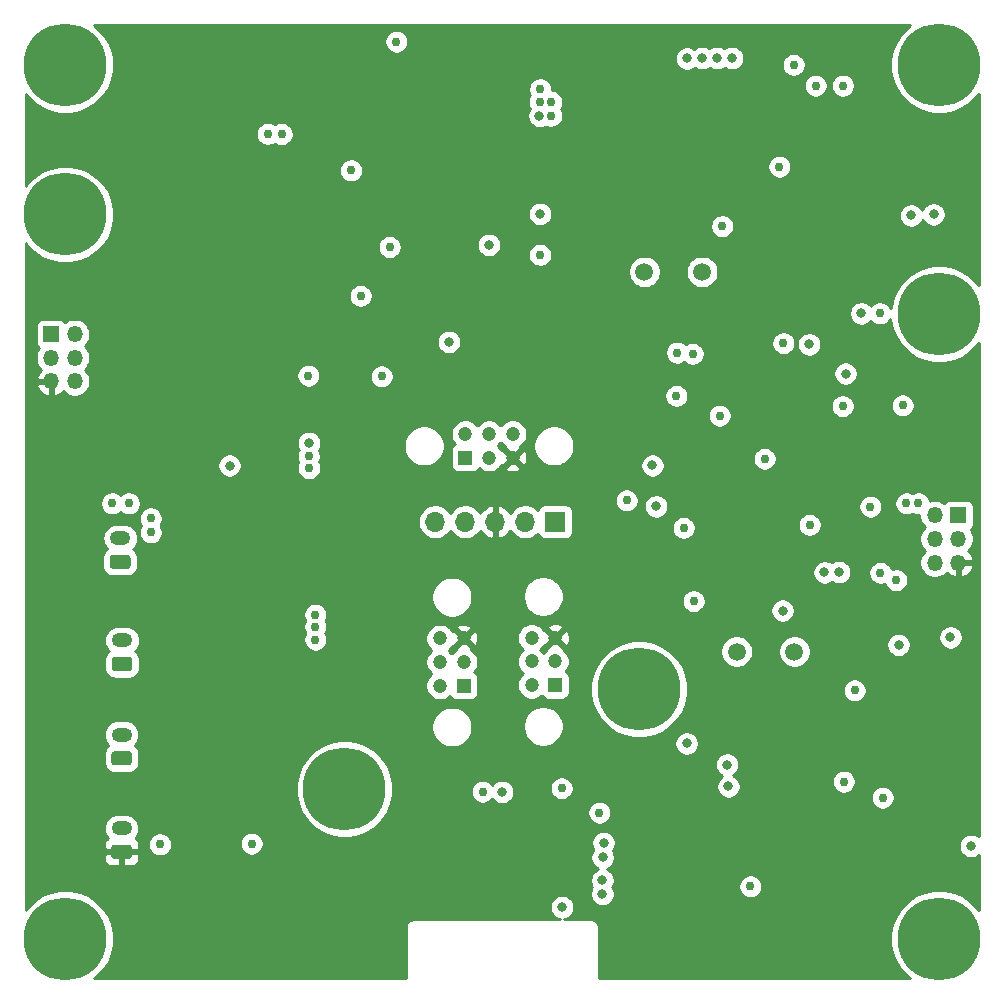
<source format=gbr>
G04 #@! TF.GenerationSoftware,KiCad,Pcbnew,(5.1.6)-1*
G04 #@! TF.CreationDate,2021-11-02T10:07:08-04:00*
G04 #@! TF.ProjectId,payload2020_papa_board,7061796c-6f61-4643-9230-32305f706170,rev?*
G04 #@! TF.SameCoordinates,Original*
G04 #@! TF.FileFunction,Copper,L2,Inr*
G04 #@! TF.FilePolarity,Positive*
%FSLAX46Y46*%
G04 Gerber Fmt 4.6, Leading zero omitted, Abs format (unit mm)*
G04 Created by KiCad (PCBNEW (5.1.6)-1) date 2021-11-02 10:07:08*
%MOMM*%
%LPD*%
G01*
G04 APERTURE LIST*
G04 #@! TA.AperFunction,ViaPad*
%ADD10R,1.350000X1.350000*%
G04 #@! TD*
G04 #@! TA.AperFunction,ViaPad*
%ADD11O,1.350000X1.350000*%
G04 #@! TD*
G04 #@! TA.AperFunction,ViaPad*
%ADD12C,7.000000*%
G04 #@! TD*
G04 #@! TA.AperFunction,ViaPad*
%ADD13C,1.500000*%
G04 #@! TD*
G04 #@! TA.AperFunction,ViaPad*
%ADD14O,1.750000X1.200000*%
G04 #@! TD*
G04 #@! TA.AperFunction,ViaPad*
%ADD15C,1.200000*%
G04 #@! TD*
G04 #@! TA.AperFunction,ViaPad*
%ADD16R,1.200000X1.200000*%
G04 #@! TD*
G04 #@! TA.AperFunction,ViaPad*
%ADD17O,1.700000X1.700000*%
G04 #@! TD*
G04 #@! TA.AperFunction,ViaPad*
%ADD18R,1.700000X1.700000*%
G04 #@! TD*
G04 #@! TA.AperFunction,ViaPad*
%ADD19C,0.762000*%
G04 #@! TD*
G04 #@! TA.AperFunction,ViaPad*
%ADD20C,0.800000*%
G04 #@! TD*
G04 #@! TA.AperFunction,Conductor*
%ADD21C,0.254000*%
G04 #@! TD*
G04 APERTURE END LIST*
D10*
X181473000Y-109966000D03*
D11*
X181473000Y-111966000D03*
X181473000Y-113966000D03*
X179473000Y-109966000D03*
X179473000Y-111966000D03*
X179473000Y-113966000D03*
X106654600Y-98628200D03*
X106654600Y-96628200D03*
X106654600Y-94628200D03*
X104654600Y-98628200D03*
X104654600Y-96628200D03*
D10*
X104654600Y-94628200D03*
D12*
X179854000Y-145818000D03*
X179854000Y-71818000D03*
X179854000Y-92948000D03*
X105854000Y-71818000D03*
X129494000Y-133138000D03*
X154454000Y-124698000D03*
X105854000Y-145818000D03*
X105854000Y-84498000D03*
D13*
X154886000Y-89357200D03*
X159766000Y-89357200D03*
X162709200Y-121513600D03*
X167589200Y-121513600D03*
D14*
X110622080Y-136463020D03*
G04 #@! TA.AperFunction,ViaPad*
G36*
G01*
X111247081Y-139063020D02*
X109997079Y-139063020D01*
G75*
G02*
X109747080Y-138813021I0J249999D01*
G01*
X109747080Y-138113019D01*
G75*
G02*
X109997079Y-137863020I249999J0D01*
G01*
X111247081Y-137863020D01*
G75*
G02*
X111497080Y-138113019I0J-249999D01*
G01*
X111497080Y-138813021D01*
G75*
G02*
X111247081Y-139063020I-249999J0D01*
G01*
G37*
G04 #@! TD.AperFunction*
X110622080Y-128540760D03*
G04 #@! TA.AperFunction,ViaPad*
G36*
G01*
X111247081Y-131140760D02*
X109997079Y-131140760D01*
G75*
G02*
X109747080Y-130890761I0J249999D01*
G01*
X109747080Y-130190759D01*
G75*
G02*
X109997079Y-129940760I249999J0D01*
G01*
X111247081Y-129940760D01*
G75*
G02*
X111497080Y-130190759I0J-249999D01*
G01*
X111497080Y-130890761D01*
G75*
G02*
X111247081Y-131140760I-249999J0D01*
G01*
G37*
G04 #@! TD.AperFunction*
X110665260Y-120549920D03*
G04 #@! TA.AperFunction,ViaPad*
G36*
G01*
X111290261Y-123149920D02*
X110040259Y-123149920D01*
G75*
G02*
X109790260Y-122899921I0J249999D01*
G01*
X109790260Y-122199919D01*
G75*
G02*
X110040259Y-121949920I249999J0D01*
G01*
X111290261Y-121949920D01*
G75*
G02*
X111540260Y-122199919I0J-249999D01*
G01*
X111540260Y-122899921D01*
G75*
G02*
X111290261Y-123149920I-249999J0D01*
G01*
G37*
G04 #@! TD.AperFunction*
D15*
X145329400Y-124340000D03*
X145329400Y-122340000D03*
X145329400Y-120340000D03*
X147329400Y-120340000D03*
D16*
X147329400Y-124340000D03*
D15*
X147329400Y-122340000D03*
X137582400Y-124390800D03*
X137582400Y-122390800D03*
X137582400Y-120390800D03*
X139582400Y-120390800D03*
D16*
X139582400Y-124390800D03*
D15*
X139582400Y-122390800D03*
D17*
X137185400Y-110515400D03*
X139725400Y-110515400D03*
X142265400Y-110515400D03*
X144805400Y-110515400D03*
D18*
X147345400Y-110515400D03*
D15*
X139732000Y-103089200D03*
X141732000Y-103089200D03*
X143732000Y-103089200D03*
X143732000Y-105089200D03*
D16*
X139732000Y-105089200D03*
D15*
X141732000Y-105089200D03*
D14*
X110502700Y-111906300D03*
G04 #@! TA.AperFunction,ViaPad*
G36*
G01*
X111127701Y-114506300D02*
X109877699Y-114506300D01*
G75*
G02*
X109627700Y-114256301I0J249999D01*
G01*
X109627700Y-113556299D01*
G75*
G02*
X109877699Y-113306300I249999J0D01*
G01*
X111127701Y-113306300D01*
G75*
G02*
X111377700Y-113556299I0J-249999D01*
G01*
X111377700Y-114256301D01*
G75*
G02*
X111127701Y-114506300I-249999J0D01*
G01*
G37*
G04 #@! TD.AperFunction*
D19*
X171421200Y-124012200D03*
X171421200Y-122945400D03*
X171421200Y-126095000D03*
X171421200Y-125028200D03*
X181142640Y-123954540D03*
X170553380Y-91447620D03*
X168391840Y-82677000D03*
X167507920Y-77436980D03*
X114815620Y-121041160D03*
X119989600Y-121114820D03*
X144406620Y-71549260D03*
X139649200Y-70637400D03*
X132664200Y-92430600D03*
X129659380Y-94307660D03*
X112014000Y-141762480D03*
X110622080Y-138463020D03*
D20*
X171775120Y-142234920D03*
X171747180Y-145752820D03*
X177263200Y-88934800D03*
X176319180Y-105549700D03*
X153543000Y-130429000D03*
X162407600Y-98145600D03*
X117195600Y-82499200D03*
X117195600Y-88341200D03*
X117195600Y-91389200D03*
X117195600Y-85293200D03*
X112623600Y-88341200D03*
X112623600Y-91389200D03*
X114780060Y-92717620D03*
X112623600Y-85293200D03*
X114780060Y-89814400D03*
X114780060Y-86807040D03*
X121767600Y-82499200D03*
X121767600Y-85293200D03*
X119692420Y-86799420D03*
X121767600Y-88341200D03*
X119705120Y-89814400D03*
X121767600Y-91389200D03*
X119717820Y-92689680D03*
X116916200Y-77978000D03*
X119964200Y-77952600D03*
X115316000Y-78003400D03*
X113792000Y-78003400D03*
X118465600Y-77978000D03*
X121462800Y-77952600D03*
X116916200Y-76835000D03*
X115316000Y-76860400D03*
X113792000Y-76860400D03*
X118465600Y-76835000D03*
X115316000Y-75717400D03*
X113792000Y-75717400D03*
X116916200Y-75692000D03*
X115316000Y-74574400D03*
X113792000Y-74574400D03*
X116916200Y-74549000D03*
X115316000Y-73431400D03*
X113792000Y-73431400D03*
X116916200Y-73406000D03*
X118465600Y-73406000D03*
X115316000Y-72288400D03*
X119964200Y-72237600D03*
X118465600Y-72263000D03*
X113792000Y-72288400D03*
X116916200Y-72263000D03*
X121462800Y-72237600D03*
X122510960Y-112069120D03*
X121515280Y-112069120D03*
X122475400Y-110570520D03*
X121525440Y-110570520D03*
X123393200Y-110550960D03*
X123393200Y-112074960D03*
X113535460Y-140195300D03*
X169440000Y-117840000D03*
X114866420Y-105186480D03*
X117568980Y-112090200D03*
X117599460Y-110495080D03*
X129997200Y-87579200D03*
X143205200Y-84175600D03*
D19*
X163288980Y-94462600D03*
D20*
X112623600Y-82499200D03*
X114802920Y-83893660D03*
X119717820Y-83893660D03*
D19*
X151274780Y-94322900D03*
X138404600Y-68935600D03*
X122479000Y-114973000D03*
X176502060Y-77467460D03*
X110490000Y-96926400D03*
X154679742Y-85458517D03*
X153742800Y-116011200D03*
X159076800Y-126526800D03*
X159076800Y-125460000D03*
X159076800Y-124444000D03*
X159076800Y-123377200D03*
D20*
X164576760Y-132765800D03*
X162687000Y-148818600D03*
X158115000Y-148844000D03*
D19*
X165122000Y-110778800D03*
X152676000Y-85429600D03*
X153565000Y-85429600D03*
X160296000Y-85505800D03*
X159127600Y-85531200D03*
D20*
X121738800Y-75752200D03*
X121738800Y-74447400D03*
X158470600Y-129286000D03*
D19*
X166319200Y-80441800D03*
D20*
X126474220Y-103835200D03*
D19*
X126466600Y-104952800D03*
X113101120Y-111404400D03*
X113101120Y-110230920D03*
X109819440Y-108950760D03*
X111246920Y-108950760D03*
X121637200Y-137773920D03*
X113873280Y-137815320D03*
X130048000Y-80772000D03*
X124175520Y-77685900D03*
X126492000Y-105968800D03*
X122992800Y-77673200D03*
X163850320Y-141371320D03*
D20*
X173250000Y-92862400D03*
X180797200Y-120294400D03*
X147921980Y-143131540D03*
X161889440Y-131069080D03*
D19*
X151071580Y-135130540D03*
X169397680Y-73593960D03*
X167523160Y-71833740D03*
X171693840Y-73593960D03*
X176755200Y-100669600D03*
X159051400Y-117230400D03*
X172691200Y-124799600D03*
D20*
X182519320Y-137947400D03*
D19*
X133324600Y-87249000D03*
X174019990Y-109246810D03*
X174875600Y-114842800D03*
D20*
X162001200Y-132918200D03*
X141716760Y-87071200D03*
D19*
X174824800Y-92877640D03*
X141183360Y-133377940D03*
D20*
X161036000Y-71259700D03*
D19*
X176196400Y-115452400D03*
X161464400Y-85480400D03*
D20*
X155571600Y-105749600D03*
D19*
X171675200Y-100720400D03*
D20*
X168830400Y-95488000D03*
D19*
X166646000Y-95386400D03*
D20*
X171929200Y-97977200D03*
D19*
X175069500Y-133878320D03*
X171775120Y-132527040D03*
X158213200Y-111032800D03*
D20*
X159771080Y-71267320D03*
D19*
X161261200Y-101533200D03*
D20*
X155876400Y-109204000D03*
X158493460Y-71282560D03*
D19*
X153387200Y-108696000D03*
D20*
X162306000Y-71252080D03*
D19*
X158975200Y-96300800D03*
D20*
X166595200Y-118043200D03*
X142839440Y-133372860D03*
X171378880Y-114772440D03*
X138333480Y-95283020D03*
X170134280Y-114792760D03*
X119761000Y-105763060D03*
D19*
X130860800Y-91389200D03*
X157654400Y-96199200D03*
X165071200Y-105187040D03*
D20*
X179374800Y-84480400D03*
X177469800Y-84582000D03*
X151434800Y-137693400D03*
X151323040Y-142031720D03*
X151358600Y-138938000D03*
X151323040Y-140858240D03*
D19*
X168881200Y-110778800D03*
X157603600Y-99856800D03*
X127011840Y-119399560D03*
X127016920Y-120501920D03*
X127011840Y-118383560D03*
D20*
X176405540Y-120934480D03*
X145999200Y-76144120D03*
X146050000Y-84439760D03*
D19*
X147888960Y-133070600D03*
X132638800Y-98196400D03*
X146055080Y-73888600D03*
X146977100Y-74973180D03*
X146977100Y-76144120D03*
X146050000Y-87924640D03*
X133883400Y-69875400D03*
X178076000Y-108950000D03*
X177060000Y-108950000D03*
X126441200Y-98145600D03*
X146034760Y-74978260D03*
D21*
G36*
X177218091Y-68606136D02*
G01*
X176642136Y-69182091D01*
X176189611Y-69859343D01*
X175877906Y-70611865D01*
X175719000Y-71410738D01*
X175719000Y-72225262D01*
X175877906Y-73024135D01*
X176189611Y-73776657D01*
X176642136Y-74453909D01*
X177218091Y-75029864D01*
X177895343Y-75482389D01*
X178647865Y-75794094D01*
X179446738Y-75953000D01*
X180261262Y-75953000D01*
X181060135Y-75794094D01*
X181812657Y-75482389D01*
X182489909Y-75029864D01*
X183065864Y-74453909D01*
X183194000Y-74262140D01*
X183194000Y-90503861D01*
X183065864Y-90312091D01*
X182489909Y-89736136D01*
X181812657Y-89283611D01*
X181060135Y-88971906D01*
X180261262Y-88813000D01*
X179446738Y-88813000D01*
X178647865Y-88971906D01*
X177895343Y-89283611D01*
X177218091Y-89736136D01*
X176642136Y-90312091D01*
X176189611Y-90989343D01*
X175877906Y-91741865D01*
X175740399Y-92433156D01*
X175725168Y-92396384D01*
X175613979Y-92229978D01*
X175472462Y-92088461D01*
X175306056Y-91977272D01*
X175121156Y-91900684D01*
X174924867Y-91861640D01*
X174724733Y-91861640D01*
X174528444Y-91900684D01*
X174343544Y-91977272D01*
X174177138Y-92088461D01*
X174057556Y-92208043D01*
X174053937Y-92202626D01*
X173909774Y-92058463D01*
X173740256Y-91945195D01*
X173551898Y-91867174D01*
X173351939Y-91827400D01*
X173148061Y-91827400D01*
X172948102Y-91867174D01*
X172759744Y-91945195D01*
X172590226Y-92058463D01*
X172446063Y-92202626D01*
X172332795Y-92372144D01*
X172254774Y-92560502D01*
X172215000Y-92760461D01*
X172215000Y-92964339D01*
X172254774Y-93164298D01*
X172332795Y-93352656D01*
X172446063Y-93522174D01*
X172590226Y-93666337D01*
X172759744Y-93779605D01*
X172948102Y-93857626D01*
X173148061Y-93897400D01*
X173351939Y-93897400D01*
X173551898Y-93857626D01*
X173740256Y-93779605D01*
X173909774Y-93666337D01*
X174043215Y-93532896D01*
X174177138Y-93666819D01*
X174343544Y-93778008D01*
X174528444Y-93854596D01*
X174724733Y-93893640D01*
X174924867Y-93893640D01*
X175121156Y-93854596D01*
X175306056Y-93778008D01*
X175472462Y-93666819D01*
X175613979Y-93525302D01*
X175720972Y-93365176D01*
X175877906Y-94154135D01*
X176189611Y-94906657D01*
X176642136Y-95583909D01*
X177218091Y-96159864D01*
X177895343Y-96612389D01*
X178647865Y-96924094D01*
X179446738Y-97083000D01*
X180261262Y-97083000D01*
X181060135Y-96924094D01*
X181812657Y-96612389D01*
X182489909Y-96159864D01*
X183065864Y-95583909D01*
X183194000Y-95392139D01*
X183194001Y-137158370D01*
X183179094Y-137143463D01*
X183009576Y-137030195D01*
X182821218Y-136952174D01*
X182621259Y-136912400D01*
X182417381Y-136912400D01*
X182217422Y-136952174D01*
X182029064Y-137030195D01*
X181859546Y-137143463D01*
X181715383Y-137287626D01*
X181602115Y-137457144D01*
X181524094Y-137645502D01*
X181484320Y-137845461D01*
X181484320Y-138049339D01*
X181524094Y-138249298D01*
X181602115Y-138437656D01*
X181715383Y-138607174D01*
X181859546Y-138751337D01*
X182029064Y-138864605D01*
X182217422Y-138942626D01*
X182417381Y-138982400D01*
X182621259Y-138982400D01*
X182821218Y-138942626D01*
X183009576Y-138864605D01*
X183179094Y-138751337D01*
X183194001Y-138736430D01*
X183194001Y-143373862D01*
X183065864Y-143182091D01*
X182489909Y-142606136D01*
X181812657Y-142153611D01*
X181060135Y-141841906D01*
X180261262Y-141683000D01*
X179446738Y-141683000D01*
X178647865Y-141841906D01*
X177895343Y-142153611D01*
X177218091Y-142606136D01*
X176642136Y-143182091D01*
X176189611Y-143859343D01*
X175877906Y-144611865D01*
X175719000Y-145410738D01*
X175719000Y-146225262D01*
X175877906Y-147024135D01*
X176189611Y-147776657D01*
X176642136Y-148453909D01*
X177218091Y-149029864D01*
X177409860Y-149158000D01*
X151014000Y-149158000D01*
X151014000Y-144850419D01*
X151017193Y-144818000D01*
X151004450Y-144688617D01*
X150966710Y-144564207D01*
X150905425Y-144449550D01*
X150822948Y-144349052D01*
X150722450Y-144266575D01*
X150607793Y-144205290D01*
X150483383Y-144167550D01*
X150386419Y-144158000D01*
X150354000Y-144154807D01*
X150321581Y-144158000D01*
X148066853Y-144158000D01*
X148223878Y-144126766D01*
X148412236Y-144048745D01*
X148581754Y-143935477D01*
X148725917Y-143791314D01*
X148839185Y-143621796D01*
X148917206Y-143433438D01*
X148956980Y-143233479D01*
X148956980Y-143029601D01*
X148917206Y-142829642D01*
X148839185Y-142641284D01*
X148725917Y-142471766D01*
X148581754Y-142327603D01*
X148412236Y-142214335D01*
X148223878Y-142136314D01*
X148023919Y-142096540D01*
X147820041Y-142096540D01*
X147620082Y-142136314D01*
X147431724Y-142214335D01*
X147262206Y-142327603D01*
X147118043Y-142471766D01*
X147004775Y-142641284D01*
X146926754Y-142829642D01*
X146886980Y-143029601D01*
X146886980Y-143233479D01*
X146926754Y-143433438D01*
X147004775Y-143621796D01*
X147118043Y-143791314D01*
X147262206Y-143935477D01*
X147431724Y-144048745D01*
X147620082Y-144126766D01*
X147777107Y-144158000D01*
X135386419Y-144158000D01*
X135354000Y-144154807D01*
X135321581Y-144158000D01*
X135224617Y-144167550D01*
X135100207Y-144205290D01*
X134985550Y-144266575D01*
X134885052Y-144349052D01*
X134802575Y-144449550D01*
X134741290Y-144564207D01*
X134703550Y-144688617D01*
X134690807Y-144818000D01*
X134694000Y-144850419D01*
X134694001Y-149158000D01*
X108298140Y-149158000D01*
X108489909Y-149029864D01*
X109065864Y-148453909D01*
X109518389Y-147776657D01*
X109830094Y-147024135D01*
X109989000Y-146225262D01*
X109989000Y-145410738D01*
X109830094Y-144611865D01*
X109518389Y-143859343D01*
X109065864Y-143182091D01*
X108489909Y-142606136D01*
X107812657Y-142153611D01*
X107060135Y-141841906D01*
X106261262Y-141683000D01*
X105446738Y-141683000D01*
X104647865Y-141841906D01*
X103895343Y-142153611D01*
X103218091Y-142606136D01*
X102642136Y-143182091D01*
X102514000Y-143373860D01*
X102514000Y-140756301D01*
X150288040Y-140756301D01*
X150288040Y-140960179D01*
X150327814Y-141160138D01*
X150405835Y-141348496D01*
X150470303Y-141444980D01*
X150405835Y-141541464D01*
X150327814Y-141729822D01*
X150288040Y-141929781D01*
X150288040Y-142133659D01*
X150327814Y-142333618D01*
X150405835Y-142521976D01*
X150519103Y-142691494D01*
X150663266Y-142835657D01*
X150832784Y-142948925D01*
X151021142Y-143026946D01*
X151221101Y-143066720D01*
X151424979Y-143066720D01*
X151624938Y-143026946D01*
X151813296Y-142948925D01*
X151982814Y-142835657D01*
X152126977Y-142691494D01*
X152240245Y-142521976D01*
X152318266Y-142333618D01*
X152358040Y-142133659D01*
X152358040Y-141929781D01*
X152318266Y-141729822D01*
X152240245Y-141541464D01*
X152175777Y-141444980D01*
X152240245Y-141348496D01*
X152272240Y-141271253D01*
X162834320Y-141271253D01*
X162834320Y-141471387D01*
X162873364Y-141667676D01*
X162949952Y-141852576D01*
X163061141Y-142018982D01*
X163202658Y-142160499D01*
X163369064Y-142271688D01*
X163553964Y-142348276D01*
X163750253Y-142387320D01*
X163950387Y-142387320D01*
X164146676Y-142348276D01*
X164331576Y-142271688D01*
X164497982Y-142160499D01*
X164639499Y-142018982D01*
X164750688Y-141852576D01*
X164827276Y-141667676D01*
X164866320Y-141471387D01*
X164866320Y-141271253D01*
X164827276Y-141074964D01*
X164750688Y-140890064D01*
X164639499Y-140723658D01*
X164497982Y-140582141D01*
X164331576Y-140470952D01*
X164146676Y-140394364D01*
X163950387Y-140355320D01*
X163750253Y-140355320D01*
X163553964Y-140394364D01*
X163369064Y-140470952D01*
X163202658Y-140582141D01*
X163061141Y-140723658D01*
X162949952Y-140890064D01*
X162873364Y-141074964D01*
X162834320Y-141271253D01*
X152272240Y-141271253D01*
X152318266Y-141160138D01*
X152358040Y-140960179D01*
X152358040Y-140756301D01*
X152318266Y-140556342D01*
X152240245Y-140367984D01*
X152126977Y-140198466D01*
X151982814Y-140054303D01*
X151813296Y-139941035D01*
X151727471Y-139905485D01*
X151848856Y-139855205D01*
X152018374Y-139741937D01*
X152162537Y-139597774D01*
X152275805Y-139428256D01*
X152353826Y-139239898D01*
X152393600Y-139039939D01*
X152393600Y-138836061D01*
X152353826Y-138636102D01*
X152275805Y-138447744D01*
X152223078Y-138368833D01*
X152238737Y-138353174D01*
X152352005Y-138183656D01*
X152430026Y-137995298D01*
X152469800Y-137795339D01*
X152469800Y-137591461D01*
X152430026Y-137391502D01*
X152352005Y-137203144D01*
X152238737Y-137033626D01*
X152094574Y-136889463D01*
X151925056Y-136776195D01*
X151736698Y-136698174D01*
X151536739Y-136658400D01*
X151332861Y-136658400D01*
X151132902Y-136698174D01*
X150944544Y-136776195D01*
X150775026Y-136889463D01*
X150630863Y-137033626D01*
X150517595Y-137203144D01*
X150439574Y-137391502D01*
X150399800Y-137591461D01*
X150399800Y-137795339D01*
X150439574Y-137995298D01*
X150517595Y-138183656D01*
X150570322Y-138262567D01*
X150554663Y-138278226D01*
X150441395Y-138447744D01*
X150363374Y-138636102D01*
X150323600Y-138836061D01*
X150323600Y-139039939D01*
X150363374Y-139239898D01*
X150441395Y-139428256D01*
X150554663Y-139597774D01*
X150698826Y-139741937D01*
X150868344Y-139855205D01*
X150954169Y-139890755D01*
X150832784Y-139941035D01*
X150663266Y-140054303D01*
X150519103Y-140198466D01*
X150405835Y-140367984D01*
X150327814Y-140556342D01*
X150288040Y-140756301D01*
X102514000Y-140756301D01*
X102514000Y-139063020D01*
X109109008Y-139063020D01*
X109121268Y-139187502D01*
X109157578Y-139307200D01*
X109216543Y-139417514D01*
X109295895Y-139514205D01*
X109392586Y-139593557D01*
X109502900Y-139652522D01*
X109622598Y-139688832D01*
X109747080Y-139701092D01*
X110336330Y-139698020D01*
X110495080Y-139539270D01*
X110495080Y-138590020D01*
X110749080Y-138590020D01*
X110749080Y-139539270D01*
X110907830Y-139698020D01*
X111497080Y-139701092D01*
X111621562Y-139688832D01*
X111741260Y-139652522D01*
X111851574Y-139593557D01*
X111948265Y-139514205D01*
X112027617Y-139417514D01*
X112086582Y-139307200D01*
X112122892Y-139187502D01*
X112135152Y-139063020D01*
X112132080Y-138748770D01*
X111973330Y-138590020D01*
X110749080Y-138590020D01*
X110495080Y-138590020D01*
X109270830Y-138590020D01*
X109112080Y-138748770D01*
X109109008Y-139063020D01*
X102514000Y-139063020D01*
X102514000Y-136463020D01*
X109106105Y-136463020D01*
X109129950Y-136705122D01*
X109200569Y-136937921D01*
X109315247Y-137152469D01*
X109441516Y-137306329D01*
X109392586Y-137332483D01*
X109295895Y-137411835D01*
X109216543Y-137508526D01*
X109157578Y-137618840D01*
X109121268Y-137738538D01*
X109109008Y-137863020D01*
X109112080Y-138177270D01*
X109270830Y-138336020D01*
X110495080Y-138336020D01*
X110495080Y-138316020D01*
X110749080Y-138316020D01*
X110749080Y-138336020D01*
X111973330Y-138336020D01*
X112132080Y-138177270D01*
X112135152Y-137863020D01*
X112122892Y-137738538D01*
X112115829Y-137715253D01*
X112857280Y-137715253D01*
X112857280Y-137915387D01*
X112896324Y-138111676D01*
X112972912Y-138296576D01*
X113084101Y-138462982D01*
X113225618Y-138604499D01*
X113392024Y-138715688D01*
X113576924Y-138792276D01*
X113773213Y-138831320D01*
X113973347Y-138831320D01*
X114169636Y-138792276D01*
X114354536Y-138715688D01*
X114520942Y-138604499D01*
X114662459Y-138462982D01*
X114773648Y-138296576D01*
X114850236Y-138111676D01*
X114889280Y-137915387D01*
X114889280Y-137715253D01*
X114881046Y-137673853D01*
X120621200Y-137673853D01*
X120621200Y-137873987D01*
X120660244Y-138070276D01*
X120736832Y-138255176D01*
X120848021Y-138421582D01*
X120989538Y-138563099D01*
X121155944Y-138674288D01*
X121340844Y-138750876D01*
X121537133Y-138789920D01*
X121737267Y-138789920D01*
X121933556Y-138750876D01*
X122118456Y-138674288D01*
X122284862Y-138563099D01*
X122426379Y-138421582D01*
X122537568Y-138255176D01*
X122614156Y-138070276D01*
X122653200Y-137873987D01*
X122653200Y-137673853D01*
X122614156Y-137477564D01*
X122537568Y-137292664D01*
X122426379Y-137126258D01*
X122284862Y-136984741D01*
X122118456Y-136873552D01*
X121933556Y-136796964D01*
X121737267Y-136757920D01*
X121537133Y-136757920D01*
X121340844Y-136796964D01*
X121155944Y-136873552D01*
X120989538Y-136984741D01*
X120848021Y-137126258D01*
X120736832Y-137292664D01*
X120660244Y-137477564D01*
X120621200Y-137673853D01*
X114881046Y-137673853D01*
X114850236Y-137518964D01*
X114773648Y-137334064D01*
X114662459Y-137167658D01*
X114520942Y-137026141D01*
X114354536Y-136914952D01*
X114169636Y-136838364D01*
X113973347Y-136799320D01*
X113773213Y-136799320D01*
X113576924Y-136838364D01*
X113392024Y-136914952D01*
X113225618Y-137026141D01*
X113084101Y-137167658D01*
X112972912Y-137334064D01*
X112896324Y-137518964D01*
X112857280Y-137715253D01*
X112115829Y-137715253D01*
X112086582Y-137618840D01*
X112027617Y-137508526D01*
X111948265Y-137411835D01*
X111851574Y-137332483D01*
X111802644Y-137306329D01*
X111928913Y-137152469D01*
X112043591Y-136937921D01*
X112114210Y-136705122D01*
X112138055Y-136463020D01*
X112114210Y-136220918D01*
X112043591Y-135988119D01*
X111928913Y-135773571D01*
X111774582Y-135585518D01*
X111586529Y-135431187D01*
X111371981Y-135316509D01*
X111139182Y-135245890D01*
X110957745Y-135228020D01*
X110286415Y-135228020D01*
X110104978Y-135245890D01*
X109872179Y-135316509D01*
X109657631Y-135431187D01*
X109469578Y-135585518D01*
X109315247Y-135773571D01*
X109200569Y-135988119D01*
X109129950Y-136220918D01*
X109106105Y-136463020D01*
X102514000Y-136463020D01*
X102514000Y-132730738D01*
X125359000Y-132730738D01*
X125359000Y-133545262D01*
X125517906Y-134344135D01*
X125829611Y-135096657D01*
X126282136Y-135773909D01*
X126858091Y-136349864D01*
X127535343Y-136802389D01*
X128287865Y-137114094D01*
X129086738Y-137273000D01*
X129901262Y-137273000D01*
X130700135Y-137114094D01*
X131452657Y-136802389D01*
X132129909Y-136349864D01*
X132705864Y-135773909D01*
X133158389Y-135096657D01*
X133185803Y-135030473D01*
X150055580Y-135030473D01*
X150055580Y-135230607D01*
X150094624Y-135426896D01*
X150171212Y-135611796D01*
X150282401Y-135778202D01*
X150423918Y-135919719D01*
X150590324Y-136030908D01*
X150775224Y-136107496D01*
X150971513Y-136146540D01*
X151171647Y-136146540D01*
X151367936Y-136107496D01*
X151552836Y-136030908D01*
X151719242Y-135919719D01*
X151860759Y-135778202D01*
X151971948Y-135611796D01*
X152048536Y-135426896D01*
X152087580Y-135230607D01*
X152087580Y-135030473D01*
X152048536Y-134834184D01*
X151971948Y-134649284D01*
X151860759Y-134482878D01*
X151719242Y-134341361D01*
X151552836Y-134230172D01*
X151367936Y-134153584D01*
X151171647Y-134114540D01*
X150971513Y-134114540D01*
X150775224Y-134153584D01*
X150590324Y-134230172D01*
X150423918Y-134341361D01*
X150282401Y-134482878D01*
X150171212Y-134649284D01*
X150094624Y-134834184D01*
X150055580Y-135030473D01*
X133185803Y-135030473D01*
X133470094Y-134344135D01*
X133629000Y-133545262D01*
X133629000Y-133277873D01*
X140167360Y-133277873D01*
X140167360Y-133478007D01*
X140206404Y-133674296D01*
X140282992Y-133859196D01*
X140394181Y-134025602D01*
X140535698Y-134167119D01*
X140702104Y-134278308D01*
X140887004Y-134354896D01*
X141083293Y-134393940D01*
X141283427Y-134393940D01*
X141479716Y-134354896D01*
X141664616Y-134278308D01*
X141831022Y-134167119D01*
X141972539Y-134025602D01*
X142001672Y-133982002D01*
X142035503Y-134032634D01*
X142179666Y-134176797D01*
X142349184Y-134290065D01*
X142537542Y-134368086D01*
X142737501Y-134407860D01*
X142941379Y-134407860D01*
X143141338Y-134368086D01*
X143329696Y-134290065D01*
X143499214Y-134176797D01*
X143643377Y-134032634D01*
X143756645Y-133863116D01*
X143834666Y-133674758D01*
X143874440Y-133474799D01*
X143874440Y-133270921D01*
X143834666Y-133070962D01*
X143793067Y-132970533D01*
X146872960Y-132970533D01*
X146872960Y-133170667D01*
X146912004Y-133366956D01*
X146988592Y-133551856D01*
X147099781Y-133718262D01*
X147241298Y-133859779D01*
X147407704Y-133970968D01*
X147592604Y-134047556D01*
X147788893Y-134086600D01*
X147989027Y-134086600D01*
X148185316Y-134047556D01*
X148370216Y-133970968D01*
X148536622Y-133859779D01*
X148678139Y-133718262D01*
X148789328Y-133551856D01*
X148865916Y-133366956D01*
X148904960Y-133170667D01*
X148904960Y-132970533D01*
X148865916Y-132774244D01*
X148789328Y-132589344D01*
X148678139Y-132422938D01*
X148536622Y-132281421D01*
X148370216Y-132170232D01*
X148185316Y-132093644D01*
X147989027Y-132054600D01*
X147788893Y-132054600D01*
X147592604Y-132093644D01*
X147407704Y-132170232D01*
X147241298Y-132281421D01*
X147099781Y-132422938D01*
X146988592Y-132589344D01*
X146912004Y-132774244D01*
X146872960Y-132970533D01*
X143793067Y-132970533D01*
X143756645Y-132882604D01*
X143643377Y-132713086D01*
X143499214Y-132568923D01*
X143329696Y-132455655D01*
X143141338Y-132377634D01*
X142941379Y-132337860D01*
X142737501Y-132337860D01*
X142537542Y-132377634D01*
X142349184Y-132455655D01*
X142179666Y-132568923D01*
X142035503Y-132713086D01*
X141998277Y-132768798D01*
X141972539Y-132730278D01*
X141831022Y-132588761D01*
X141664616Y-132477572D01*
X141479716Y-132400984D01*
X141283427Y-132361940D01*
X141083293Y-132361940D01*
X140887004Y-132400984D01*
X140702104Y-132477572D01*
X140535698Y-132588761D01*
X140394181Y-132730278D01*
X140282992Y-132896684D01*
X140206404Y-133081584D01*
X140167360Y-133277873D01*
X133629000Y-133277873D01*
X133629000Y-132730738D01*
X133470094Y-131931865D01*
X133158389Y-131179343D01*
X133016601Y-130967141D01*
X160854440Y-130967141D01*
X160854440Y-131171019D01*
X160894214Y-131370978D01*
X160972235Y-131559336D01*
X161085503Y-131728854D01*
X161229666Y-131873017D01*
X161399184Y-131986285D01*
X161481765Y-132020492D01*
X161341426Y-132114263D01*
X161197263Y-132258426D01*
X161083995Y-132427944D01*
X161005974Y-132616302D01*
X160966200Y-132816261D01*
X160966200Y-133020139D01*
X161005974Y-133220098D01*
X161083995Y-133408456D01*
X161197263Y-133577974D01*
X161341426Y-133722137D01*
X161510944Y-133835405D01*
X161699302Y-133913426D01*
X161899261Y-133953200D01*
X162103139Y-133953200D01*
X162303098Y-133913426D01*
X162491456Y-133835405D01*
X162576990Y-133778253D01*
X174053500Y-133778253D01*
X174053500Y-133978387D01*
X174092544Y-134174676D01*
X174169132Y-134359576D01*
X174280321Y-134525982D01*
X174421838Y-134667499D01*
X174588244Y-134778688D01*
X174773144Y-134855276D01*
X174969433Y-134894320D01*
X175169567Y-134894320D01*
X175365856Y-134855276D01*
X175550756Y-134778688D01*
X175717162Y-134667499D01*
X175858679Y-134525982D01*
X175969868Y-134359576D01*
X176046456Y-134174676D01*
X176085500Y-133978387D01*
X176085500Y-133778253D01*
X176046456Y-133581964D01*
X175969868Y-133397064D01*
X175858679Y-133230658D01*
X175717162Y-133089141D01*
X175550756Y-132977952D01*
X175365856Y-132901364D01*
X175169567Y-132862320D01*
X174969433Y-132862320D01*
X174773144Y-132901364D01*
X174588244Y-132977952D01*
X174421838Y-133089141D01*
X174280321Y-133230658D01*
X174169132Y-133397064D01*
X174092544Y-133581964D01*
X174053500Y-133778253D01*
X162576990Y-133778253D01*
X162660974Y-133722137D01*
X162805137Y-133577974D01*
X162918405Y-133408456D01*
X162996426Y-133220098D01*
X163036200Y-133020139D01*
X163036200Y-132816261D01*
X162996426Y-132616302D01*
X162918405Y-132427944D01*
X162917757Y-132426973D01*
X170759120Y-132426973D01*
X170759120Y-132627107D01*
X170798164Y-132823396D01*
X170874752Y-133008296D01*
X170985941Y-133174702D01*
X171127458Y-133316219D01*
X171293864Y-133427408D01*
X171478764Y-133503996D01*
X171675053Y-133543040D01*
X171875187Y-133543040D01*
X172071476Y-133503996D01*
X172256376Y-133427408D01*
X172422782Y-133316219D01*
X172564299Y-133174702D01*
X172675488Y-133008296D01*
X172752076Y-132823396D01*
X172791120Y-132627107D01*
X172791120Y-132426973D01*
X172752076Y-132230684D01*
X172675488Y-132045784D01*
X172564299Y-131879378D01*
X172422782Y-131737861D01*
X172256376Y-131626672D01*
X172071476Y-131550084D01*
X171875187Y-131511040D01*
X171675053Y-131511040D01*
X171478764Y-131550084D01*
X171293864Y-131626672D01*
X171127458Y-131737861D01*
X170985941Y-131879378D01*
X170874752Y-132045784D01*
X170798164Y-132230684D01*
X170759120Y-132426973D01*
X162917757Y-132426973D01*
X162805137Y-132258426D01*
X162660974Y-132114263D01*
X162491456Y-132000995D01*
X162408875Y-131966788D01*
X162549214Y-131873017D01*
X162693377Y-131728854D01*
X162806645Y-131559336D01*
X162884666Y-131370978D01*
X162924440Y-131171019D01*
X162924440Y-130967141D01*
X162884666Y-130767182D01*
X162806645Y-130578824D01*
X162693377Y-130409306D01*
X162549214Y-130265143D01*
X162379696Y-130151875D01*
X162191338Y-130073854D01*
X161991379Y-130034080D01*
X161787501Y-130034080D01*
X161587542Y-130073854D01*
X161399184Y-130151875D01*
X161229666Y-130265143D01*
X161085503Y-130409306D01*
X160972235Y-130578824D01*
X160894214Y-130767182D01*
X160854440Y-130967141D01*
X133016601Y-130967141D01*
X132705864Y-130502091D01*
X132129909Y-129926136D01*
X131452657Y-129473611D01*
X130700135Y-129161906D01*
X129901262Y-129003000D01*
X129086738Y-129003000D01*
X128287865Y-129161906D01*
X127535343Y-129473611D01*
X126858091Y-129926136D01*
X126282136Y-130502091D01*
X125829611Y-131179343D01*
X125517906Y-131931865D01*
X125359000Y-132730738D01*
X102514000Y-132730738D01*
X102514000Y-128540760D01*
X109106105Y-128540760D01*
X109129950Y-128782862D01*
X109200569Y-129015661D01*
X109315247Y-129230209D01*
X109469578Y-129418262D01*
X109508191Y-129449951D01*
X109503693Y-129452355D01*
X109369118Y-129562798D01*
X109258675Y-129697373D01*
X109176608Y-129850909D01*
X109126072Y-130017505D01*
X109109008Y-130190759D01*
X109109008Y-130890761D01*
X109126072Y-131064015D01*
X109176608Y-131230611D01*
X109258675Y-131384147D01*
X109369118Y-131518722D01*
X109503693Y-131629165D01*
X109657229Y-131711232D01*
X109823825Y-131761768D01*
X109997079Y-131778832D01*
X111247081Y-131778832D01*
X111420335Y-131761768D01*
X111586931Y-131711232D01*
X111740467Y-131629165D01*
X111875042Y-131518722D01*
X111985485Y-131384147D01*
X112067552Y-131230611D01*
X112118088Y-131064015D01*
X112135152Y-130890761D01*
X112135152Y-130190759D01*
X112118088Y-130017505D01*
X112067552Y-129850909D01*
X111985485Y-129697373D01*
X111875042Y-129562798D01*
X111740467Y-129452355D01*
X111735969Y-129449951D01*
X111774582Y-129418262D01*
X111928913Y-129230209D01*
X112043591Y-129015661D01*
X112114210Y-128782862D01*
X112138055Y-128540760D01*
X112114210Y-128298658D01*
X112043591Y-128065859D01*
X111928913Y-127851311D01*
X111821081Y-127719917D01*
X136847400Y-127719917D01*
X136847400Y-128061683D01*
X136914075Y-128396881D01*
X137044863Y-128712631D01*
X137234737Y-128996798D01*
X137476402Y-129238463D01*
X137760569Y-129428337D01*
X138076319Y-129559125D01*
X138411517Y-129625800D01*
X138753283Y-129625800D01*
X139088481Y-129559125D01*
X139404231Y-129428337D01*
X139688398Y-129238463D01*
X139930063Y-128996798D01*
X140119937Y-128712631D01*
X140250725Y-128396881D01*
X140317400Y-128061683D01*
X140317400Y-127719917D01*
X140307296Y-127669117D01*
X144594400Y-127669117D01*
X144594400Y-128010883D01*
X144661075Y-128346081D01*
X144791863Y-128661831D01*
X144981737Y-128945998D01*
X145223402Y-129187663D01*
X145507569Y-129377537D01*
X145823319Y-129508325D01*
X146158517Y-129575000D01*
X146500283Y-129575000D01*
X146835481Y-129508325D01*
X147151231Y-129377537D01*
X147435398Y-129187663D01*
X147439000Y-129184061D01*
X157435600Y-129184061D01*
X157435600Y-129387939D01*
X157475374Y-129587898D01*
X157553395Y-129776256D01*
X157666663Y-129945774D01*
X157810826Y-130089937D01*
X157980344Y-130203205D01*
X158168702Y-130281226D01*
X158368661Y-130321000D01*
X158572539Y-130321000D01*
X158772498Y-130281226D01*
X158960856Y-130203205D01*
X159130374Y-130089937D01*
X159274537Y-129945774D01*
X159387805Y-129776256D01*
X159465826Y-129587898D01*
X159505600Y-129387939D01*
X159505600Y-129184061D01*
X159465826Y-128984102D01*
X159387805Y-128795744D01*
X159274537Y-128626226D01*
X159130374Y-128482063D01*
X158960856Y-128368795D01*
X158772498Y-128290774D01*
X158572539Y-128251000D01*
X158368661Y-128251000D01*
X158168702Y-128290774D01*
X157980344Y-128368795D01*
X157810826Y-128482063D01*
X157666663Y-128626226D01*
X157553395Y-128795744D01*
X157475374Y-128984102D01*
X157435600Y-129184061D01*
X147439000Y-129184061D01*
X147677063Y-128945998D01*
X147866937Y-128661831D01*
X147997725Y-128346081D01*
X148064400Y-128010883D01*
X148064400Y-127669117D01*
X147997725Y-127333919D01*
X147866937Y-127018169D01*
X147677063Y-126734002D01*
X147435398Y-126492337D01*
X147151231Y-126302463D01*
X146835481Y-126171675D01*
X146500283Y-126105000D01*
X146158517Y-126105000D01*
X145823319Y-126171675D01*
X145507569Y-126302463D01*
X145223402Y-126492337D01*
X144981737Y-126734002D01*
X144791863Y-127018169D01*
X144661075Y-127333919D01*
X144594400Y-127669117D01*
X140307296Y-127669117D01*
X140250725Y-127384719D01*
X140119937Y-127068969D01*
X139930063Y-126784802D01*
X139688398Y-126543137D01*
X139404231Y-126353263D01*
X139088481Y-126222475D01*
X138753283Y-126155800D01*
X138411517Y-126155800D01*
X138076319Y-126222475D01*
X137760569Y-126353263D01*
X137476402Y-126543137D01*
X137234737Y-126784802D01*
X137044863Y-127068969D01*
X136914075Y-127384719D01*
X136847400Y-127719917D01*
X111821081Y-127719917D01*
X111774582Y-127663258D01*
X111586529Y-127508927D01*
X111371981Y-127394249D01*
X111139182Y-127323630D01*
X110957745Y-127305760D01*
X110286415Y-127305760D01*
X110104978Y-127323630D01*
X109872179Y-127394249D01*
X109657631Y-127508927D01*
X109469578Y-127663258D01*
X109315247Y-127851311D01*
X109200569Y-128065859D01*
X109129950Y-128298658D01*
X109106105Y-128540760D01*
X102514000Y-128540760D01*
X102514000Y-120549920D01*
X109149285Y-120549920D01*
X109173130Y-120792022D01*
X109243749Y-121024821D01*
X109358427Y-121239369D01*
X109512758Y-121427422D01*
X109551371Y-121459111D01*
X109546873Y-121461515D01*
X109412298Y-121571958D01*
X109301855Y-121706533D01*
X109219788Y-121860069D01*
X109169252Y-122026665D01*
X109152188Y-122199919D01*
X109152188Y-122899921D01*
X109169252Y-123073175D01*
X109219788Y-123239771D01*
X109301855Y-123393307D01*
X109412298Y-123527882D01*
X109546873Y-123638325D01*
X109700409Y-123720392D01*
X109867005Y-123770928D01*
X110040259Y-123787992D01*
X111290261Y-123787992D01*
X111463515Y-123770928D01*
X111630111Y-123720392D01*
X111783647Y-123638325D01*
X111918222Y-123527882D01*
X112028665Y-123393307D01*
X112110732Y-123239771D01*
X112161268Y-123073175D01*
X112178332Y-122899921D01*
X112178332Y-122199919D01*
X112161268Y-122026665D01*
X112110732Y-121860069D01*
X112028665Y-121706533D01*
X111918222Y-121571958D01*
X111783647Y-121461515D01*
X111779149Y-121459111D01*
X111817762Y-121427422D01*
X111972093Y-121239369D01*
X112086771Y-121024821D01*
X112157390Y-120792022D01*
X112181235Y-120549920D01*
X112157390Y-120307818D01*
X112086771Y-120075019D01*
X111972093Y-119860471D01*
X111817762Y-119672418D01*
X111629709Y-119518087D01*
X111415161Y-119403409D01*
X111182362Y-119332790D01*
X111000925Y-119314920D01*
X110329595Y-119314920D01*
X110148158Y-119332790D01*
X109915359Y-119403409D01*
X109700811Y-119518087D01*
X109512758Y-119672418D01*
X109358427Y-119860471D01*
X109243749Y-120075019D01*
X109173130Y-120307818D01*
X109149285Y-120549920D01*
X102514000Y-120549920D01*
X102514000Y-118283493D01*
X125995840Y-118283493D01*
X125995840Y-118483627D01*
X126034884Y-118679916D01*
X126111472Y-118864816D01*
X126129342Y-118891560D01*
X126111472Y-118918304D01*
X126034884Y-119103204D01*
X125995840Y-119299493D01*
X125995840Y-119499627D01*
X126034884Y-119695916D01*
X126111472Y-119880816D01*
X126160734Y-119954541D01*
X126116552Y-120020664D01*
X126039964Y-120205564D01*
X126000920Y-120401853D01*
X126000920Y-120601987D01*
X126039964Y-120798276D01*
X126116552Y-120983176D01*
X126227741Y-121149582D01*
X126369258Y-121291099D01*
X126535664Y-121402288D01*
X126720564Y-121478876D01*
X126916853Y-121517920D01*
X127116987Y-121517920D01*
X127313276Y-121478876D01*
X127498176Y-121402288D01*
X127664582Y-121291099D01*
X127806099Y-121149582D01*
X127917288Y-120983176D01*
X127993876Y-120798276D01*
X128032920Y-120601987D01*
X128032920Y-120401853D01*
X128006527Y-120269163D01*
X136347400Y-120269163D01*
X136347400Y-120512437D01*
X136394860Y-120751036D01*
X136487957Y-120975792D01*
X136623113Y-121178067D01*
X136795133Y-121350087D01*
X136856064Y-121390800D01*
X136795133Y-121431513D01*
X136623113Y-121603533D01*
X136487957Y-121805808D01*
X136394860Y-122030564D01*
X136347400Y-122269163D01*
X136347400Y-122512437D01*
X136394860Y-122751036D01*
X136487957Y-122975792D01*
X136623113Y-123178067D01*
X136795133Y-123350087D01*
X136856064Y-123390800D01*
X136795133Y-123431513D01*
X136623113Y-123603533D01*
X136487957Y-123805808D01*
X136394860Y-124030564D01*
X136347400Y-124269163D01*
X136347400Y-124512437D01*
X136394860Y-124751036D01*
X136487957Y-124975792D01*
X136623113Y-125178067D01*
X136795133Y-125350087D01*
X136997408Y-125485243D01*
X137222164Y-125578340D01*
X137460763Y-125625800D01*
X137704037Y-125625800D01*
X137942636Y-125578340D01*
X138167392Y-125485243D01*
X138369667Y-125350087D01*
X138424901Y-125294853D01*
X138451863Y-125345294D01*
X138531215Y-125441985D01*
X138627906Y-125521337D01*
X138738220Y-125580302D01*
X138857918Y-125616612D01*
X138982400Y-125628872D01*
X140182400Y-125628872D01*
X140306882Y-125616612D01*
X140426580Y-125580302D01*
X140536894Y-125521337D01*
X140633585Y-125441985D01*
X140712937Y-125345294D01*
X140771902Y-125234980D01*
X140808212Y-125115282D01*
X140820472Y-124990800D01*
X140820472Y-123790800D01*
X140808212Y-123666318D01*
X140771902Y-123546620D01*
X140712937Y-123436306D01*
X140633585Y-123339615D01*
X140536894Y-123260263D01*
X140486453Y-123233301D01*
X140541687Y-123178067D01*
X140676843Y-122975792D01*
X140769940Y-122751036D01*
X140817400Y-122512437D01*
X140817400Y-122269163D01*
X140769940Y-122030564D01*
X140676843Y-121805808D01*
X140541687Y-121603533D01*
X140369667Y-121431513D01*
X140231667Y-121339304D01*
X140252559Y-121240564D01*
X139582400Y-120570405D01*
X138912241Y-121240564D01*
X138933133Y-121339304D01*
X138795133Y-121431513D01*
X138623113Y-121603533D01*
X138582400Y-121664464D01*
X138541687Y-121603533D01*
X138369667Y-121431513D01*
X138308736Y-121390800D01*
X138369667Y-121350087D01*
X138541687Y-121178067D01*
X138633896Y-121040067D01*
X138732636Y-121060959D01*
X139402795Y-120390800D01*
X139762005Y-120390800D01*
X140432164Y-121060959D01*
X140655748Y-121013652D01*
X140756637Y-120792284D01*
X140812400Y-120555487D01*
X140820895Y-120312362D01*
X140805589Y-120218363D01*
X144094400Y-120218363D01*
X144094400Y-120461637D01*
X144141860Y-120700236D01*
X144234957Y-120924992D01*
X144370113Y-121127267D01*
X144542133Y-121299287D01*
X144603064Y-121340000D01*
X144542133Y-121380713D01*
X144370113Y-121552733D01*
X144234957Y-121755008D01*
X144141860Y-121979764D01*
X144094400Y-122218363D01*
X144094400Y-122461637D01*
X144141860Y-122700236D01*
X144234957Y-122924992D01*
X144370113Y-123127267D01*
X144542133Y-123299287D01*
X144603064Y-123340000D01*
X144542133Y-123380713D01*
X144370113Y-123552733D01*
X144234957Y-123755008D01*
X144141860Y-123979764D01*
X144094400Y-124218363D01*
X144094400Y-124461637D01*
X144141860Y-124700236D01*
X144234957Y-124924992D01*
X144370113Y-125127267D01*
X144542133Y-125299287D01*
X144744408Y-125434443D01*
X144969164Y-125527540D01*
X145207763Y-125575000D01*
X145451037Y-125575000D01*
X145689636Y-125527540D01*
X145914392Y-125434443D01*
X146116667Y-125299287D01*
X146171901Y-125244053D01*
X146198863Y-125294494D01*
X146278215Y-125391185D01*
X146374906Y-125470537D01*
X146485220Y-125529502D01*
X146604918Y-125565812D01*
X146729400Y-125578072D01*
X147929400Y-125578072D01*
X148053882Y-125565812D01*
X148173580Y-125529502D01*
X148283894Y-125470537D01*
X148380585Y-125391185D01*
X148459937Y-125294494D01*
X148518902Y-125184180D01*
X148555212Y-125064482D01*
X148567472Y-124940000D01*
X148567472Y-124290738D01*
X150319000Y-124290738D01*
X150319000Y-125105262D01*
X150477906Y-125904135D01*
X150789611Y-126656657D01*
X151242136Y-127333909D01*
X151818091Y-127909864D01*
X152495343Y-128362389D01*
X153247865Y-128674094D01*
X154046738Y-128833000D01*
X154861262Y-128833000D01*
X155660135Y-128674094D01*
X156412657Y-128362389D01*
X157089909Y-127909864D01*
X157665864Y-127333909D01*
X158118389Y-126656657D01*
X158430094Y-125904135D01*
X158589000Y-125105262D01*
X158589000Y-124699533D01*
X171675200Y-124699533D01*
X171675200Y-124899667D01*
X171714244Y-125095956D01*
X171790832Y-125280856D01*
X171902021Y-125447262D01*
X172043538Y-125588779D01*
X172209944Y-125699968D01*
X172394844Y-125776556D01*
X172591133Y-125815600D01*
X172791267Y-125815600D01*
X172987556Y-125776556D01*
X173172456Y-125699968D01*
X173338862Y-125588779D01*
X173480379Y-125447262D01*
X173591568Y-125280856D01*
X173668156Y-125095956D01*
X173707200Y-124899667D01*
X173707200Y-124699533D01*
X173668156Y-124503244D01*
X173591568Y-124318344D01*
X173480379Y-124151938D01*
X173338862Y-124010421D01*
X173172456Y-123899232D01*
X172987556Y-123822644D01*
X172791267Y-123783600D01*
X172591133Y-123783600D01*
X172394844Y-123822644D01*
X172209944Y-123899232D01*
X172043538Y-124010421D01*
X171902021Y-124151938D01*
X171790832Y-124318344D01*
X171714244Y-124503244D01*
X171675200Y-124699533D01*
X158589000Y-124699533D01*
X158589000Y-124290738D01*
X158430094Y-123491865D01*
X158118389Y-122739343D01*
X157665864Y-122062091D01*
X157089909Y-121486136D01*
X156926859Y-121377189D01*
X161324200Y-121377189D01*
X161324200Y-121650011D01*
X161377425Y-121917589D01*
X161481829Y-122169643D01*
X161633401Y-122396486D01*
X161826314Y-122589399D01*
X162053157Y-122740971D01*
X162305211Y-122845375D01*
X162572789Y-122898600D01*
X162845611Y-122898600D01*
X163113189Y-122845375D01*
X163365243Y-122740971D01*
X163592086Y-122589399D01*
X163784999Y-122396486D01*
X163936571Y-122169643D01*
X164040975Y-121917589D01*
X164094200Y-121650011D01*
X164094200Y-121377189D01*
X166204200Y-121377189D01*
X166204200Y-121650011D01*
X166257425Y-121917589D01*
X166361829Y-122169643D01*
X166513401Y-122396486D01*
X166706314Y-122589399D01*
X166933157Y-122740971D01*
X167185211Y-122845375D01*
X167452789Y-122898600D01*
X167725611Y-122898600D01*
X167993189Y-122845375D01*
X168245243Y-122740971D01*
X168472086Y-122589399D01*
X168664999Y-122396486D01*
X168816571Y-122169643D01*
X168920975Y-121917589D01*
X168974200Y-121650011D01*
X168974200Y-121377189D01*
X168920975Y-121109611D01*
X168816571Y-120857557D01*
X168799856Y-120832541D01*
X175370540Y-120832541D01*
X175370540Y-121036419D01*
X175410314Y-121236378D01*
X175488335Y-121424736D01*
X175601603Y-121594254D01*
X175745766Y-121738417D01*
X175915284Y-121851685D01*
X176103642Y-121929706D01*
X176303601Y-121969480D01*
X176507479Y-121969480D01*
X176707438Y-121929706D01*
X176895796Y-121851685D01*
X177065314Y-121738417D01*
X177209477Y-121594254D01*
X177322745Y-121424736D01*
X177400766Y-121236378D01*
X177440540Y-121036419D01*
X177440540Y-120832541D01*
X177400766Y-120632582D01*
X177322745Y-120444224D01*
X177209477Y-120274706D01*
X177127232Y-120192461D01*
X179762200Y-120192461D01*
X179762200Y-120396339D01*
X179801974Y-120596298D01*
X179879995Y-120784656D01*
X179993263Y-120954174D01*
X180137426Y-121098337D01*
X180306944Y-121211605D01*
X180495302Y-121289626D01*
X180695261Y-121329400D01*
X180899139Y-121329400D01*
X181099098Y-121289626D01*
X181287456Y-121211605D01*
X181456974Y-121098337D01*
X181601137Y-120954174D01*
X181714405Y-120784656D01*
X181792426Y-120596298D01*
X181832200Y-120396339D01*
X181832200Y-120192461D01*
X181792426Y-119992502D01*
X181714405Y-119804144D01*
X181601137Y-119634626D01*
X181456974Y-119490463D01*
X181287456Y-119377195D01*
X181099098Y-119299174D01*
X180899139Y-119259400D01*
X180695261Y-119259400D01*
X180495302Y-119299174D01*
X180306944Y-119377195D01*
X180137426Y-119490463D01*
X179993263Y-119634626D01*
X179879995Y-119804144D01*
X179801974Y-119992502D01*
X179762200Y-120192461D01*
X177127232Y-120192461D01*
X177065314Y-120130543D01*
X176895796Y-120017275D01*
X176707438Y-119939254D01*
X176507479Y-119899480D01*
X176303601Y-119899480D01*
X176103642Y-119939254D01*
X175915284Y-120017275D01*
X175745766Y-120130543D01*
X175601603Y-120274706D01*
X175488335Y-120444224D01*
X175410314Y-120632582D01*
X175370540Y-120832541D01*
X168799856Y-120832541D01*
X168664999Y-120630714D01*
X168472086Y-120437801D01*
X168245243Y-120286229D01*
X167993189Y-120181825D01*
X167725611Y-120128600D01*
X167452789Y-120128600D01*
X167185211Y-120181825D01*
X166933157Y-120286229D01*
X166706314Y-120437801D01*
X166513401Y-120630714D01*
X166361829Y-120857557D01*
X166257425Y-121109611D01*
X166204200Y-121377189D01*
X164094200Y-121377189D01*
X164040975Y-121109611D01*
X163936571Y-120857557D01*
X163784999Y-120630714D01*
X163592086Y-120437801D01*
X163365243Y-120286229D01*
X163113189Y-120181825D01*
X162845611Y-120128600D01*
X162572789Y-120128600D01*
X162305211Y-120181825D01*
X162053157Y-120286229D01*
X161826314Y-120437801D01*
X161633401Y-120630714D01*
X161481829Y-120857557D01*
X161377425Y-121109611D01*
X161324200Y-121377189D01*
X156926859Y-121377189D01*
X156412657Y-121033611D01*
X155660135Y-120721906D01*
X154861262Y-120563000D01*
X154046738Y-120563000D01*
X153247865Y-120721906D01*
X152495343Y-121033611D01*
X151818091Y-121486136D01*
X151242136Y-122062091D01*
X150789611Y-122739343D01*
X150477906Y-123491865D01*
X150319000Y-124290738D01*
X148567472Y-124290738D01*
X148567472Y-123740000D01*
X148555212Y-123615518D01*
X148518902Y-123495820D01*
X148459937Y-123385506D01*
X148380585Y-123288815D01*
X148283894Y-123209463D01*
X148233453Y-123182501D01*
X148288687Y-123127267D01*
X148423843Y-122924992D01*
X148516940Y-122700236D01*
X148564400Y-122461637D01*
X148564400Y-122218363D01*
X148516940Y-121979764D01*
X148423843Y-121755008D01*
X148288687Y-121552733D01*
X148116667Y-121380713D01*
X147978667Y-121288504D01*
X147999559Y-121189764D01*
X147329400Y-120519605D01*
X146659241Y-121189764D01*
X146680133Y-121288504D01*
X146542133Y-121380713D01*
X146370113Y-121552733D01*
X146329400Y-121613664D01*
X146288687Y-121552733D01*
X146116667Y-121380713D01*
X146055736Y-121340000D01*
X146116667Y-121299287D01*
X146288687Y-121127267D01*
X146380896Y-120989267D01*
X146479636Y-121010159D01*
X147149795Y-120340000D01*
X147509005Y-120340000D01*
X148179164Y-121010159D01*
X148402748Y-120962852D01*
X148503637Y-120741484D01*
X148559400Y-120504687D01*
X148567895Y-120261562D01*
X148528795Y-120021451D01*
X148443602Y-119793582D01*
X148402748Y-119717148D01*
X148179164Y-119669841D01*
X147509005Y-120340000D01*
X147149795Y-120340000D01*
X146479636Y-119669841D01*
X146380896Y-119690733D01*
X146288687Y-119552733D01*
X146226190Y-119490236D01*
X146659241Y-119490236D01*
X147329400Y-120160395D01*
X147999559Y-119490236D01*
X147952252Y-119266652D01*
X147730884Y-119165763D01*
X147494087Y-119110000D01*
X147250962Y-119101505D01*
X147010851Y-119140605D01*
X146782982Y-119225798D01*
X146706548Y-119266652D01*
X146659241Y-119490236D01*
X146226190Y-119490236D01*
X146116667Y-119380713D01*
X145914392Y-119245557D01*
X145689636Y-119152460D01*
X145451037Y-119105000D01*
X145207763Y-119105000D01*
X144969164Y-119152460D01*
X144744408Y-119245557D01*
X144542133Y-119380713D01*
X144370113Y-119552733D01*
X144234957Y-119755008D01*
X144141860Y-119979764D01*
X144094400Y-120218363D01*
X140805589Y-120218363D01*
X140781795Y-120072251D01*
X140696602Y-119844382D01*
X140655748Y-119767948D01*
X140432164Y-119720641D01*
X139762005Y-120390800D01*
X139402795Y-120390800D01*
X138732636Y-119720641D01*
X138633896Y-119741533D01*
X138541687Y-119603533D01*
X138479190Y-119541036D01*
X138912241Y-119541036D01*
X139582400Y-120211195D01*
X140252559Y-119541036D01*
X140205252Y-119317452D01*
X139983884Y-119216563D01*
X139747087Y-119160800D01*
X139503962Y-119152305D01*
X139263851Y-119191405D01*
X139035982Y-119276598D01*
X138959548Y-119317452D01*
X138912241Y-119541036D01*
X138479190Y-119541036D01*
X138369667Y-119431513D01*
X138167392Y-119296357D01*
X137942636Y-119203260D01*
X137704037Y-119155800D01*
X137460763Y-119155800D01*
X137222164Y-119203260D01*
X136997408Y-119296357D01*
X136795133Y-119431513D01*
X136623113Y-119603533D01*
X136487957Y-119805808D01*
X136394860Y-120030564D01*
X136347400Y-120269163D01*
X128006527Y-120269163D01*
X127993876Y-120205564D01*
X127917288Y-120020664D01*
X127868026Y-119946939D01*
X127912208Y-119880816D01*
X127988796Y-119695916D01*
X128027840Y-119499627D01*
X128027840Y-119299493D01*
X127988796Y-119103204D01*
X127912208Y-118918304D01*
X127894338Y-118891560D01*
X127912208Y-118864816D01*
X127988796Y-118679916D01*
X128027840Y-118483627D01*
X128027840Y-118283493D01*
X127988796Y-118087204D01*
X127912208Y-117902304D01*
X127801019Y-117735898D01*
X127659502Y-117594381D01*
X127493096Y-117483192D01*
X127308196Y-117406604D01*
X127111907Y-117367560D01*
X126911773Y-117367560D01*
X126715484Y-117406604D01*
X126530584Y-117483192D01*
X126364178Y-117594381D01*
X126222661Y-117735898D01*
X126111472Y-117902304D01*
X126034884Y-118087204D01*
X125995840Y-118283493D01*
X102514000Y-118283493D01*
X102514000Y-116719917D01*
X136847400Y-116719917D01*
X136847400Y-117061683D01*
X136914075Y-117396881D01*
X137044863Y-117712631D01*
X137234737Y-117996798D01*
X137476402Y-118238463D01*
X137760569Y-118428337D01*
X138076319Y-118559125D01*
X138411517Y-118625800D01*
X138753283Y-118625800D01*
X139088481Y-118559125D01*
X139404231Y-118428337D01*
X139688398Y-118238463D01*
X139930063Y-117996798D01*
X140119937Y-117712631D01*
X140250725Y-117396881D01*
X140317400Y-117061683D01*
X140317400Y-116719917D01*
X140307296Y-116669117D01*
X144594400Y-116669117D01*
X144594400Y-117010883D01*
X144661075Y-117346081D01*
X144791863Y-117661831D01*
X144981737Y-117945998D01*
X145223402Y-118187663D01*
X145507569Y-118377537D01*
X145823319Y-118508325D01*
X146158517Y-118575000D01*
X146500283Y-118575000D01*
X146835481Y-118508325D01*
X147151231Y-118377537D01*
X147435398Y-118187663D01*
X147677063Y-117945998D01*
X147866937Y-117661831D01*
X147997725Y-117346081D01*
X148040639Y-117130333D01*
X158035400Y-117130333D01*
X158035400Y-117330467D01*
X158074444Y-117526756D01*
X158151032Y-117711656D01*
X158262221Y-117878062D01*
X158403738Y-118019579D01*
X158570144Y-118130768D01*
X158755044Y-118207356D01*
X158951333Y-118246400D01*
X159151467Y-118246400D01*
X159347756Y-118207356D01*
X159532656Y-118130768D01*
X159699062Y-118019579D01*
X159777380Y-117941261D01*
X165560200Y-117941261D01*
X165560200Y-118145139D01*
X165599974Y-118345098D01*
X165677995Y-118533456D01*
X165791263Y-118702974D01*
X165935426Y-118847137D01*
X166104944Y-118960405D01*
X166293302Y-119038426D01*
X166493261Y-119078200D01*
X166697139Y-119078200D01*
X166897098Y-119038426D01*
X167085456Y-118960405D01*
X167254974Y-118847137D01*
X167399137Y-118702974D01*
X167512405Y-118533456D01*
X167590426Y-118345098D01*
X167630200Y-118145139D01*
X167630200Y-117941261D01*
X167590426Y-117741302D01*
X167512405Y-117552944D01*
X167399137Y-117383426D01*
X167254974Y-117239263D01*
X167085456Y-117125995D01*
X166897098Y-117047974D01*
X166697139Y-117008200D01*
X166493261Y-117008200D01*
X166293302Y-117047974D01*
X166104944Y-117125995D01*
X165935426Y-117239263D01*
X165791263Y-117383426D01*
X165677995Y-117552944D01*
X165599974Y-117741302D01*
X165560200Y-117941261D01*
X159777380Y-117941261D01*
X159840579Y-117878062D01*
X159951768Y-117711656D01*
X160028356Y-117526756D01*
X160067400Y-117330467D01*
X160067400Y-117130333D01*
X160028356Y-116934044D01*
X159951768Y-116749144D01*
X159840579Y-116582738D01*
X159699062Y-116441221D01*
X159532656Y-116330032D01*
X159347756Y-116253444D01*
X159151467Y-116214400D01*
X158951333Y-116214400D01*
X158755044Y-116253444D01*
X158570144Y-116330032D01*
X158403738Y-116441221D01*
X158262221Y-116582738D01*
X158151032Y-116749144D01*
X158074444Y-116934044D01*
X158035400Y-117130333D01*
X148040639Y-117130333D01*
X148064400Y-117010883D01*
X148064400Y-116669117D01*
X147997725Y-116333919D01*
X147866937Y-116018169D01*
X147677063Y-115734002D01*
X147435398Y-115492337D01*
X147151231Y-115302463D01*
X146835481Y-115171675D01*
X146500283Y-115105000D01*
X146158517Y-115105000D01*
X145823319Y-115171675D01*
X145507569Y-115302463D01*
X145223402Y-115492337D01*
X144981737Y-115734002D01*
X144791863Y-116018169D01*
X144661075Y-116333919D01*
X144594400Y-116669117D01*
X140307296Y-116669117D01*
X140250725Y-116384719D01*
X140119937Y-116068969D01*
X139930063Y-115784802D01*
X139688398Y-115543137D01*
X139404231Y-115353263D01*
X139088481Y-115222475D01*
X138753283Y-115155800D01*
X138411517Y-115155800D01*
X138076319Y-115222475D01*
X137760569Y-115353263D01*
X137476402Y-115543137D01*
X137234737Y-115784802D01*
X137044863Y-116068969D01*
X136914075Y-116384719D01*
X136847400Y-116719917D01*
X102514000Y-116719917D01*
X102514000Y-111906300D01*
X108986725Y-111906300D01*
X109010570Y-112148402D01*
X109081189Y-112381201D01*
X109195867Y-112595749D01*
X109350198Y-112783802D01*
X109388811Y-112815491D01*
X109384313Y-112817895D01*
X109249738Y-112928338D01*
X109139295Y-113062913D01*
X109057228Y-113216449D01*
X109006692Y-113383045D01*
X108989628Y-113556299D01*
X108989628Y-114256301D01*
X109006692Y-114429555D01*
X109057228Y-114596151D01*
X109139295Y-114749687D01*
X109249738Y-114884262D01*
X109384313Y-114994705D01*
X109537849Y-115076772D01*
X109704445Y-115127308D01*
X109877699Y-115144372D01*
X111127701Y-115144372D01*
X111300955Y-115127308D01*
X111467551Y-115076772D01*
X111621087Y-114994705D01*
X111755662Y-114884262D01*
X111866105Y-114749687D01*
X111897569Y-114690821D01*
X169099280Y-114690821D01*
X169099280Y-114894699D01*
X169139054Y-115094658D01*
X169217075Y-115283016D01*
X169330343Y-115452534D01*
X169474506Y-115596697D01*
X169644024Y-115709965D01*
X169832382Y-115787986D01*
X170032341Y-115827760D01*
X170236219Y-115827760D01*
X170436178Y-115787986D01*
X170624536Y-115709965D01*
X170771786Y-115611576D01*
X170888624Y-115689645D01*
X171076982Y-115767666D01*
X171276941Y-115807440D01*
X171480819Y-115807440D01*
X171680778Y-115767666D01*
X171869136Y-115689645D01*
X172038654Y-115576377D01*
X172182817Y-115432214D01*
X172296085Y-115262696D01*
X172374106Y-115074338D01*
X172413880Y-114874379D01*
X172413880Y-114742733D01*
X173859600Y-114742733D01*
X173859600Y-114942867D01*
X173898644Y-115139156D01*
X173975232Y-115324056D01*
X174086421Y-115490462D01*
X174227938Y-115631979D01*
X174394344Y-115743168D01*
X174579244Y-115819756D01*
X174775533Y-115858800D01*
X174975667Y-115858800D01*
X175171956Y-115819756D01*
X175237592Y-115792569D01*
X175296032Y-115933656D01*
X175407221Y-116100062D01*
X175548738Y-116241579D01*
X175715144Y-116352768D01*
X175900044Y-116429356D01*
X176096333Y-116468400D01*
X176296467Y-116468400D01*
X176492756Y-116429356D01*
X176677656Y-116352768D01*
X176844062Y-116241579D01*
X176985579Y-116100062D01*
X177096768Y-115933656D01*
X177173356Y-115748756D01*
X177212400Y-115552467D01*
X177212400Y-115352333D01*
X177173356Y-115156044D01*
X177096768Y-114971144D01*
X176985579Y-114804738D01*
X176844062Y-114663221D01*
X176677656Y-114552032D01*
X176492756Y-114475444D01*
X176296467Y-114436400D01*
X176096333Y-114436400D01*
X175900044Y-114475444D01*
X175834408Y-114502631D01*
X175775968Y-114361544D01*
X175664779Y-114195138D01*
X175523262Y-114053621D01*
X175356856Y-113942432D01*
X175171956Y-113865844D01*
X174975667Y-113826800D01*
X174775533Y-113826800D01*
X174579244Y-113865844D01*
X174394344Y-113942432D01*
X174227938Y-114053621D01*
X174086421Y-114195138D01*
X173975232Y-114361544D01*
X173898644Y-114546444D01*
X173859600Y-114742733D01*
X172413880Y-114742733D01*
X172413880Y-114670501D01*
X172374106Y-114470542D01*
X172296085Y-114282184D01*
X172182817Y-114112666D01*
X172038654Y-113968503D01*
X171869136Y-113855235D01*
X171680778Y-113777214D01*
X171480819Y-113737440D01*
X171276941Y-113737440D01*
X171076982Y-113777214D01*
X170888624Y-113855235D01*
X170741374Y-113953624D01*
X170624536Y-113875555D01*
X170436178Y-113797534D01*
X170236219Y-113757760D01*
X170032341Y-113757760D01*
X169832382Y-113797534D01*
X169644024Y-113875555D01*
X169474506Y-113988823D01*
X169330343Y-114132986D01*
X169217075Y-114302504D01*
X169139054Y-114490862D01*
X169099280Y-114690821D01*
X111897569Y-114690821D01*
X111948172Y-114596151D01*
X111998708Y-114429555D01*
X112015772Y-114256301D01*
X112015772Y-113556299D01*
X111998708Y-113383045D01*
X111948172Y-113216449D01*
X111866105Y-113062913D01*
X111755662Y-112928338D01*
X111621087Y-112817895D01*
X111616589Y-112815491D01*
X111655202Y-112783802D01*
X111809533Y-112595749D01*
X111924211Y-112381201D01*
X111994830Y-112148402D01*
X112018675Y-111906300D01*
X111994830Y-111664198D01*
X111924211Y-111431399D01*
X111809533Y-111216851D01*
X111655202Y-111028798D01*
X111467149Y-110874467D01*
X111252601Y-110759789D01*
X111019802Y-110689170D01*
X110838365Y-110671300D01*
X110167035Y-110671300D01*
X109985598Y-110689170D01*
X109752799Y-110759789D01*
X109538251Y-110874467D01*
X109350198Y-111028798D01*
X109195867Y-111216851D01*
X109081189Y-111431399D01*
X109010570Y-111664198D01*
X108986725Y-111906300D01*
X102514000Y-111906300D01*
X102514000Y-110130853D01*
X112085120Y-110130853D01*
X112085120Y-110330987D01*
X112124164Y-110527276D01*
X112200752Y-110712176D01*
X112271234Y-110817660D01*
X112200752Y-110923144D01*
X112124164Y-111108044D01*
X112085120Y-111304333D01*
X112085120Y-111504467D01*
X112124164Y-111700756D01*
X112200752Y-111885656D01*
X112311941Y-112052062D01*
X112453458Y-112193579D01*
X112619864Y-112304768D01*
X112804764Y-112381356D01*
X113001053Y-112420400D01*
X113201187Y-112420400D01*
X113397476Y-112381356D01*
X113582376Y-112304768D01*
X113748782Y-112193579D01*
X113890299Y-112052062D01*
X114001488Y-111885656D01*
X114078076Y-111700756D01*
X114117120Y-111504467D01*
X114117120Y-111304333D01*
X114078076Y-111108044D01*
X114001488Y-110923144D01*
X113931006Y-110817660D01*
X114001488Y-110712176D01*
X114078076Y-110527276D01*
X114109530Y-110369140D01*
X135700400Y-110369140D01*
X135700400Y-110661660D01*
X135757468Y-110948558D01*
X135869410Y-111218811D01*
X136031925Y-111462032D01*
X136238768Y-111668875D01*
X136481989Y-111831390D01*
X136752242Y-111943332D01*
X137039140Y-112000400D01*
X137331660Y-112000400D01*
X137618558Y-111943332D01*
X137888811Y-111831390D01*
X138132032Y-111668875D01*
X138338875Y-111462032D01*
X138455400Y-111287640D01*
X138571925Y-111462032D01*
X138778768Y-111668875D01*
X139021989Y-111831390D01*
X139292242Y-111943332D01*
X139579140Y-112000400D01*
X139871660Y-112000400D01*
X140158558Y-111943332D01*
X140428811Y-111831390D01*
X140672032Y-111668875D01*
X140878875Y-111462032D01*
X141000595Y-111279866D01*
X141070222Y-111396755D01*
X141265131Y-111612988D01*
X141498480Y-111787041D01*
X141761301Y-111912225D01*
X141908510Y-111956876D01*
X142138400Y-111835555D01*
X142138400Y-110642400D01*
X142118400Y-110642400D01*
X142118400Y-110388400D01*
X142138400Y-110388400D01*
X142138400Y-109195245D01*
X142392400Y-109195245D01*
X142392400Y-110388400D01*
X142412400Y-110388400D01*
X142412400Y-110642400D01*
X142392400Y-110642400D01*
X142392400Y-111835555D01*
X142622290Y-111956876D01*
X142769499Y-111912225D01*
X143032320Y-111787041D01*
X143265669Y-111612988D01*
X143460578Y-111396755D01*
X143530205Y-111279866D01*
X143651925Y-111462032D01*
X143858768Y-111668875D01*
X144101989Y-111831390D01*
X144372242Y-111943332D01*
X144659140Y-112000400D01*
X144951660Y-112000400D01*
X145238558Y-111943332D01*
X145508811Y-111831390D01*
X145752032Y-111668875D01*
X145883887Y-111537020D01*
X145905898Y-111609580D01*
X145964863Y-111719894D01*
X146044215Y-111816585D01*
X146140906Y-111895937D01*
X146251220Y-111954902D01*
X146370918Y-111991212D01*
X146495400Y-112003472D01*
X148195400Y-112003472D01*
X148319882Y-111991212D01*
X148439580Y-111954902D01*
X148549894Y-111895937D01*
X148646585Y-111816585D01*
X148725937Y-111719894D01*
X148784902Y-111609580D01*
X148821212Y-111489882D01*
X148833472Y-111365400D01*
X148833472Y-110932733D01*
X157197200Y-110932733D01*
X157197200Y-111132867D01*
X157236244Y-111329156D01*
X157312832Y-111514056D01*
X157424021Y-111680462D01*
X157565538Y-111821979D01*
X157731944Y-111933168D01*
X157916844Y-112009756D01*
X158113133Y-112048800D01*
X158313267Y-112048800D01*
X158509556Y-112009756D01*
X158694456Y-111933168D01*
X158860862Y-111821979D01*
X159002379Y-111680462D01*
X159113568Y-111514056D01*
X159190156Y-111329156D01*
X159229200Y-111132867D01*
X159229200Y-110932733D01*
X159190156Y-110736444D01*
X159166252Y-110678733D01*
X167865200Y-110678733D01*
X167865200Y-110878867D01*
X167904244Y-111075156D01*
X167980832Y-111260056D01*
X168092021Y-111426462D01*
X168233538Y-111567979D01*
X168399944Y-111679168D01*
X168584844Y-111755756D01*
X168781133Y-111794800D01*
X168981267Y-111794800D01*
X169177556Y-111755756D01*
X169362456Y-111679168D01*
X169528862Y-111567979D01*
X169670379Y-111426462D01*
X169781568Y-111260056D01*
X169858156Y-111075156D01*
X169897200Y-110878867D01*
X169897200Y-110678733D01*
X169858156Y-110482444D01*
X169781568Y-110297544D01*
X169670379Y-110131138D01*
X169528862Y-109989621D01*
X169362456Y-109878432D01*
X169177556Y-109801844D01*
X168981267Y-109762800D01*
X168781133Y-109762800D01*
X168584844Y-109801844D01*
X168399944Y-109878432D01*
X168233538Y-109989621D01*
X168092021Y-110131138D01*
X167980832Y-110297544D01*
X167904244Y-110482444D01*
X167865200Y-110678733D01*
X159166252Y-110678733D01*
X159113568Y-110551544D01*
X159002379Y-110385138D01*
X158860862Y-110243621D01*
X158694456Y-110132432D01*
X158509556Y-110055844D01*
X158313267Y-110016800D01*
X158113133Y-110016800D01*
X157916844Y-110055844D01*
X157731944Y-110132432D01*
X157565538Y-110243621D01*
X157424021Y-110385138D01*
X157312832Y-110551544D01*
X157236244Y-110736444D01*
X157197200Y-110932733D01*
X148833472Y-110932733D01*
X148833472Y-109665400D01*
X148821212Y-109540918D01*
X148784902Y-109421220D01*
X148725937Y-109310906D01*
X148646585Y-109214215D01*
X148549894Y-109134863D01*
X148439580Y-109075898D01*
X148319882Y-109039588D01*
X148195400Y-109027328D01*
X146495400Y-109027328D01*
X146370918Y-109039588D01*
X146251220Y-109075898D01*
X146140906Y-109134863D01*
X146044215Y-109214215D01*
X145964863Y-109310906D01*
X145905898Y-109421220D01*
X145883887Y-109493780D01*
X145752032Y-109361925D01*
X145508811Y-109199410D01*
X145238558Y-109087468D01*
X144951660Y-109030400D01*
X144659140Y-109030400D01*
X144372242Y-109087468D01*
X144101989Y-109199410D01*
X143858768Y-109361925D01*
X143651925Y-109568768D01*
X143530205Y-109750934D01*
X143460578Y-109634045D01*
X143265669Y-109417812D01*
X143032320Y-109243759D01*
X142769499Y-109118575D01*
X142622290Y-109073924D01*
X142392400Y-109195245D01*
X142138400Y-109195245D01*
X141908510Y-109073924D01*
X141761301Y-109118575D01*
X141498480Y-109243759D01*
X141265131Y-109417812D01*
X141070222Y-109634045D01*
X141000595Y-109750934D01*
X140878875Y-109568768D01*
X140672032Y-109361925D01*
X140428811Y-109199410D01*
X140158558Y-109087468D01*
X139871660Y-109030400D01*
X139579140Y-109030400D01*
X139292242Y-109087468D01*
X139021989Y-109199410D01*
X138778768Y-109361925D01*
X138571925Y-109568768D01*
X138455400Y-109743160D01*
X138338875Y-109568768D01*
X138132032Y-109361925D01*
X137888811Y-109199410D01*
X137618558Y-109087468D01*
X137331660Y-109030400D01*
X137039140Y-109030400D01*
X136752242Y-109087468D01*
X136481989Y-109199410D01*
X136238768Y-109361925D01*
X136031925Y-109568768D01*
X135869410Y-109811989D01*
X135757468Y-110082242D01*
X135700400Y-110369140D01*
X114109530Y-110369140D01*
X114117120Y-110330987D01*
X114117120Y-110130853D01*
X114078076Y-109934564D01*
X114001488Y-109749664D01*
X113890299Y-109583258D01*
X113748782Y-109441741D01*
X113582376Y-109330552D01*
X113397476Y-109253964D01*
X113201187Y-109214920D01*
X113001053Y-109214920D01*
X112804764Y-109253964D01*
X112619864Y-109330552D01*
X112453458Y-109441741D01*
X112311941Y-109583258D01*
X112200752Y-109749664D01*
X112124164Y-109934564D01*
X112085120Y-110130853D01*
X102514000Y-110130853D01*
X102514000Y-108850693D01*
X108803440Y-108850693D01*
X108803440Y-109050827D01*
X108842484Y-109247116D01*
X108919072Y-109432016D01*
X109030261Y-109598422D01*
X109171778Y-109739939D01*
X109338184Y-109851128D01*
X109523084Y-109927716D01*
X109719373Y-109966760D01*
X109919507Y-109966760D01*
X110115796Y-109927716D01*
X110300696Y-109851128D01*
X110467102Y-109739939D01*
X110533180Y-109673861D01*
X110599258Y-109739939D01*
X110765664Y-109851128D01*
X110950564Y-109927716D01*
X111146853Y-109966760D01*
X111346987Y-109966760D01*
X111543276Y-109927716D01*
X111728176Y-109851128D01*
X111894582Y-109739939D01*
X112036099Y-109598422D01*
X112147288Y-109432016D01*
X112223876Y-109247116D01*
X112262920Y-109050827D01*
X112262920Y-108850693D01*
X112223876Y-108654404D01*
X112199657Y-108595933D01*
X152371200Y-108595933D01*
X152371200Y-108796067D01*
X152410244Y-108992356D01*
X152486832Y-109177256D01*
X152598021Y-109343662D01*
X152739538Y-109485179D01*
X152905944Y-109596368D01*
X153090844Y-109672956D01*
X153287133Y-109712000D01*
X153487267Y-109712000D01*
X153683556Y-109672956D01*
X153868456Y-109596368D01*
X154034862Y-109485179D01*
X154176379Y-109343662D01*
X154287568Y-109177256D01*
X154318714Y-109102061D01*
X154841400Y-109102061D01*
X154841400Y-109305939D01*
X154881174Y-109505898D01*
X154959195Y-109694256D01*
X155072463Y-109863774D01*
X155216626Y-110007937D01*
X155386144Y-110121205D01*
X155574502Y-110199226D01*
X155774461Y-110239000D01*
X155978339Y-110239000D01*
X156178298Y-110199226D01*
X156366656Y-110121205D01*
X156536174Y-110007937D01*
X156680337Y-109863774D01*
X156793605Y-109694256D01*
X156871626Y-109505898D01*
X156911400Y-109305939D01*
X156911400Y-109146743D01*
X173003990Y-109146743D01*
X173003990Y-109346877D01*
X173043034Y-109543166D01*
X173119622Y-109728066D01*
X173230811Y-109894472D01*
X173372328Y-110035989D01*
X173538734Y-110147178D01*
X173723634Y-110223766D01*
X173919923Y-110262810D01*
X174120057Y-110262810D01*
X174316346Y-110223766D01*
X174501246Y-110147178D01*
X174667652Y-110035989D01*
X174809169Y-109894472D01*
X174920358Y-109728066D01*
X174996946Y-109543166D01*
X175035990Y-109346877D01*
X175035990Y-109146743D01*
X174996946Y-108950454D01*
X174955309Y-108849933D01*
X176044000Y-108849933D01*
X176044000Y-109050067D01*
X176083044Y-109246356D01*
X176159632Y-109431256D01*
X176270821Y-109597662D01*
X176412338Y-109739179D01*
X176578744Y-109850368D01*
X176763644Y-109926956D01*
X176959933Y-109966000D01*
X177160067Y-109966000D01*
X177356356Y-109926956D01*
X177541256Y-109850368D01*
X177568000Y-109832498D01*
X177594744Y-109850368D01*
X177779644Y-109926956D01*
X177975933Y-109966000D01*
X178163000Y-109966000D01*
X178163000Y-110095024D01*
X178213342Y-110348113D01*
X178312093Y-110586518D01*
X178455456Y-110801077D01*
X178620379Y-110966000D01*
X178455456Y-111130923D01*
X178312093Y-111345482D01*
X178213342Y-111583887D01*
X178163000Y-111836976D01*
X178163000Y-112095024D01*
X178213342Y-112348113D01*
X178312093Y-112586518D01*
X178455456Y-112801077D01*
X178620379Y-112966000D01*
X178455456Y-113130923D01*
X178312093Y-113345482D01*
X178213342Y-113583887D01*
X178163000Y-113836976D01*
X178163000Y-114095024D01*
X178213342Y-114348113D01*
X178312093Y-114586518D01*
X178455456Y-114801077D01*
X178637923Y-114983544D01*
X178852482Y-115126907D01*
X179090887Y-115225658D01*
X179343976Y-115276000D01*
X179602024Y-115276000D01*
X179855113Y-115225658D01*
X180093518Y-115126907D01*
X180308077Y-114983544D01*
X180477715Y-114813906D01*
X180494697Y-114837227D01*
X180683463Y-115011344D01*
X180902570Y-115145289D01*
X181143599Y-115233915D01*
X181346000Y-115111085D01*
X181346000Y-114093000D01*
X181600000Y-114093000D01*
X181600000Y-115111085D01*
X181802401Y-115233915D01*
X182043430Y-115145289D01*
X182262537Y-115011344D01*
X182451303Y-114837227D01*
X182602473Y-114629629D01*
X182710238Y-114396528D01*
X182740910Y-114295400D01*
X182617224Y-114093000D01*
X181600000Y-114093000D01*
X181346000Y-114093000D01*
X181326000Y-114093000D01*
X181326000Y-113839000D01*
X181346000Y-113839000D01*
X181346000Y-113819000D01*
X181600000Y-113819000D01*
X181600000Y-113839000D01*
X182617224Y-113839000D01*
X182740910Y-113636600D01*
X182710238Y-113535472D01*
X182602473Y-113302371D01*
X182451303Y-113094773D01*
X182318940Y-112972681D01*
X182490544Y-112801077D01*
X182633907Y-112586518D01*
X182732658Y-112348113D01*
X182783000Y-112095024D01*
X182783000Y-111836976D01*
X182732658Y-111583887D01*
X182633907Y-111345482D01*
X182512303Y-111163487D01*
X182599185Y-111092185D01*
X182678537Y-110995494D01*
X182737502Y-110885180D01*
X182773812Y-110765482D01*
X182786072Y-110641000D01*
X182786072Y-109291000D01*
X182773812Y-109166518D01*
X182737502Y-109046820D01*
X182678537Y-108936506D01*
X182599185Y-108839815D01*
X182502494Y-108760463D01*
X182392180Y-108701498D01*
X182272482Y-108665188D01*
X182148000Y-108652928D01*
X180798000Y-108652928D01*
X180673518Y-108665188D01*
X180553820Y-108701498D01*
X180443506Y-108760463D01*
X180346815Y-108839815D01*
X180275513Y-108926697D01*
X180093518Y-108805093D01*
X179855113Y-108706342D01*
X179602024Y-108656000D01*
X179343976Y-108656000D01*
X179090887Y-108706342D01*
X179065528Y-108716846D01*
X179052956Y-108653644D01*
X178976368Y-108468744D01*
X178865179Y-108302338D01*
X178723662Y-108160821D01*
X178557256Y-108049632D01*
X178372356Y-107973044D01*
X178176067Y-107934000D01*
X177975933Y-107934000D01*
X177779644Y-107973044D01*
X177594744Y-108049632D01*
X177568000Y-108067502D01*
X177541256Y-108049632D01*
X177356356Y-107973044D01*
X177160067Y-107934000D01*
X176959933Y-107934000D01*
X176763644Y-107973044D01*
X176578744Y-108049632D01*
X176412338Y-108160821D01*
X176270821Y-108302338D01*
X176159632Y-108468744D01*
X176083044Y-108653644D01*
X176044000Y-108849933D01*
X174955309Y-108849933D01*
X174920358Y-108765554D01*
X174809169Y-108599148D01*
X174667652Y-108457631D01*
X174501246Y-108346442D01*
X174316346Y-108269854D01*
X174120057Y-108230810D01*
X173919923Y-108230810D01*
X173723634Y-108269854D01*
X173538734Y-108346442D01*
X173372328Y-108457631D01*
X173230811Y-108599148D01*
X173119622Y-108765554D01*
X173043034Y-108950454D01*
X173003990Y-109146743D01*
X156911400Y-109146743D01*
X156911400Y-109102061D01*
X156871626Y-108902102D01*
X156793605Y-108713744D01*
X156680337Y-108544226D01*
X156536174Y-108400063D01*
X156366656Y-108286795D01*
X156178298Y-108208774D01*
X155978339Y-108169000D01*
X155774461Y-108169000D01*
X155574502Y-108208774D01*
X155386144Y-108286795D01*
X155216626Y-108400063D01*
X155072463Y-108544226D01*
X154959195Y-108713744D01*
X154881174Y-108902102D01*
X154841400Y-109102061D01*
X154318714Y-109102061D01*
X154364156Y-108992356D01*
X154403200Y-108796067D01*
X154403200Y-108595933D01*
X154364156Y-108399644D01*
X154287568Y-108214744D01*
X154176379Y-108048338D01*
X154034862Y-107906821D01*
X153868456Y-107795632D01*
X153683556Y-107719044D01*
X153487267Y-107680000D01*
X153287133Y-107680000D01*
X153090844Y-107719044D01*
X152905944Y-107795632D01*
X152739538Y-107906821D01*
X152598021Y-108048338D01*
X152486832Y-108214744D01*
X152410244Y-108399644D01*
X152371200Y-108595933D01*
X112199657Y-108595933D01*
X112147288Y-108469504D01*
X112036099Y-108303098D01*
X111894582Y-108161581D01*
X111728176Y-108050392D01*
X111543276Y-107973804D01*
X111346987Y-107934760D01*
X111146853Y-107934760D01*
X110950564Y-107973804D01*
X110765664Y-108050392D01*
X110599258Y-108161581D01*
X110533180Y-108227659D01*
X110467102Y-108161581D01*
X110300696Y-108050392D01*
X110115796Y-107973804D01*
X109919507Y-107934760D01*
X109719373Y-107934760D01*
X109523084Y-107973804D01*
X109338184Y-108050392D01*
X109171778Y-108161581D01*
X109030261Y-108303098D01*
X108919072Y-108469504D01*
X108842484Y-108654404D01*
X108803440Y-108850693D01*
X102514000Y-108850693D01*
X102514000Y-105661121D01*
X118726000Y-105661121D01*
X118726000Y-105864999D01*
X118765774Y-106064958D01*
X118843795Y-106253316D01*
X118957063Y-106422834D01*
X119101226Y-106566997D01*
X119270744Y-106680265D01*
X119459102Y-106758286D01*
X119659061Y-106798060D01*
X119862939Y-106798060D01*
X120062898Y-106758286D01*
X120251256Y-106680265D01*
X120420774Y-106566997D01*
X120564937Y-106422834D01*
X120678205Y-106253316D01*
X120756226Y-106064958D01*
X120796000Y-105864999D01*
X120796000Y-105661121D01*
X120756226Y-105461162D01*
X120678205Y-105272804D01*
X120564937Y-105103286D01*
X120420774Y-104959123D01*
X120251256Y-104845855D01*
X120062898Y-104767834D01*
X119862939Y-104728060D01*
X119659061Y-104728060D01*
X119459102Y-104767834D01*
X119270744Y-104845855D01*
X119101226Y-104959123D01*
X118957063Y-105103286D01*
X118843795Y-105272804D01*
X118765774Y-105461162D01*
X118726000Y-105661121D01*
X102514000Y-105661121D01*
X102514000Y-103733261D01*
X125439220Y-103733261D01*
X125439220Y-103937139D01*
X125478994Y-104137098D01*
X125557015Y-104325456D01*
X125610430Y-104405397D01*
X125566232Y-104471544D01*
X125489644Y-104656444D01*
X125450600Y-104852733D01*
X125450600Y-105052867D01*
X125489644Y-105249156D01*
X125566232Y-105434056D01*
X125596802Y-105479807D01*
X125591632Y-105487544D01*
X125515044Y-105672444D01*
X125476000Y-105868733D01*
X125476000Y-106068867D01*
X125515044Y-106265156D01*
X125591632Y-106450056D01*
X125702821Y-106616462D01*
X125844338Y-106757979D01*
X126010744Y-106869168D01*
X126195644Y-106945756D01*
X126391933Y-106984800D01*
X126592067Y-106984800D01*
X126788356Y-106945756D01*
X126973256Y-106869168D01*
X127139662Y-106757979D01*
X127281179Y-106616462D01*
X127392368Y-106450056D01*
X127468956Y-106265156D01*
X127508000Y-106068867D01*
X127508000Y-105868733D01*
X127468956Y-105672444D01*
X127392368Y-105487544D01*
X127361798Y-105441793D01*
X127366968Y-105434056D01*
X127443556Y-105249156D01*
X127482600Y-105052867D01*
X127482600Y-104852733D01*
X127443556Y-104656444D01*
X127366968Y-104471544D01*
X127330390Y-104416801D01*
X127391425Y-104325456D01*
X127469446Y-104137098D01*
X127509220Y-103937139D01*
X127509220Y-103918317D01*
X134497000Y-103918317D01*
X134497000Y-104260083D01*
X134563675Y-104595281D01*
X134694463Y-104911031D01*
X134884337Y-105195198D01*
X135126002Y-105436863D01*
X135410169Y-105626737D01*
X135725919Y-105757525D01*
X136061117Y-105824200D01*
X136402883Y-105824200D01*
X136738081Y-105757525D01*
X137053831Y-105626737D01*
X137337998Y-105436863D01*
X137579663Y-105195198D01*
X137769537Y-104911031D01*
X137900325Y-104595281D01*
X137921425Y-104489200D01*
X138493928Y-104489200D01*
X138493928Y-105689200D01*
X138506188Y-105813682D01*
X138542498Y-105933380D01*
X138601463Y-106043694D01*
X138680815Y-106140385D01*
X138777506Y-106219737D01*
X138887820Y-106278702D01*
X139007518Y-106315012D01*
X139132000Y-106327272D01*
X140332000Y-106327272D01*
X140456482Y-106315012D01*
X140576180Y-106278702D01*
X140686494Y-106219737D01*
X140783185Y-106140385D01*
X140862537Y-106043694D01*
X140889499Y-105993253D01*
X140944733Y-106048487D01*
X141147008Y-106183643D01*
X141371764Y-106276740D01*
X141610363Y-106324200D01*
X141853637Y-106324200D01*
X142092236Y-106276740D01*
X142316992Y-106183643D01*
X142519267Y-106048487D01*
X142628790Y-105938964D01*
X143061841Y-105938964D01*
X143109148Y-106162548D01*
X143330516Y-106263437D01*
X143567313Y-106319200D01*
X143810438Y-106327695D01*
X144050549Y-106288595D01*
X144278418Y-106203402D01*
X144354852Y-106162548D01*
X144402159Y-105938964D01*
X143732000Y-105268805D01*
X143061841Y-105938964D01*
X142628790Y-105938964D01*
X142691287Y-105876467D01*
X142783496Y-105738467D01*
X142882236Y-105759359D01*
X143552395Y-105089200D01*
X143911605Y-105089200D01*
X144581764Y-105759359D01*
X144805348Y-105712052D01*
X144906237Y-105490684D01*
X144962000Y-105253887D01*
X144970495Y-105010762D01*
X144931395Y-104770651D01*
X144846202Y-104542782D01*
X144805348Y-104466348D01*
X144581764Y-104419041D01*
X143911605Y-105089200D01*
X143552395Y-105089200D01*
X142882236Y-104419041D01*
X142783496Y-104439933D01*
X142691287Y-104301933D01*
X142519267Y-104129913D01*
X142458336Y-104089200D01*
X142519267Y-104048487D01*
X142691287Y-103876467D01*
X142732000Y-103815536D01*
X142772713Y-103876467D01*
X142944733Y-104048487D01*
X143082733Y-104140696D01*
X143061841Y-104239436D01*
X143732000Y-104909595D01*
X144402159Y-104239436D01*
X144381267Y-104140696D01*
X144519267Y-104048487D01*
X144649437Y-103918317D01*
X145497000Y-103918317D01*
X145497000Y-104260083D01*
X145563675Y-104595281D01*
X145694463Y-104911031D01*
X145884337Y-105195198D01*
X146126002Y-105436863D01*
X146410169Y-105626737D01*
X146725919Y-105757525D01*
X147061117Y-105824200D01*
X147402883Y-105824200D01*
X147738081Y-105757525D01*
X148003316Y-105647661D01*
X154536600Y-105647661D01*
X154536600Y-105851539D01*
X154576374Y-106051498D01*
X154654395Y-106239856D01*
X154767663Y-106409374D01*
X154911826Y-106553537D01*
X155081344Y-106666805D01*
X155269702Y-106744826D01*
X155469661Y-106784600D01*
X155673539Y-106784600D01*
X155873498Y-106744826D01*
X156061856Y-106666805D01*
X156231374Y-106553537D01*
X156375537Y-106409374D01*
X156488805Y-106239856D01*
X156566826Y-106051498D01*
X156606600Y-105851539D01*
X156606600Y-105647661D01*
X156566826Y-105447702D01*
X156488805Y-105259344D01*
X156375537Y-105089826D01*
X156372684Y-105086973D01*
X164055200Y-105086973D01*
X164055200Y-105287107D01*
X164094244Y-105483396D01*
X164170832Y-105668296D01*
X164282021Y-105834702D01*
X164423538Y-105976219D01*
X164589944Y-106087408D01*
X164774844Y-106163996D01*
X164971133Y-106203040D01*
X165171267Y-106203040D01*
X165367556Y-106163996D01*
X165552456Y-106087408D01*
X165718862Y-105976219D01*
X165860379Y-105834702D01*
X165971568Y-105668296D01*
X166048156Y-105483396D01*
X166087200Y-105287107D01*
X166087200Y-105086973D01*
X166048156Y-104890684D01*
X165971568Y-104705784D01*
X165860379Y-104539378D01*
X165718862Y-104397861D01*
X165552456Y-104286672D01*
X165367556Y-104210084D01*
X165171267Y-104171040D01*
X164971133Y-104171040D01*
X164774844Y-104210084D01*
X164589944Y-104286672D01*
X164423538Y-104397861D01*
X164282021Y-104539378D01*
X164170832Y-104705784D01*
X164094244Y-104890684D01*
X164055200Y-105086973D01*
X156372684Y-105086973D01*
X156231374Y-104945663D01*
X156061856Y-104832395D01*
X155873498Y-104754374D01*
X155673539Y-104714600D01*
X155469661Y-104714600D01*
X155269702Y-104754374D01*
X155081344Y-104832395D01*
X154911826Y-104945663D01*
X154767663Y-105089826D01*
X154654395Y-105259344D01*
X154576374Y-105447702D01*
X154536600Y-105647661D01*
X148003316Y-105647661D01*
X148053831Y-105626737D01*
X148337998Y-105436863D01*
X148579663Y-105195198D01*
X148769537Y-104911031D01*
X148900325Y-104595281D01*
X148967000Y-104260083D01*
X148967000Y-103918317D01*
X148900325Y-103583119D01*
X148769537Y-103267369D01*
X148579663Y-102983202D01*
X148337998Y-102741537D01*
X148053831Y-102551663D01*
X147738081Y-102420875D01*
X147402883Y-102354200D01*
X147061117Y-102354200D01*
X146725919Y-102420875D01*
X146410169Y-102551663D01*
X146126002Y-102741537D01*
X145884337Y-102983202D01*
X145694463Y-103267369D01*
X145563675Y-103583119D01*
X145497000Y-103918317D01*
X144649437Y-103918317D01*
X144691287Y-103876467D01*
X144826443Y-103674192D01*
X144919540Y-103449436D01*
X144967000Y-103210837D01*
X144967000Y-102967563D01*
X144919540Y-102728964D01*
X144826443Y-102504208D01*
X144691287Y-102301933D01*
X144519267Y-102129913D01*
X144316992Y-101994757D01*
X144092236Y-101901660D01*
X143853637Y-101854200D01*
X143610363Y-101854200D01*
X143371764Y-101901660D01*
X143147008Y-101994757D01*
X142944733Y-102129913D01*
X142772713Y-102301933D01*
X142732000Y-102362864D01*
X142691287Y-102301933D01*
X142519267Y-102129913D01*
X142316992Y-101994757D01*
X142092236Y-101901660D01*
X141853637Y-101854200D01*
X141610363Y-101854200D01*
X141371764Y-101901660D01*
X141147008Y-101994757D01*
X140944733Y-102129913D01*
X140772713Y-102301933D01*
X140732000Y-102362864D01*
X140691287Y-102301933D01*
X140519267Y-102129913D01*
X140316992Y-101994757D01*
X140092236Y-101901660D01*
X139853637Y-101854200D01*
X139610363Y-101854200D01*
X139371764Y-101901660D01*
X139147008Y-101994757D01*
X138944733Y-102129913D01*
X138772713Y-102301933D01*
X138637557Y-102504208D01*
X138544460Y-102728964D01*
X138497000Y-102967563D01*
X138497000Y-103210837D01*
X138544460Y-103449436D01*
X138637557Y-103674192D01*
X138772713Y-103876467D01*
X138827947Y-103931701D01*
X138777506Y-103958663D01*
X138680815Y-104038015D01*
X138601463Y-104134706D01*
X138542498Y-104245020D01*
X138506188Y-104364718D01*
X138493928Y-104489200D01*
X137921425Y-104489200D01*
X137967000Y-104260083D01*
X137967000Y-103918317D01*
X137900325Y-103583119D01*
X137769537Y-103267369D01*
X137579663Y-102983202D01*
X137337998Y-102741537D01*
X137053831Y-102551663D01*
X136738081Y-102420875D01*
X136402883Y-102354200D01*
X136061117Y-102354200D01*
X135725919Y-102420875D01*
X135410169Y-102551663D01*
X135126002Y-102741537D01*
X134884337Y-102983202D01*
X134694463Y-103267369D01*
X134563675Y-103583119D01*
X134497000Y-103918317D01*
X127509220Y-103918317D01*
X127509220Y-103733261D01*
X127469446Y-103533302D01*
X127391425Y-103344944D01*
X127278157Y-103175426D01*
X127133994Y-103031263D01*
X126964476Y-102917995D01*
X126776118Y-102839974D01*
X126576159Y-102800200D01*
X126372281Y-102800200D01*
X126172322Y-102839974D01*
X125983964Y-102917995D01*
X125814446Y-103031263D01*
X125670283Y-103175426D01*
X125557015Y-103344944D01*
X125478994Y-103533302D01*
X125439220Y-103733261D01*
X102514000Y-103733261D01*
X102514000Y-101433133D01*
X160245200Y-101433133D01*
X160245200Y-101633267D01*
X160284244Y-101829556D01*
X160360832Y-102014456D01*
X160472021Y-102180862D01*
X160613538Y-102322379D01*
X160779944Y-102433568D01*
X160964844Y-102510156D01*
X161161133Y-102549200D01*
X161361267Y-102549200D01*
X161557556Y-102510156D01*
X161742456Y-102433568D01*
X161908862Y-102322379D01*
X162050379Y-102180862D01*
X162161568Y-102014456D01*
X162238156Y-101829556D01*
X162277200Y-101633267D01*
X162277200Y-101433133D01*
X162238156Y-101236844D01*
X162161568Y-101051944D01*
X162050379Y-100885538D01*
X161908862Y-100744021D01*
X161742456Y-100632832D01*
X161712281Y-100620333D01*
X170659200Y-100620333D01*
X170659200Y-100820467D01*
X170698244Y-101016756D01*
X170774832Y-101201656D01*
X170886021Y-101368062D01*
X171027538Y-101509579D01*
X171193944Y-101620768D01*
X171378844Y-101697356D01*
X171575133Y-101736400D01*
X171775267Y-101736400D01*
X171971556Y-101697356D01*
X172156456Y-101620768D01*
X172322862Y-101509579D01*
X172464379Y-101368062D01*
X172575568Y-101201656D01*
X172652156Y-101016756D01*
X172691200Y-100820467D01*
X172691200Y-100620333D01*
X172681096Y-100569533D01*
X175739200Y-100569533D01*
X175739200Y-100769667D01*
X175778244Y-100965956D01*
X175854832Y-101150856D01*
X175966021Y-101317262D01*
X176107538Y-101458779D01*
X176273944Y-101569968D01*
X176458844Y-101646556D01*
X176655133Y-101685600D01*
X176855267Y-101685600D01*
X177051556Y-101646556D01*
X177236456Y-101569968D01*
X177402862Y-101458779D01*
X177544379Y-101317262D01*
X177655568Y-101150856D01*
X177732156Y-100965956D01*
X177771200Y-100769667D01*
X177771200Y-100569533D01*
X177732156Y-100373244D01*
X177655568Y-100188344D01*
X177544379Y-100021938D01*
X177402862Y-99880421D01*
X177236456Y-99769232D01*
X177051556Y-99692644D01*
X176855267Y-99653600D01*
X176655133Y-99653600D01*
X176458844Y-99692644D01*
X176273944Y-99769232D01*
X176107538Y-99880421D01*
X175966021Y-100021938D01*
X175854832Y-100188344D01*
X175778244Y-100373244D01*
X175739200Y-100569533D01*
X172681096Y-100569533D01*
X172652156Y-100424044D01*
X172575568Y-100239144D01*
X172464379Y-100072738D01*
X172322862Y-99931221D01*
X172156456Y-99820032D01*
X171971556Y-99743444D01*
X171775267Y-99704400D01*
X171575133Y-99704400D01*
X171378844Y-99743444D01*
X171193944Y-99820032D01*
X171027538Y-99931221D01*
X170886021Y-100072738D01*
X170774832Y-100239144D01*
X170698244Y-100424044D01*
X170659200Y-100620333D01*
X161712281Y-100620333D01*
X161557556Y-100556244D01*
X161361267Y-100517200D01*
X161161133Y-100517200D01*
X160964844Y-100556244D01*
X160779944Y-100632832D01*
X160613538Y-100744021D01*
X160472021Y-100885538D01*
X160360832Y-101051944D01*
X160284244Y-101236844D01*
X160245200Y-101433133D01*
X102514000Y-101433133D01*
X102514000Y-98957600D01*
X103386690Y-98957600D01*
X103417362Y-99058728D01*
X103525127Y-99291829D01*
X103676297Y-99499427D01*
X103865063Y-99673544D01*
X104084170Y-99807489D01*
X104325199Y-99896115D01*
X104527600Y-99773285D01*
X104527600Y-98755200D01*
X103510376Y-98755200D01*
X103386690Y-98957600D01*
X102514000Y-98957600D01*
X102514000Y-93953200D01*
X103341528Y-93953200D01*
X103341528Y-95303200D01*
X103353788Y-95427682D01*
X103390098Y-95547380D01*
X103449063Y-95657694D01*
X103528415Y-95754385D01*
X103615297Y-95825687D01*
X103493693Y-96007682D01*
X103394942Y-96246087D01*
X103344600Y-96499176D01*
X103344600Y-96757224D01*
X103394942Y-97010313D01*
X103493693Y-97248718D01*
X103637056Y-97463277D01*
X103808660Y-97634881D01*
X103676297Y-97756973D01*
X103525127Y-97964571D01*
X103417362Y-98197672D01*
X103386690Y-98298800D01*
X103510376Y-98501200D01*
X104527600Y-98501200D01*
X104527600Y-98481200D01*
X104781600Y-98481200D01*
X104781600Y-98501200D01*
X104801600Y-98501200D01*
X104801600Y-98755200D01*
X104781600Y-98755200D01*
X104781600Y-99773285D01*
X104984001Y-99896115D01*
X105225030Y-99807489D01*
X105444137Y-99673544D01*
X105632903Y-99499427D01*
X105649885Y-99476106D01*
X105819523Y-99645744D01*
X106034082Y-99789107D01*
X106272487Y-99887858D01*
X106525576Y-99938200D01*
X106783624Y-99938200D01*
X107036713Y-99887858D01*
X107275118Y-99789107D01*
X107323569Y-99756733D01*
X156587600Y-99756733D01*
X156587600Y-99956867D01*
X156626644Y-100153156D01*
X156703232Y-100338056D01*
X156814421Y-100504462D01*
X156955938Y-100645979D01*
X157122344Y-100757168D01*
X157307244Y-100833756D01*
X157503533Y-100872800D01*
X157703667Y-100872800D01*
X157899956Y-100833756D01*
X158084856Y-100757168D01*
X158251262Y-100645979D01*
X158392779Y-100504462D01*
X158503968Y-100338056D01*
X158580556Y-100153156D01*
X158619600Y-99956867D01*
X158619600Y-99756733D01*
X158580556Y-99560444D01*
X158503968Y-99375544D01*
X158392779Y-99209138D01*
X158251262Y-99067621D01*
X158084856Y-98956432D01*
X157899956Y-98879844D01*
X157703667Y-98840800D01*
X157503533Y-98840800D01*
X157307244Y-98879844D01*
X157122344Y-98956432D01*
X156955938Y-99067621D01*
X156814421Y-99209138D01*
X156703232Y-99375544D01*
X156626644Y-99560444D01*
X156587600Y-99756733D01*
X107323569Y-99756733D01*
X107489677Y-99645744D01*
X107672144Y-99463277D01*
X107815507Y-99248718D01*
X107914258Y-99010313D01*
X107964600Y-98757224D01*
X107964600Y-98499176D01*
X107914258Y-98246087D01*
X107831186Y-98045533D01*
X125425200Y-98045533D01*
X125425200Y-98245667D01*
X125464244Y-98441956D01*
X125540832Y-98626856D01*
X125652021Y-98793262D01*
X125793538Y-98934779D01*
X125959944Y-99045968D01*
X126144844Y-99122556D01*
X126341133Y-99161600D01*
X126541267Y-99161600D01*
X126737556Y-99122556D01*
X126922456Y-99045968D01*
X127088862Y-98934779D01*
X127230379Y-98793262D01*
X127341568Y-98626856D01*
X127418156Y-98441956D01*
X127457200Y-98245667D01*
X127457200Y-98096333D01*
X131622800Y-98096333D01*
X131622800Y-98296467D01*
X131661844Y-98492756D01*
X131738432Y-98677656D01*
X131849621Y-98844062D01*
X131991138Y-98985579D01*
X132157544Y-99096768D01*
X132342444Y-99173356D01*
X132538733Y-99212400D01*
X132738867Y-99212400D01*
X132935156Y-99173356D01*
X133120056Y-99096768D01*
X133286462Y-98985579D01*
X133427979Y-98844062D01*
X133539168Y-98677656D01*
X133615756Y-98492756D01*
X133654800Y-98296467D01*
X133654800Y-98096333D01*
X133615756Y-97900044D01*
X133605491Y-97875261D01*
X170894200Y-97875261D01*
X170894200Y-98079139D01*
X170933974Y-98279098D01*
X171011995Y-98467456D01*
X171125263Y-98636974D01*
X171269426Y-98781137D01*
X171438944Y-98894405D01*
X171627302Y-98972426D01*
X171827261Y-99012200D01*
X172031139Y-99012200D01*
X172231098Y-98972426D01*
X172419456Y-98894405D01*
X172588974Y-98781137D01*
X172733137Y-98636974D01*
X172846405Y-98467456D01*
X172924426Y-98279098D01*
X172964200Y-98079139D01*
X172964200Y-97875261D01*
X172924426Y-97675302D01*
X172846405Y-97486944D01*
X172733137Y-97317426D01*
X172588974Y-97173263D01*
X172419456Y-97059995D01*
X172231098Y-96981974D01*
X172031139Y-96942200D01*
X171827261Y-96942200D01*
X171627302Y-96981974D01*
X171438944Y-97059995D01*
X171269426Y-97173263D01*
X171125263Y-97317426D01*
X171011995Y-97486944D01*
X170933974Y-97675302D01*
X170894200Y-97875261D01*
X133605491Y-97875261D01*
X133539168Y-97715144D01*
X133427979Y-97548738D01*
X133286462Y-97407221D01*
X133120056Y-97296032D01*
X132935156Y-97219444D01*
X132738867Y-97180400D01*
X132538733Y-97180400D01*
X132342444Y-97219444D01*
X132157544Y-97296032D01*
X131991138Y-97407221D01*
X131849621Y-97548738D01*
X131738432Y-97715144D01*
X131661844Y-97900044D01*
X131622800Y-98096333D01*
X127457200Y-98096333D01*
X127457200Y-98045533D01*
X127418156Y-97849244D01*
X127341568Y-97664344D01*
X127230379Y-97497938D01*
X127088862Y-97356421D01*
X126922456Y-97245232D01*
X126737556Y-97168644D01*
X126541267Y-97129600D01*
X126341133Y-97129600D01*
X126144844Y-97168644D01*
X125959944Y-97245232D01*
X125793538Y-97356421D01*
X125652021Y-97497938D01*
X125540832Y-97664344D01*
X125464244Y-97849244D01*
X125425200Y-98045533D01*
X107831186Y-98045533D01*
X107815507Y-98007682D01*
X107672144Y-97793123D01*
X107507221Y-97628200D01*
X107672144Y-97463277D01*
X107815507Y-97248718D01*
X107914258Y-97010313D01*
X107964600Y-96757224D01*
X107964600Y-96499176D01*
X107914258Y-96246087D01*
X107815507Y-96007682D01*
X107672144Y-95793123D01*
X107507221Y-95628200D01*
X107672144Y-95463277D01*
X107815507Y-95248718D01*
X107843523Y-95181081D01*
X137298480Y-95181081D01*
X137298480Y-95384959D01*
X137338254Y-95584918D01*
X137416275Y-95773276D01*
X137529543Y-95942794D01*
X137673706Y-96086957D01*
X137843224Y-96200225D01*
X138031582Y-96278246D01*
X138231541Y-96318020D01*
X138435419Y-96318020D01*
X138635378Y-96278246D01*
X138823736Y-96200225D01*
X138975031Y-96099133D01*
X156638400Y-96099133D01*
X156638400Y-96299267D01*
X156677444Y-96495556D01*
X156754032Y-96680456D01*
X156865221Y-96846862D01*
X157006738Y-96988379D01*
X157173144Y-97099568D01*
X157358044Y-97176156D01*
X157554333Y-97215200D01*
X157754467Y-97215200D01*
X157950756Y-97176156D01*
X158135656Y-97099568D01*
X158256429Y-97018870D01*
X158327538Y-97089979D01*
X158493944Y-97201168D01*
X158678844Y-97277756D01*
X158875133Y-97316800D01*
X159075267Y-97316800D01*
X159271556Y-97277756D01*
X159456456Y-97201168D01*
X159622862Y-97089979D01*
X159764379Y-96948462D01*
X159875568Y-96782056D01*
X159952156Y-96597156D01*
X159991200Y-96400867D01*
X159991200Y-96200733D01*
X159952156Y-96004444D01*
X159875568Y-95819544D01*
X159764379Y-95653138D01*
X159622862Y-95511621D01*
X159456456Y-95400432D01*
X159271556Y-95323844D01*
X159082974Y-95286333D01*
X165630000Y-95286333D01*
X165630000Y-95486467D01*
X165669044Y-95682756D01*
X165745632Y-95867656D01*
X165856821Y-96034062D01*
X165998338Y-96175579D01*
X166164744Y-96286768D01*
X166349644Y-96363356D01*
X166545933Y-96402400D01*
X166746067Y-96402400D01*
X166942356Y-96363356D01*
X167127256Y-96286768D01*
X167293662Y-96175579D01*
X167435179Y-96034062D01*
X167546368Y-95867656D01*
X167622956Y-95682756D01*
X167662000Y-95486467D01*
X167662000Y-95386061D01*
X167795400Y-95386061D01*
X167795400Y-95589939D01*
X167835174Y-95789898D01*
X167913195Y-95978256D01*
X168026463Y-96147774D01*
X168170626Y-96291937D01*
X168340144Y-96405205D01*
X168528502Y-96483226D01*
X168728461Y-96523000D01*
X168932339Y-96523000D01*
X169132298Y-96483226D01*
X169320656Y-96405205D01*
X169490174Y-96291937D01*
X169634337Y-96147774D01*
X169747605Y-95978256D01*
X169825626Y-95789898D01*
X169865400Y-95589939D01*
X169865400Y-95386061D01*
X169825626Y-95186102D01*
X169747605Y-94997744D01*
X169634337Y-94828226D01*
X169490174Y-94684063D01*
X169320656Y-94570795D01*
X169132298Y-94492774D01*
X168932339Y-94453000D01*
X168728461Y-94453000D01*
X168528502Y-94492774D01*
X168340144Y-94570795D01*
X168170626Y-94684063D01*
X168026463Y-94828226D01*
X167913195Y-94997744D01*
X167835174Y-95186102D01*
X167795400Y-95386061D01*
X167662000Y-95386061D01*
X167662000Y-95286333D01*
X167622956Y-95090044D01*
X167546368Y-94905144D01*
X167435179Y-94738738D01*
X167293662Y-94597221D01*
X167127256Y-94486032D01*
X166942356Y-94409444D01*
X166746067Y-94370400D01*
X166545933Y-94370400D01*
X166349644Y-94409444D01*
X166164744Y-94486032D01*
X165998338Y-94597221D01*
X165856821Y-94738738D01*
X165745632Y-94905144D01*
X165669044Y-95090044D01*
X165630000Y-95286333D01*
X159082974Y-95286333D01*
X159075267Y-95284800D01*
X158875133Y-95284800D01*
X158678844Y-95323844D01*
X158493944Y-95400432D01*
X158373171Y-95481130D01*
X158302062Y-95410021D01*
X158135656Y-95298832D01*
X157950756Y-95222244D01*
X157754467Y-95183200D01*
X157554333Y-95183200D01*
X157358044Y-95222244D01*
X157173144Y-95298832D01*
X157006738Y-95410021D01*
X156865221Y-95551538D01*
X156754032Y-95717944D01*
X156677444Y-95902844D01*
X156638400Y-96099133D01*
X138975031Y-96099133D01*
X138993254Y-96086957D01*
X139137417Y-95942794D01*
X139250685Y-95773276D01*
X139328706Y-95584918D01*
X139368480Y-95384959D01*
X139368480Y-95181081D01*
X139328706Y-94981122D01*
X139250685Y-94792764D01*
X139137417Y-94623246D01*
X138993254Y-94479083D01*
X138823736Y-94365815D01*
X138635378Y-94287794D01*
X138435419Y-94248020D01*
X138231541Y-94248020D01*
X138031582Y-94287794D01*
X137843224Y-94365815D01*
X137673706Y-94479083D01*
X137529543Y-94623246D01*
X137416275Y-94792764D01*
X137338254Y-94981122D01*
X137298480Y-95181081D01*
X107843523Y-95181081D01*
X107914258Y-95010313D01*
X107964600Y-94757224D01*
X107964600Y-94499176D01*
X107914258Y-94246087D01*
X107815507Y-94007682D01*
X107672144Y-93793123D01*
X107489677Y-93610656D01*
X107275118Y-93467293D01*
X107036713Y-93368542D01*
X106783624Y-93318200D01*
X106525576Y-93318200D01*
X106272487Y-93368542D01*
X106034082Y-93467293D01*
X105852087Y-93588897D01*
X105780785Y-93502015D01*
X105684094Y-93422663D01*
X105573780Y-93363698D01*
X105454082Y-93327388D01*
X105329600Y-93315128D01*
X103979600Y-93315128D01*
X103855118Y-93327388D01*
X103735420Y-93363698D01*
X103625106Y-93422663D01*
X103528415Y-93502015D01*
X103449063Y-93598706D01*
X103390098Y-93709020D01*
X103353788Y-93828718D01*
X103341528Y-93953200D01*
X102514000Y-93953200D01*
X102514000Y-91289133D01*
X129844800Y-91289133D01*
X129844800Y-91489267D01*
X129883844Y-91685556D01*
X129960432Y-91870456D01*
X130071621Y-92036862D01*
X130213138Y-92178379D01*
X130379544Y-92289568D01*
X130564444Y-92366156D01*
X130760733Y-92405200D01*
X130960867Y-92405200D01*
X131157156Y-92366156D01*
X131342056Y-92289568D01*
X131508462Y-92178379D01*
X131649979Y-92036862D01*
X131761168Y-91870456D01*
X131837756Y-91685556D01*
X131876800Y-91489267D01*
X131876800Y-91289133D01*
X131837756Y-91092844D01*
X131761168Y-90907944D01*
X131649979Y-90741538D01*
X131508462Y-90600021D01*
X131342056Y-90488832D01*
X131157156Y-90412244D01*
X130960867Y-90373200D01*
X130760733Y-90373200D01*
X130564444Y-90412244D01*
X130379544Y-90488832D01*
X130213138Y-90600021D01*
X130071621Y-90741538D01*
X129960432Y-90907944D01*
X129883844Y-91092844D01*
X129844800Y-91289133D01*
X102514000Y-91289133D01*
X102514000Y-89220789D01*
X153501000Y-89220789D01*
X153501000Y-89493611D01*
X153554225Y-89761189D01*
X153658629Y-90013243D01*
X153810201Y-90240086D01*
X154003114Y-90432999D01*
X154229957Y-90584571D01*
X154482011Y-90688975D01*
X154749589Y-90742200D01*
X155022411Y-90742200D01*
X155289989Y-90688975D01*
X155542043Y-90584571D01*
X155768886Y-90432999D01*
X155961799Y-90240086D01*
X156113371Y-90013243D01*
X156217775Y-89761189D01*
X156271000Y-89493611D01*
X156271000Y-89220789D01*
X158381000Y-89220789D01*
X158381000Y-89493611D01*
X158434225Y-89761189D01*
X158538629Y-90013243D01*
X158690201Y-90240086D01*
X158883114Y-90432999D01*
X159109957Y-90584571D01*
X159362011Y-90688975D01*
X159629589Y-90742200D01*
X159902411Y-90742200D01*
X160169989Y-90688975D01*
X160422043Y-90584571D01*
X160648886Y-90432999D01*
X160841799Y-90240086D01*
X160993371Y-90013243D01*
X161097775Y-89761189D01*
X161151000Y-89493611D01*
X161151000Y-89220789D01*
X161097775Y-88953211D01*
X160993371Y-88701157D01*
X160841799Y-88474314D01*
X160648886Y-88281401D01*
X160422043Y-88129829D01*
X160169989Y-88025425D01*
X159902411Y-87972200D01*
X159629589Y-87972200D01*
X159362011Y-88025425D01*
X159109957Y-88129829D01*
X158883114Y-88281401D01*
X158690201Y-88474314D01*
X158538629Y-88701157D01*
X158434225Y-88953211D01*
X158381000Y-89220789D01*
X156271000Y-89220789D01*
X156217775Y-88953211D01*
X156113371Y-88701157D01*
X155961799Y-88474314D01*
X155768886Y-88281401D01*
X155542043Y-88129829D01*
X155289989Y-88025425D01*
X155022411Y-87972200D01*
X154749589Y-87972200D01*
X154482011Y-88025425D01*
X154229957Y-88129829D01*
X154003114Y-88281401D01*
X153810201Y-88474314D01*
X153658629Y-88701157D01*
X153554225Y-88953211D01*
X153501000Y-89220789D01*
X102514000Y-89220789D01*
X102514000Y-86942140D01*
X102642136Y-87133909D01*
X103218091Y-87709864D01*
X103895343Y-88162389D01*
X104647865Y-88474094D01*
X105446738Y-88633000D01*
X106261262Y-88633000D01*
X107060135Y-88474094D01*
X107812657Y-88162389D01*
X108489909Y-87709864D01*
X109050840Y-87148933D01*
X132308600Y-87148933D01*
X132308600Y-87349067D01*
X132347644Y-87545356D01*
X132424232Y-87730256D01*
X132535421Y-87896662D01*
X132676938Y-88038179D01*
X132843344Y-88149368D01*
X133028244Y-88225956D01*
X133224533Y-88265000D01*
X133424667Y-88265000D01*
X133620956Y-88225956D01*
X133805856Y-88149368D01*
X133972262Y-88038179D01*
X134113779Y-87896662D01*
X134224968Y-87730256D01*
X134301556Y-87545356D01*
X134340600Y-87349067D01*
X134340600Y-87148933D01*
X134304862Y-86969261D01*
X140681760Y-86969261D01*
X140681760Y-87173139D01*
X140721534Y-87373098D01*
X140799555Y-87561456D01*
X140912823Y-87730974D01*
X141056986Y-87875137D01*
X141226504Y-87988405D01*
X141414862Y-88066426D01*
X141614821Y-88106200D01*
X141818699Y-88106200D01*
X142018658Y-88066426D01*
X142207016Y-87988405D01*
X142376534Y-87875137D01*
X142427098Y-87824573D01*
X145034000Y-87824573D01*
X145034000Y-88024707D01*
X145073044Y-88220996D01*
X145149632Y-88405896D01*
X145260821Y-88572302D01*
X145402338Y-88713819D01*
X145568744Y-88825008D01*
X145753644Y-88901596D01*
X145949933Y-88940640D01*
X146150067Y-88940640D01*
X146346356Y-88901596D01*
X146531256Y-88825008D01*
X146697662Y-88713819D01*
X146839179Y-88572302D01*
X146950368Y-88405896D01*
X147026956Y-88220996D01*
X147066000Y-88024707D01*
X147066000Y-87824573D01*
X147026956Y-87628284D01*
X146950368Y-87443384D01*
X146839179Y-87276978D01*
X146697662Y-87135461D01*
X146531256Y-87024272D01*
X146346356Y-86947684D01*
X146150067Y-86908640D01*
X145949933Y-86908640D01*
X145753644Y-86947684D01*
X145568744Y-87024272D01*
X145402338Y-87135461D01*
X145260821Y-87276978D01*
X145149632Y-87443384D01*
X145073044Y-87628284D01*
X145034000Y-87824573D01*
X142427098Y-87824573D01*
X142520697Y-87730974D01*
X142633965Y-87561456D01*
X142711986Y-87373098D01*
X142751760Y-87173139D01*
X142751760Y-86969261D01*
X142711986Y-86769302D01*
X142633965Y-86580944D01*
X142520697Y-86411426D01*
X142376534Y-86267263D01*
X142207016Y-86153995D01*
X142018658Y-86075974D01*
X141818699Y-86036200D01*
X141614821Y-86036200D01*
X141414862Y-86075974D01*
X141226504Y-86153995D01*
X141056986Y-86267263D01*
X140912823Y-86411426D01*
X140799555Y-86580944D01*
X140721534Y-86769302D01*
X140681760Y-86969261D01*
X134304862Y-86969261D01*
X134301556Y-86952644D01*
X134224968Y-86767744D01*
X134113779Y-86601338D01*
X133972262Y-86459821D01*
X133805856Y-86348632D01*
X133620956Y-86272044D01*
X133424667Y-86233000D01*
X133224533Y-86233000D01*
X133028244Y-86272044D01*
X132843344Y-86348632D01*
X132676938Y-86459821D01*
X132535421Y-86601338D01*
X132424232Y-86767744D01*
X132347644Y-86952644D01*
X132308600Y-87148933D01*
X109050840Y-87148933D01*
X109065864Y-87133909D01*
X109518389Y-86456657D01*
X109830094Y-85704135D01*
X109989000Y-84905262D01*
X109989000Y-84337821D01*
X145015000Y-84337821D01*
X145015000Y-84541699D01*
X145054774Y-84741658D01*
X145132795Y-84930016D01*
X145246063Y-85099534D01*
X145390226Y-85243697D01*
X145559744Y-85356965D01*
X145748102Y-85434986D01*
X145948061Y-85474760D01*
X146151939Y-85474760D01*
X146351898Y-85434986D01*
X146483841Y-85380333D01*
X160448400Y-85380333D01*
X160448400Y-85580467D01*
X160487444Y-85776756D01*
X160564032Y-85961656D01*
X160675221Y-86128062D01*
X160816738Y-86269579D01*
X160983144Y-86380768D01*
X161168044Y-86457356D01*
X161364333Y-86496400D01*
X161564467Y-86496400D01*
X161760756Y-86457356D01*
X161945656Y-86380768D01*
X162112062Y-86269579D01*
X162253579Y-86128062D01*
X162364768Y-85961656D01*
X162441356Y-85776756D01*
X162480400Y-85580467D01*
X162480400Y-85380333D01*
X162441356Y-85184044D01*
X162364768Y-84999144D01*
X162253579Y-84832738D01*
X162112062Y-84691221D01*
X161945656Y-84580032D01*
X161760756Y-84503444D01*
X161643201Y-84480061D01*
X176434800Y-84480061D01*
X176434800Y-84683939D01*
X176474574Y-84883898D01*
X176552595Y-85072256D01*
X176665863Y-85241774D01*
X176810026Y-85385937D01*
X176979544Y-85499205D01*
X177167902Y-85577226D01*
X177367861Y-85617000D01*
X177571739Y-85617000D01*
X177771698Y-85577226D01*
X177960056Y-85499205D01*
X178129574Y-85385937D01*
X178273737Y-85241774D01*
X178387005Y-85072256D01*
X178443342Y-84936247D01*
X178457595Y-84970656D01*
X178570863Y-85140174D01*
X178715026Y-85284337D01*
X178884544Y-85397605D01*
X179072902Y-85475626D01*
X179272861Y-85515400D01*
X179476739Y-85515400D01*
X179676698Y-85475626D01*
X179865056Y-85397605D01*
X180034574Y-85284337D01*
X180178737Y-85140174D01*
X180292005Y-84970656D01*
X180370026Y-84782298D01*
X180409800Y-84582339D01*
X180409800Y-84378461D01*
X180370026Y-84178502D01*
X180292005Y-83990144D01*
X180178737Y-83820626D01*
X180034574Y-83676463D01*
X179865056Y-83563195D01*
X179676698Y-83485174D01*
X179476739Y-83445400D01*
X179272861Y-83445400D01*
X179072902Y-83485174D01*
X178884544Y-83563195D01*
X178715026Y-83676463D01*
X178570863Y-83820626D01*
X178457595Y-83990144D01*
X178401258Y-84126153D01*
X178387005Y-84091744D01*
X178273737Y-83922226D01*
X178129574Y-83778063D01*
X177960056Y-83664795D01*
X177771698Y-83586774D01*
X177571739Y-83547000D01*
X177367861Y-83547000D01*
X177167902Y-83586774D01*
X176979544Y-83664795D01*
X176810026Y-83778063D01*
X176665863Y-83922226D01*
X176552595Y-84091744D01*
X176474574Y-84280102D01*
X176434800Y-84480061D01*
X161643201Y-84480061D01*
X161564467Y-84464400D01*
X161364333Y-84464400D01*
X161168044Y-84503444D01*
X160983144Y-84580032D01*
X160816738Y-84691221D01*
X160675221Y-84832738D01*
X160564032Y-84999144D01*
X160487444Y-85184044D01*
X160448400Y-85380333D01*
X146483841Y-85380333D01*
X146540256Y-85356965D01*
X146709774Y-85243697D01*
X146853937Y-85099534D01*
X146967205Y-84930016D01*
X147045226Y-84741658D01*
X147085000Y-84541699D01*
X147085000Y-84337821D01*
X147045226Y-84137862D01*
X146967205Y-83949504D01*
X146853937Y-83779986D01*
X146709774Y-83635823D01*
X146540256Y-83522555D01*
X146351898Y-83444534D01*
X146151939Y-83404760D01*
X145948061Y-83404760D01*
X145748102Y-83444534D01*
X145559744Y-83522555D01*
X145390226Y-83635823D01*
X145246063Y-83779986D01*
X145132795Y-83949504D01*
X145054774Y-84137862D01*
X145015000Y-84337821D01*
X109989000Y-84337821D01*
X109989000Y-84090738D01*
X109830094Y-83291865D01*
X109518389Y-82539343D01*
X109065864Y-81862091D01*
X108489909Y-81286136D01*
X107812657Y-80833611D01*
X107422333Y-80671933D01*
X129032000Y-80671933D01*
X129032000Y-80872067D01*
X129071044Y-81068356D01*
X129147632Y-81253256D01*
X129258821Y-81419662D01*
X129400338Y-81561179D01*
X129566744Y-81672368D01*
X129751644Y-81748956D01*
X129947933Y-81788000D01*
X130148067Y-81788000D01*
X130344356Y-81748956D01*
X130529256Y-81672368D01*
X130695662Y-81561179D01*
X130837179Y-81419662D01*
X130948368Y-81253256D01*
X131024956Y-81068356D01*
X131064000Y-80872067D01*
X131064000Y-80671933D01*
X131024956Y-80475644D01*
X130969489Y-80341733D01*
X165303200Y-80341733D01*
X165303200Y-80541867D01*
X165342244Y-80738156D01*
X165418832Y-80923056D01*
X165530021Y-81089462D01*
X165671538Y-81230979D01*
X165837944Y-81342168D01*
X166022844Y-81418756D01*
X166219133Y-81457800D01*
X166419267Y-81457800D01*
X166615556Y-81418756D01*
X166800456Y-81342168D01*
X166966862Y-81230979D01*
X167108379Y-81089462D01*
X167219568Y-80923056D01*
X167296156Y-80738156D01*
X167335200Y-80541867D01*
X167335200Y-80341733D01*
X167296156Y-80145444D01*
X167219568Y-79960544D01*
X167108379Y-79794138D01*
X166966862Y-79652621D01*
X166800456Y-79541432D01*
X166615556Y-79464844D01*
X166419267Y-79425800D01*
X166219133Y-79425800D01*
X166022844Y-79464844D01*
X165837944Y-79541432D01*
X165671538Y-79652621D01*
X165530021Y-79794138D01*
X165418832Y-79960544D01*
X165342244Y-80145444D01*
X165303200Y-80341733D01*
X130969489Y-80341733D01*
X130948368Y-80290744D01*
X130837179Y-80124338D01*
X130695662Y-79982821D01*
X130529256Y-79871632D01*
X130344356Y-79795044D01*
X130148067Y-79756000D01*
X129947933Y-79756000D01*
X129751644Y-79795044D01*
X129566744Y-79871632D01*
X129400338Y-79982821D01*
X129258821Y-80124338D01*
X129147632Y-80290744D01*
X129071044Y-80475644D01*
X129032000Y-80671933D01*
X107422333Y-80671933D01*
X107060135Y-80521906D01*
X106261262Y-80363000D01*
X105446738Y-80363000D01*
X104647865Y-80521906D01*
X103895343Y-80833611D01*
X103218091Y-81286136D01*
X102642136Y-81862091D01*
X102514000Y-82053860D01*
X102514000Y-77573133D01*
X121976800Y-77573133D01*
X121976800Y-77773267D01*
X122015844Y-77969556D01*
X122092432Y-78154456D01*
X122203621Y-78320862D01*
X122345138Y-78462379D01*
X122511544Y-78573568D01*
X122696444Y-78650156D01*
X122892733Y-78689200D01*
X123092867Y-78689200D01*
X123289156Y-78650156D01*
X123474056Y-78573568D01*
X123574657Y-78506349D01*
X123694264Y-78586268D01*
X123879164Y-78662856D01*
X124075453Y-78701900D01*
X124275587Y-78701900D01*
X124471876Y-78662856D01*
X124656776Y-78586268D01*
X124823182Y-78475079D01*
X124964699Y-78333562D01*
X125075888Y-78167156D01*
X125152476Y-77982256D01*
X125191520Y-77785967D01*
X125191520Y-77585833D01*
X125152476Y-77389544D01*
X125075888Y-77204644D01*
X124964699Y-77038238D01*
X124823182Y-76896721D01*
X124656776Y-76785532D01*
X124471876Y-76708944D01*
X124275587Y-76669900D01*
X124075453Y-76669900D01*
X123879164Y-76708944D01*
X123694264Y-76785532D01*
X123593663Y-76852751D01*
X123474056Y-76772832D01*
X123289156Y-76696244D01*
X123092867Y-76657200D01*
X122892733Y-76657200D01*
X122696444Y-76696244D01*
X122511544Y-76772832D01*
X122345138Y-76884021D01*
X122203621Y-77025538D01*
X122092432Y-77191944D01*
X122015844Y-77376844D01*
X121976800Y-77573133D01*
X102514000Y-77573133D01*
X102514000Y-76042181D01*
X144964200Y-76042181D01*
X144964200Y-76246059D01*
X145003974Y-76446018D01*
X145081995Y-76634376D01*
X145195263Y-76803894D01*
X145339426Y-76948057D01*
X145508944Y-77061325D01*
X145697302Y-77139346D01*
X145897261Y-77179120D01*
X146101139Y-77179120D01*
X146301098Y-77139346D01*
X146489456Y-77061325D01*
X146507456Y-77049298D01*
X146680744Y-77121076D01*
X146877033Y-77160120D01*
X147077167Y-77160120D01*
X147273456Y-77121076D01*
X147458356Y-77044488D01*
X147624762Y-76933299D01*
X147766279Y-76791782D01*
X147877468Y-76625376D01*
X147954056Y-76440476D01*
X147993100Y-76244187D01*
X147993100Y-76044053D01*
X147954056Y-75847764D01*
X147877468Y-75662864D01*
X147807834Y-75558650D01*
X147877468Y-75454436D01*
X147954056Y-75269536D01*
X147993100Y-75073247D01*
X147993100Y-74873113D01*
X147954056Y-74676824D01*
X147877468Y-74491924D01*
X147766279Y-74325518D01*
X147624762Y-74184001D01*
X147458356Y-74072812D01*
X147273456Y-73996224D01*
X147077167Y-73957180D01*
X147071080Y-73957180D01*
X147071080Y-73788533D01*
X147032036Y-73592244D01*
X146991298Y-73493893D01*
X168381680Y-73493893D01*
X168381680Y-73694027D01*
X168420724Y-73890316D01*
X168497312Y-74075216D01*
X168608501Y-74241622D01*
X168750018Y-74383139D01*
X168916424Y-74494328D01*
X169101324Y-74570916D01*
X169297613Y-74609960D01*
X169497747Y-74609960D01*
X169694036Y-74570916D01*
X169878936Y-74494328D01*
X170045342Y-74383139D01*
X170186859Y-74241622D01*
X170298048Y-74075216D01*
X170374636Y-73890316D01*
X170413680Y-73694027D01*
X170413680Y-73493893D01*
X170677840Y-73493893D01*
X170677840Y-73694027D01*
X170716884Y-73890316D01*
X170793472Y-74075216D01*
X170904661Y-74241622D01*
X171046178Y-74383139D01*
X171212584Y-74494328D01*
X171397484Y-74570916D01*
X171593773Y-74609960D01*
X171793907Y-74609960D01*
X171990196Y-74570916D01*
X172175096Y-74494328D01*
X172341502Y-74383139D01*
X172483019Y-74241622D01*
X172594208Y-74075216D01*
X172670796Y-73890316D01*
X172709840Y-73694027D01*
X172709840Y-73493893D01*
X172670796Y-73297604D01*
X172594208Y-73112704D01*
X172483019Y-72946298D01*
X172341502Y-72804781D01*
X172175096Y-72693592D01*
X171990196Y-72617004D01*
X171793907Y-72577960D01*
X171593773Y-72577960D01*
X171397484Y-72617004D01*
X171212584Y-72693592D01*
X171046178Y-72804781D01*
X170904661Y-72946298D01*
X170793472Y-73112704D01*
X170716884Y-73297604D01*
X170677840Y-73493893D01*
X170413680Y-73493893D01*
X170374636Y-73297604D01*
X170298048Y-73112704D01*
X170186859Y-72946298D01*
X170045342Y-72804781D01*
X169878936Y-72693592D01*
X169694036Y-72617004D01*
X169497747Y-72577960D01*
X169297613Y-72577960D01*
X169101324Y-72617004D01*
X168916424Y-72693592D01*
X168750018Y-72804781D01*
X168608501Y-72946298D01*
X168497312Y-73112704D01*
X168420724Y-73297604D01*
X168381680Y-73493893D01*
X146991298Y-73493893D01*
X146955448Y-73407344D01*
X146844259Y-73240938D01*
X146702742Y-73099421D01*
X146536336Y-72988232D01*
X146351436Y-72911644D01*
X146155147Y-72872600D01*
X145955013Y-72872600D01*
X145758724Y-72911644D01*
X145573824Y-72988232D01*
X145407418Y-73099421D01*
X145265901Y-73240938D01*
X145154712Y-73407344D01*
X145078124Y-73592244D01*
X145039080Y-73788533D01*
X145039080Y-73988667D01*
X145078124Y-74184956D01*
X145154712Y-74369856D01*
X145187031Y-74418224D01*
X145134392Y-74497004D01*
X145057804Y-74681904D01*
X145018760Y-74878193D01*
X145018760Y-75078327D01*
X145057804Y-75274616D01*
X145134392Y-75459516D01*
X145173123Y-75517481D01*
X145081995Y-75653864D01*
X145003974Y-75842222D01*
X144964200Y-76042181D01*
X102514000Y-76042181D01*
X102514000Y-74262140D01*
X102642136Y-74453909D01*
X103218091Y-75029864D01*
X103895343Y-75482389D01*
X104647865Y-75794094D01*
X105446738Y-75953000D01*
X106261262Y-75953000D01*
X107060135Y-75794094D01*
X107812657Y-75482389D01*
X108489909Y-75029864D01*
X109065864Y-74453909D01*
X109518389Y-73776657D01*
X109830094Y-73024135D01*
X109989000Y-72225262D01*
X109989000Y-71410738D01*
X109943227Y-71180621D01*
X157458460Y-71180621D01*
X157458460Y-71384499D01*
X157498234Y-71584458D01*
X157576255Y-71772816D01*
X157689523Y-71942334D01*
X157833686Y-72086497D01*
X158003204Y-72199765D01*
X158191562Y-72277786D01*
X158391521Y-72317560D01*
X158595399Y-72317560D01*
X158795358Y-72277786D01*
X158983716Y-72199765D01*
X159143674Y-72092885D01*
X159280824Y-72184525D01*
X159469182Y-72262546D01*
X159669141Y-72302320D01*
X159873019Y-72302320D01*
X160072978Y-72262546D01*
X160261336Y-72184525D01*
X160409242Y-72085698D01*
X160545744Y-72176905D01*
X160734102Y-72254926D01*
X160934061Y-72294700D01*
X161137939Y-72294700D01*
X161337898Y-72254926D01*
X161526256Y-72176905D01*
X161676702Y-72076380D01*
X161815744Y-72169285D01*
X162004102Y-72247306D01*
X162204061Y-72287080D01*
X162407939Y-72287080D01*
X162607898Y-72247306D01*
X162796256Y-72169285D01*
X162965774Y-72056017D01*
X163109937Y-71911854D01*
X163223205Y-71742336D01*
X163226793Y-71733673D01*
X166507160Y-71733673D01*
X166507160Y-71933807D01*
X166546204Y-72130096D01*
X166622792Y-72314996D01*
X166733981Y-72481402D01*
X166875498Y-72622919D01*
X167041904Y-72734108D01*
X167226804Y-72810696D01*
X167423093Y-72849740D01*
X167623227Y-72849740D01*
X167819516Y-72810696D01*
X168004416Y-72734108D01*
X168170822Y-72622919D01*
X168312339Y-72481402D01*
X168423528Y-72314996D01*
X168500116Y-72130096D01*
X168539160Y-71933807D01*
X168539160Y-71733673D01*
X168500116Y-71537384D01*
X168423528Y-71352484D01*
X168312339Y-71186078D01*
X168170822Y-71044561D01*
X168004416Y-70933372D01*
X167819516Y-70856784D01*
X167623227Y-70817740D01*
X167423093Y-70817740D01*
X167226804Y-70856784D01*
X167041904Y-70933372D01*
X166875498Y-71044561D01*
X166733981Y-71186078D01*
X166622792Y-71352484D01*
X166546204Y-71537384D01*
X166507160Y-71733673D01*
X163226793Y-71733673D01*
X163301226Y-71553978D01*
X163341000Y-71354019D01*
X163341000Y-71150141D01*
X163301226Y-70950182D01*
X163223205Y-70761824D01*
X163109937Y-70592306D01*
X162965774Y-70448143D01*
X162796256Y-70334875D01*
X162607898Y-70256854D01*
X162407939Y-70217080D01*
X162204061Y-70217080D01*
X162004102Y-70256854D01*
X161815744Y-70334875D01*
X161665298Y-70435400D01*
X161526256Y-70342495D01*
X161337898Y-70264474D01*
X161137939Y-70224700D01*
X160934061Y-70224700D01*
X160734102Y-70264474D01*
X160545744Y-70342495D01*
X160397838Y-70441322D01*
X160261336Y-70350115D01*
X160072978Y-70272094D01*
X159873019Y-70232320D01*
X159669141Y-70232320D01*
X159469182Y-70272094D01*
X159280824Y-70350115D01*
X159120866Y-70456995D01*
X158983716Y-70365355D01*
X158795358Y-70287334D01*
X158595399Y-70247560D01*
X158391521Y-70247560D01*
X158191562Y-70287334D01*
X158003204Y-70365355D01*
X157833686Y-70478623D01*
X157689523Y-70622786D01*
X157576255Y-70792304D01*
X157498234Y-70980662D01*
X157458460Y-71180621D01*
X109943227Y-71180621D01*
X109830094Y-70611865D01*
X109518389Y-69859343D01*
X109462256Y-69775333D01*
X132867400Y-69775333D01*
X132867400Y-69975467D01*
X132906444Y-70171756D01*
X132983032Y-70356656D01*
X133094221Y-70523062D01*
X133235738Y-70664579D01*
X133402144Y-70775768D01*
X133587044Y-70852356D01*
X133783333Y-70891400D01*
X133983467Y-70891400D01*
X134179756Y-70852356D01*
X134364656Y-70775768D01*
X134531062Y-70664579D01*
X134672579Y-70523062D01*
X134783768Y-70356656D01*
X134860356Y-70171756D01*
X134899400Y-69975467D01*
X134899400Y-69775333D01*
X134860356Y-69579044D01*
X134783768Y-69394144D01*
X134672579Y-69227738D01*
X134531062Y-69086221D01*
X134364656Y-68975032D01*
X134179756Y-68898444D01*
X133983467Y-68859400D01*
X133783333Y-68859400D01*
X133587044Y-68898444D01*
X133402144Y-68975032D01*
X133235738Y-69086221D01*
X133094221Y-69227738D01*
X132983032Y-69394144D01*
X132906444Y-69579044D01*
X132867400Y-69775333D01*
X109462256Y-69775333D01*
X109065864Y-69182091D01*
X108489909Y-68606136D01*
X108298140Y-68478000D01*
X177409860Y-68478000D01*
X177218091Y-68606136D01*
G37*
X177218091Y-68606136D02*
X176642136Y-69182091D01*
X176189611Y-69859343D01*
X175877906Y-70611865D01*
X175719000Y-71410738D01*
X175719000Y-72225262D01*
X175877906Y-73024135D01*
X176189611Y-73776657D01*
X176642136Y-74453909D01*
X177218091Y-75029864D01*
X177895343Y-75482389D01*
X178647865Y-75794094D01*
X179446738Y-75953000D01*
X180261262Y-75953000D01*
X181060135Y-75794094D01*
X181812657Y-75482389D01*
X182489909Y-75029864D01*
X183065864Y-74453909D01*
X183194000Y-74262140D01*
X183194000Y-90503861D01*
X183065864Y-90312091D01*
X182489909Y-89736136D01*
X181812657Y-89283611D01*
X181060135Y-88971906D01*
X180261262Y-88813000D01*
X179446738Y-88813000D01*
X178647865Y-88971906D01*
X177895343Y-89283611D01*
X177218091Y-89736136D01*
X176642136Y-90312091D01*
X176189611Y-90989343D01*
X175877906Y-91741865D01*
X175740399Y-92433156D01*
X175725168Y-92396384D01*
X175613979Y-92229978D01*
X175472462Y-92088461D01*
X175306056Y-91977272D01*
X175121156Y-91900684D01*
X174924867Y-91861640D01*
X174724733Y-91861640D01*
X174528444Y-91900684D01*
X174343544Y-91977272D01*
X174177138Y-92088461D01*
X174057556Y-92208043D01*
X174053937Y-92202626D01*
X173909774Y-92058463D01*
X173740256Y-91945195D01*
X173551898Y-91867174D01*
X173351939Y-91827400D01*
X173148061Y-91827400D01*
X172948102Y-91867174D01*
X172759744Y-91945195D01*
X172590226Y-92058463D01*
X172446063Y-92202626D01*
X172332795Y-92372144D01*
X172254774Y-92560502D01*
X172215000Y-92760461D01*
X172215000Y-92964339D01*
X172254774Y-93164298D01*
X172332795Y-93352656D01*
X172446063Y-93522174D01*
X172590226Y-93666337D01*
X172759744Y-93779605D01*
X172948102Y-93857626D01*
X173148061Y-93897400D01*
X173351939Y-93897400D01*
X173551898Y-93857626D01*
X173740256Y-93779605D01*
X173909774Y-93666337D01*
X174043215Y-93532896D01*
X174177138Y-93666819D01*
X174343544Y-93778008D01*
X174528444Y-93854596D01*
X174724733Y-93893640D01*
X174924867Y-93893640D01*
X175121156Y-93854596D01*
X175306056Y-93778008D01*
X175472462Y-93666819D01*
X175613979Y-93525302D01*
X175720972Y-93365176D01*
X175877906Y-94154135D01*
X176189611Y-94906657D01*
X176642136Y-95583909D01*
X177218091Y-96159864D01*
X177895343Y-96612389D01*
X178647865Y-96924094D01*
X179446738Y-97083000D01*
X180261262Y-97083000D01*
X181060135Y-96924094D01*
X181812657Y-96612389D01*
X182489909Y-96159864D01*
X183065864Y-95583909D01*
X183194000Y-95392139D01*
X183194001Y-137158370D01*
X183179094Y-137143463D01*
X183009576Y-137030195D01*
X182821218Y-136952174D01*
X182621259Y-136912400D01*
X182417381Y-136912400D01*
X182217422Y-136952174D01*
X182029064Y-137030195D01*
X181859546Y-137143463D01*
X181715383Y-137287626D01*
X181602115Y-137457144D01*
X181524094Y-137645502D01*
X181484320Y-137845461D01*
X181484320Y-138049339D01*
X181524094Y-138249298D01*
X181602115Y-138437656D01*
X181715383Y-138607174D01*
X181859546Y-138751337D01*
X182029064Y-138864605D01*
X182217422Y-138942626D01*
X182417381Y-138982400D01*
X182621259Y-138982400D01*
X182821218Y-138942626D01*
X183009576Y-138864605D01*
X183179094Y-138751337D01*
X183194001Y-138736430D01*
X183194001Y-143373862D01*
X183065864Y-143182091D01*
X182489909Y-142606136D01*
X181812657Y-142153611D01*
X181060135Y-141841906D01*
X180261262Y-141683000D01*
X179446738Y-141683000D01*
X178647865Y-141841906D01*
X177895343Y-142153611D01*
X177218091Y-142606136D01*
X176642136Y-143182091D01*
X176189611Y-143859343D01*
X175877906Y-144611865D01*
X175719000Y-145410738D01*
X175719000Y-146225262D01*
X175877906Y-147024135D01*
X176189611Y-147776657D01*
X176642136Y-148453909D01*
X177218091Y-149029864D01*
X177409860Y-149158000D01*
X151014000Y-149158000D01*
X151014000Y-144850419D01*
X151017193Y-144818000D01*
X151004450Y-144688617D01*
X150966710Y-144564207D01*
X150905425Y-144449550D01*
X150822948Y-144349052D01*
X150722450Y-144266575D01*
X150607793Y-144205290D01*
X150483383Y-144167550D01*
X150386419Y-144158000D01*
X150354000Y-144154807D01*
X150321581Y-144158000D01*
X148066853Y-144158000D01*
X148223878Y-144126766D01*
X148412236Y-144048745D01*
X148581754Y-143935477D01*
X148725917Y-143791314D01*
X148839185Y-143621796D01*
X148917206Y-143433438D01*
X148956980Y-143233479D01*
X148956980Y-143029601D01*
X148917206Y-142829642D01*
X148839185Y-142641284D01*
X148725917Y-142471766D01*
X148581754Y-142327603D01*
X148412236Y-142214335D01*
X148223878Y-142136314D01*
X148023919Y-142096540D01*
X147820041Y-142096540D01*
X147620082Y-142136314D01*
X147431724Y-142214335D01*
X147262206Y-142327603D01*
X147118043Y-142471766D01*
X147004775Y-142641284D01*
X146926754Y-142829642D01*
X146886980Y-143029601D01*
X146886980Y-143233479D01*
X146926754Y-143433438D01*
X147004775Y-143621796D01*
X147118043Y-143791314D01*
X147262206Y-143935477D01*
X147431724Y-144048745D01*
X147620082Y-144126766D01*
X147777107Y-144158000D01*
X135386419Y-144158000D01*
X135354000Y-144154807D01*
X135321581Y-144158000D01*
X135224617Y-144167550D01*
X135100207Y-144205290D01*
X134985550Y-144266575D01*
X134885052Y-144349052D01*
X134802575Y-144449550D01*
X134741290Y-144564207D01*
X134703550Y-144688617D01*
X134690807Y-144818000D01*
X134694000Y-144850419D01*
X134694001Y-149158000D01*
X108298140Y-149158000D01*
X108489909Y-149029864D01*
X109065864Y-148453909D01*
X109518389Y-147776657D01*
X109830094Y-147024135D01*
X109989000Y-146225262D01*
X109989000Y-145410738D01*
X109830094Y-144611865D01*
X109518389Y-143859343D01*
X109065864Y-143182091D01*
X108489909Y-142606136D01*
X107812657Y-142153611D01*
X107060135Y-141841906D01*
X106261262Y-141683000D01*
X105446738Y-141683000D01*
X104647865Y-141841906D01*
X103895343Y-142153611D01*
X103218091Y-142606136D01*
X102642136Y-143182091D01*
X102514000Y-143373860D01*
X102514000Y-140756301D01*
X150288040Y-140756301D01*
X150288040Y-140960179D01*
X150327814Y-141160138D01*
X150405835Y-141348496D01*
X150470303Y-141444980D01*
X150405835Y-141541464D01*
X150327814Y-141729822D01*
X150288040Y-141929781D01*
X150288040Y-142133659D01*
X150327814Y-142333618D01*
X150405835Y-142521976D01*
X150519103Y-142691494D01*
X150663266Y-142835657D01*
X150832784Y-142948925D01*
X151021142Y-143026946D01*
X151221101Y-143066720D01*
X151424979Y-143066720D01*
X151624938Y-143026946D01*
X151813296Y-142948925D01*
X151982814Y-142835657D01*
X152126977Y-142691494D01*
X152240245Y-142521976D01*
X152318266Y-142333618D01*
X152358040Y-142133659D01*
X152358040Y-141929781D01*
X152318266Y-141729822D01*
X152240245Y-141541464D01*
X152175777Y-141444980D01*
X152240245Y-141348496D01*
X152272240Y-141271253D01*
X162834320Y-141271253D01*
X162834320Y-141471387D01*
X162873364Y-141667676D01*
X162949952Y-141852576D01*
X163061141Y-142018982D01*
X163202658Y-142160499D01*
X163369064Y-142271688D01*
X163553964Y-142348276D01*
X163750253Y-142387320D01*
X163950387Y-142387320D01*
X164146676Y-142348276D01*
X164331576Y-142271688D01*
X164497982Y-142160499D01*
X164639499Y-142018982D01*
X164750688Y-141852576D01*
X164827276Y-141667676D01*
X164866320Y-141471387D01*
X164866320Y-141271253D01*
X164827276Y-141074964D01*
X164750688Y-140890064D01*
X164639499Y-140723658D01*
X164497982Y-140582141D01*
X164331576Y-140470952D01*
X164146676Y-140394364D01*
X163950387Y-140355320D01*
X163750253Y-140355320D01*
X163553964Y-140394364D01*
X163369064Y-140470952D01*
X163202658Y-140582141D01*
X163061141Y-140723658D01*
X162949952Y-140890064D01*
X162873364Y-141074964D01*
X162834320Y-141271253D01*
X152272240Y-141271253D01*
X152318266Y-141160138D01*
X152358040Y-140960179D01*
X152358040Y-140756301D01*
X152318266Y-140556342D01*
X152240245Y-140367984D01*
X152126977Y-140198466D01*
X151982814Y-140054303D01*
X151813296Y-139941035D01*
X151727471Y-139905485D01*
X151848856Y-139855205D01*
X152018374Y-139741937D01*
X152162537Y-139597774D01*
X152275805Y-139428256D01*
X152353826Y-139239898D01*
X152393600Y-139039939D01*
X152393600Y-138836061D01*
X152353826Y-138636102D01*
X152275805Y-138447744D01*
X152223078Y-138368833D01*
X152238737Y-138353174D01*
X152352005Y-138183656D01*
X152430026Y-137995298D01*
X152469800Y-137795339D01*
X152469800Y-137591461D01*
X152430026Y-137391502D01*
X152352005Y-137203144D01*
X152238737Y-137033626D01*
X152094574Y-136889463D01*
X151925056Y-136776195D01*
X151736698Y-136698174D01*
X151536739Y-136658400D01*
X151332861Y-136658400D01*
X151132902Y-136698174D01*
X150944544Y-136776195D01*
X150775026Y-136889463D01*
X150630863Y-137033626D01*
X150517595Y-137203144D01*
X150439574Y-137391502D01*
X150399800Y-137591461D01*
X150399800Y-137795339D01*
X150439574Y-137995298D01*
X150517595Y-138183656D01*
X150570322Y-138262567D01*
X150554663Y-138278226D01*
X150441395Y-138447744D01*
X150363374Y-138636102D01*
X150323600Y-138836061D01*
X150323600Y-139039939D01*
X150363374Y-139239898D01*
X150441395Y-139428256D01*
X150554663Y-139597774D01*
X150698826Y-139741937D01*
X150868344Y-139855205D01*
X150954169Y-139890755D01*
X150832784Y-139941035D01*
X150663266Y-140054303D01*
X150519103Y-140198466D01*
X150405835Y-140367984D01*
X150327814Y-140556342D01*
X150288040Y-140756301D01*
X102514000Y-140756301D01*
X102514000Y-139063020D01*
X109109008Y-139063020D01*
X109121268Y-139187502D01*
X109157578Y-139307200D01*
X109216543Y-139417514D01*
X109295895Y-139514205D01*
X109392586Y-139593557D01*
X109502900Y-139652522D01*
X109622598Y-139688832D01*
X109747080Y-139701092D01*
X110336330Y-139698020D01*
X110495080Y-139539270D01*
X110495080Y-138590020D01*
X110749080Y-138590020D01*
X110749080Y-139539270D01*
X110907830Y-139698020D01*
X111497080Y-139701092D01*
X111621562Y-139688832D01*
X111741260Y-139652522D01*
X111851574Y-139593557D01*
X111948265Y-139514205D01*
X112027617Y-139417514D01*
X112086582Y-139307200D01*
X112122892Y-139187502D01*
X112135152Y-139063020D01*
X112132080Y-138748770D01*
X111973330Y-138590020D01*
X110749080Y-138590020D01*
X110495080Y-138590020D01*
X109270830Y-138590020D01*
X109112080Y-138748770D01*
X109109008Y-139063020D01*
X102514000Y-139063020D01*
X102514000Y-136463020D01*
X109106105Y-136463020D01*
X109129950Y-136705122D01*
X109200569Y-136937921D01*
X109315247Y-137152469D01*
X109441516Y-137306329D01*
X109392586Y-137332483D01*
X109295895Y-137411835D01*
X109216543Y-137508526D01*
X109157578Y-137618840D01*
X109121268Y-137738538D01*
X109109008Y-137863020D01*
X109112080Y-138177270D01*
X109270830Y-138336020D01*
X110495080Y-138336020D01*
X110495080Y-138316020D01*
X110749080Y-138316020D01*
X110749080Y-138336020D01*
X111973330Y-138336020D01*
X112132080Y-138177270D01*
X112135152Y-137863020D01*
X112122892Y-137738538D01*
X112115829Y-137715253D01*
X112857280Y-137715253D01*
X112857280Y-137915387D01*
X112896324Y-138111676D01*
X112972912Y-138296576D01*
X113084101Y-138462982D01*
X113225618Y-138604499D01*
X113392024Y-138715688D01*
X113576924Y-138792276D01*
X113773213Y-138831320D01*
X113973347Y-138831320D01*
X114169636Y-138792276D01*
X114354536Y-138715688D01*
X114520942Y-138604499D01*
X114662459Y-138462982D01*
X114773648Y-138296576D01*
X114850236Y-138111676D01*
X114889280Y-137915387D01*
X114889280Y-137715253D01*
X114881046Y-137673853D01*
X120621200Y-137673853D01*
X120621200Y-137873987D01*
X120660244Y-138070276D01*
X120736832Y-138255176D01*
X120848021Y-138421582D01*
X120989538Y-138563099D01*
X121155944Y-138674288D01*
X121340844Y-138750876D01*
X121537133Y-138789920D01*
X121737267Y-138789920D01*
X121933556Y-138750876D01*
X122118456Y-138674288D01*
X122284862Y-138563099D01*
X122426379Y-138421582D01*
X122537568Y-138255176D01*
X122614156Y-138070276D01*
X122653200Y-137873987D01*
X122653200Y-137673853D01*
X122614156Y-137477564D01*
X122537568Y-137292664D01*
X122426379Y-137126258D01*
X122284862Y-136984741D01*
X122118456Y-136873552D01*
X121933556Y-136796964D01*
X121737267Y-136757920D01*
X121537133Y-136757920D01*
X121340844Y-136796964D01*
X121155944Y-136873552D01*
X120989538Y-136984741D01*
X120848021Y-137126258D01*
X120736832Y-137292664D01*
X120660244Y-137477564D01*
X120621200Y-137673853D01*
X114881046Y-137673853D01*
X114850236Y-137518964D01*
X114773648Y-137334064D01*
X114662459Y-137167658D01*
X114520942Y-137026141D01*
X114354536Y-136914952D01*
X114169636Y-136838364D01*
X113973347Y-136799320D01*
X113773213Y-136799320D01*
X113576924Y-136838364D01*
X113392024Y-136914952D01*
X113225618Y-137026141D01*
X113084101Y-137167658D01*
X112972912Y-137334064D01*
X112896324Y-137518964D01*
X112857280Y-137715253D01*
X112115829Y-137715253D01*
X112086582Y-137618840D01*
X112027617Y-137508526D01*
X111948265Y-137411835D01*
X111851574Y-137332483D01*
X111802644Y-137306329D01*
X111928913Y-137152469D01*
X112043591Y-136937921D01*
X112114210Y-136705122D01*
X112138055Y-136463020D01*
X112114210Y-136220918D01*
X112043591Y-135988119D01*
X111928913Y-135773571D01*
X111774582Y-135585518D01*
X111586529Y-135431187D01*
X111371981Y-135316509D01*
X111139182Y-135245890D01*
X110957745Y-135228020D01*
X110286415Y-135228020D01*
X110104978Y-135245890D01*
X109872179Y-135316509D01*
X109657631Y-135431187D01*
X109469578Y-135585518D01*
X109315247Y-135773571D01*
X109200569Y-135988119D01*
X109129950Y-136220918D01*
X109106105Y-136463020D01*
X102514000Y-136463020D01*
X102514000Y-132730738D01*
X125359000Y-132730738D01*
X125359000Y-133545262D01*
X125517906Y-134344135D01*
X125829611Y-135096657D01*
X126282136Y-135773909D01*
X126858091Y-136349864D01*
X127535343Y-136802389D01*
X128287865Y-137114094D01*
X129086738Y-137273000D01*
X129901262Y-137273000D01*
X130700135Y-137114094D01*
X131452657Y-136802389D01*
X132129909Y-136349864D01*
X132705864Y-135773909D01*
X133158389Y-135096657D01*
X133185803Y-135030473D01*
X150055580Y-135030473D01*
X150055580Y-135230607D01*
X150094624Y-135426896D01*
X150171212Y-135611796D01*
X150282401Y-135778202D01*
X150423918Y-135919719D01*
X150590324Y-136030908D01*
X150775224Y-136107496D01*
X150971513Y-136146540D01*
X151171647Y-136146540D01*
X151367936Y-136107496D01*
X151552836Y-136030908D01*
X151719242Y-135919719D01*
X151860759Y-135778202D01*
X151971948Y-135611796D01*
X152048536Y-135426896D01*
X152087580Y-135230607D01*
X152087580Y-135030473D01*
X152048536Y-134834184D01*
X151971948Y-134649284D01*
X151860759Y-134482878D01*
X151719242Y-134341361D01*
X151552836Y-134230172D01*
X151367936Y-134153584D01*
X151171647Y-134114540D01*
X150971513Y-134114540D01*
X150775224Y-134153584D01*
X150590324Y-134230172D01*
X150423918Y-134341361D01*
X150282401Y-134482878D01*
X150171212Y-134649284D01*
X150094624Y-134834184D01*
X150055580Y-135030473D01*
X133185803Y-135030473D01*
X133470094Y-134344135D01*
X133629000Y-133545262D01*
X133629000Y-133277873D01*
X140167360Y-133277873D01*
X140167360Y-133478007D01*
X140206404Y-133674296D01*
X140282992Y-133859196D01*
X140394181Y-134025602D01*
X140535698Y-134167119D01*
X140702104Y-134278308D01*
X140887004Y-134354896D01*
X141083293Y-134393940D01*
X141283427Y-134393940D01*
X141479716Y-134354896D01*
X141664616Y-134278308D01*
X141831022Y-134167119D01*
X141972539Y-134025602D01*
X142001672Y-133982002D01*
X142035503Y-134032634D01*
X142179666Y-134176797D01*
X142349184Y-134290065D01*
X142537542Y-134368086D01*
X142737501Y-134407860D01*
X142941379Y-134407860D01*
X143141338Y-134368086D01*
X143329696Y-134290065D01*
X143499214Y-134176797D01*
X143643377Y-134032634D01*
X143756645Y-133863116D01*
X143834666Y-133674758D01*
X143874440Y-133474799D01*
X143874440Y-133270921D01*
X143834666Y-133070962D01*
X143793067Y-132970533D01*
X146872960Y-132970533D01*
X146872960Y-133170667D01*
X146912004Y-133366956D01*
X146988592Y-133551856D01*
X147099781Y-133718262D01*
X147241298Y-133859779D01*
X147407704Y-133970968D01*
X147592604Y-134047556D01*
X147788893Y-134086600D01*
X147989027Y-134086600D01*
X148185316Y-134047556D01*
X148370216Y-133970968D01*
X148536622Y-133859779D01*
X148678139Y-133718262D01*
X148789328Y-133551856D01*
X148865916Y-133366956D01*
X148904960Y-133170667D01*
X148904960Y-132970533D01*
X148865916Y-132774244D01*
X148789328Y-132589344D01*
X148678139Y-132422938D01*
X148536622Y-132281421D01*
X148370216Y-132170232D01*
X148185316Y-132093644D01*
X147989027Y-132054600D01*
X147788893Y-132054600D01*
X147592604Y-132093644D01*
X147407704Y-132170232D01*
X147241298Y-132281421D01*
X147099781Y-132422938D01*
X146988592Y-132589344D01*
X146912004Y-132774244D01*
X146872960Y-132970533D01*
X143793067Y-132970533D01*
X143756645Y-132882604D01*
X143643377Y-132713086D01*
X143499214Y-132568923D01*
X143329696Y-132455655D01*
X143141338Y-132377634D01*
X142941379Y-132337860D01*
X142737501Y-132337860D01*
X142537542Y-132377634D01*
X142349184Y-132455655D01*
X142179666Y-132568923D01*
X142035503Y-132713086D01*
X141998277Y-132768798D01*
X141972539Y-132730278D01*
X141831022Y-132588761D01*
X141664616Y-132477572D01*
X141479716Y-132400984D01*
X141283427Y-132361940D01*
X141083293Y-132361940D01*
X140887004Y-132400984D01*
X140702104Y-132477572D01*
X140535698Y-132588761D01*
X140394181Y-132730278D01*
X140282992Y-132896684D01*
X140206404Y-133081584D01*
X140167360Y-133277873D01*
X133629000Y-133277873D01*
X133629000Y-132730738D01*
X133470094Y-131931865D01*
X133158389Y-131179343D01*
X133016601Y-130967141D01*
X160854440Y-130967141D01*
X160854440Y-131171019D01*
X160894214Y-131370978D01*
X160972235Y-131559336D01*
X161085503Y-131728854D01*
X161229666Y-131873017D01*
X161399184Y-131986285D01*
X161481765Y-132020492D01*
X161341426Y-132114263D01*
X161197263Y-132258426D01*
X161083995Y-132427944D01*
X161005974Y-132616302D01*
X160966200Y-132816261D01*
X160966200Y-133020139D01*
X161005974Y-133220098D01*
X161083995Y-133408456D01*
X161197263Y-133577974D01*
X161341426Y-133722137D01*
X161510944Y-133835405D01*
X161699302Y-133913426D01*
X161899261Y-133953200D01*
X162103139Y-133953200D01*
X162303098Y-133913426D01*
X162491456Y-133835405D01*
X162576990Y-133778253D01*
X174053500Y-133778253D01*
X174053500Y-133978387D01*
X174092544Y-134174676D01*
X174169132Y-134359576D01*
X174280321Y-134525982D01*
X174421838Y-134667499D01*
X174588244Y-134778688D01*
X174773144Y-134855276D01*
X174969433Y-134894320D01*
X175169567Y-134894320D01*
X175365856Y-134855276D01*
X175550756Y-134778688D01*
X175717162Y-134667499D01*
X175858679Y-134525982D01*
X175969868Y-134359576D01*
X176046456Y-134174676D01*
X176085500Y-133978387D01*
X176085500Y-133778253D01*
X176046456Y-133581964D01*
X175969868Y-133397064D01*
X175858679Y-133230658D01*
X175717162Y-133089141D01*
X175550756Y-132977952D01*
X175365856Y-132901364D01*
X175169567Y-132862320D01*
X174969433Y-132862320D01*
X174773144Y-132901364D01*
X174588244Y-132977952D01*
X174421838Y-133089141D01*
X174280321Y-133230658D01*
X174169132Y-133397064D01*
X174092544Y-133581964D01*
X174053500Y-133778253D01*
X162576990Y-133778253D01*
X162660974Y-133722137D01*
X162805137Y-133577974D01*
X162918405Y-133408456D01*
X162996426Y-133220098D01*
X163036200Y-133020139D01*
X163036200Y-132816261D01*
X162996426Y-132616302D01*
X162918405Y-132427944D01*
X162917757Y-132426973D01*
X170759120Y-132426973D01*
X170759120Y-132627107D01*
X170798164Y-132823396D01*
X170874752Y-133008296D01*
X170985941Y-133174702D01*
X171127458Y-133316219D01*
X171293864Y-133427408D01*
X171478764Y-133503996D01*
X171675053Y-133543040D01*
X171875187Y-133543040D01*
X172071476Y-133503996D01*
X172256376Y-133427408D01*
X172422782Y-133316219D01*
X172564299Y-133174702D01*
X172675488Y-133008296D01*
X172752076Y-132823396D01*
X172791120Y-132627107D01*
X172791120Y-132426973D01*
X172752076Y-132230684D01*
X172675488Y-132045784D01*
X172564299Y-131879378D01*
X172422782Y-131737861D01*
X172256376Y-131626672D01*
X172071476Y-131550084D01*
X171875187Y-131511040D01*
X171675053Y-131511040D01*
X171478764Y-131550084D01*
X171293864Y-131626672D01*
X171127458Y-131737861D01*
X170985941Y-131879378D01*
X170874752Y-132045784D01*
X170798164Y-132230684D01*
X170759120Y-132426973D01*
X162917757Y-132426973D01*
X162805137Y-132258426D01*
X162660974Y-132114263D01*
X162491456Y-132000995D01*
X162408875Y-131966788D01*
X162549214Y-131873017D01*
X162693377Y-131728854D01*
X162806645Y-131559336D01*
X162884666Y-131370978D01*
X162924440Y-131171019D01*
X162924440Y-130967141D01*
X162884666Y-130767182D01*
X162806645Y-130578824D01*
X162693377Y-130409306D01*
X162549214Y-130265143D01*
X162379696Y-130151875D01*
X162191338Y-130073854D01*
X161991379Y-130034080D01*
X161787501Y-130034080D01*
X161587542Y-130073854D01*
X161399184Y-130151875D01*
X161229666Y-130265143D01*
X161085503Y-130409306D01*
X160972235Y-130578824D01*
X160894214Y-130767182D01*
X160854440Y-130967141D01*
X133016601Y-130967141D01*
X132705864Y-130502091D01*
X132129909Y-129926136D01*
X131452657Y-129473611D01*
X130700135Y-129161906D01*
X129901262Y-129003000D01*
X129086738Y-129003000D01*
X128287865Y-129161906D01*
X127535343Y-129473611D01*
X126858091Y-129926136D01*
X126282136Y-130502091D01*
X125829611Y-131179343D01*
X125517906Y-131931865D01*
X125359000Y-132730738D01*
X102514000Y-132730738D01*
X102514000Y-128540760D01*
X109106105Y-128540760D01*
X109129950Y-128782862D01*
X109200569Y-129015661D01*
X109315247Y-129230209D01*
X109469578Y-129418262D01*
X109508191Y-129449951D01*
X109503693Y-129452355D01*
X109369118Y-129562798D01*
X109258675Y-129697373D01*
X109176608Y-129850909D01*
X109126072Y-130017505D01*
X109109008Y-130190759D01*
X109109008Y-130890761D01*
X109126072Y-131064015D01*
X109176608Y-131230611D01*
X109258675Y-131384147D01*
X109369118Y-131518722D01*
X109503693Y-131629165D01*
X109657229Y-131711232D01*
X109823825Y-131761768D01*
X109997079Y-131778832D01*
X111247081Y-131778832D01*
X111420335Y-131761768D01*
X111586931Y-131711232D01*
X111740467Y-131629165D01*
X111875042Y-131518722D01*
X111985485Y-131384147D01*
X112067552Y-131230611D01*
X112118088Y-131064015D01*
X112135152Y-130890761D01*
X112135152Y-130190759D01*
X112118088Y-130017505D01*
X112067552Y-129850909D01*
X111985485Y-129697373D01*
X111875042Y-129562798D01*
X111740467Y-129452355D01*
X111735969Y-129449951D01*
X111774582Y-129418262D01*
X111928913Y-129230209D01*
X112043591Y-129015661D01*
X112114210Y-128782862D01*
X112138055Y-128540760D01*
X112114210Y-128298658D01*
X112043591Y-128065859D01*
X111928913Y-127851311D01*
X111821081Y-127719917D01*
X136847400Y-127719917D01*
X136847400Y-128061683D01*
X136914075Y-128396881D01*
X137044863Y-128712631D01*
X137234737Y-128996798D01*
X137476402Y-129238463D01*
X137760569Y-129428337D01*
X138076319Y-129559125D01*
X138411517Y-129625800D01*
X138753283Y-129625800D01*
X139088481Y-129559125D01*
X139404231Y-129428337D01*
X139688398Y-129238463D01*
X139930063Y-128996798D01*
X140119937Y-128712631D01*
X140250725Y-128396881D01*
X140317400Y-128061683D01*
X140317400Y-127719917D01*
X140307296Y-127669117D01*
X144594400Y-127669117D01*
X144594400Y-128010883D01*
X144661075Y-128346081D01*
X144791863Y-128661831D01*
X144981737Y-128945998D01*
X145223402Y-129187663D01*
X145507569Y-129377537D01*
X145823319Y-129508325D01*
X146158517Y-129575000D01*
X146500283Y-129575000D01*
X146835481Y-129508325D01*
X147151231Y-129377537D01*
X147435398Y-129187663D01*
X147439000Y-129184061D01*
X157435600Y-129184061D01*
X157435600Y-129387939D01*
X157475374Y-129587898D01*
X157553395Y-129776256D01*
X157666663Y-129945774D01*
X157810826Y-130089937D01*
X157980344Y-130203205D01*
X158168702Y-130281226D01*
X158368661Y-130321000D01*
X158572539Y-130321000D01*
X158772498Y-130281226D01*
X158960856Y-130203205D01*
X159130374Y-130089937D01*
X159274537Y-129945774D01*
X159387805Y-129776256D01*
X159465826Y-129587898D01*
X159505600Y-129387939D01*
X159505600Y-129184061D01*
X159465826Y-128984102D01*
X159387805Y-128795744D01*
X159274537Y-128626226D01*
X159130374Y-128482063D01*
X158960856Y-128368795D01*
X158772498Y-128290774D01*
X158572539Y-128251000D01*
X158368661Y-128251000D01*
X158168702Y-128290774D01*
X157980344Y-128368795D01*
X157810826Y-128482063D01*
X157666663Y-128626226D01*
X157553395Y-128795744D01*
X157475374Y-128984102D01*
X157435600Y-129184061D01*
X147439000Y-129184061D01*
X147677063Y-128945998D01*
X147866937Y-128661831D01*
X147997725Y-128346081D01*
X148064400Y-128010883D01*
X148064400Y-127669117D01*
X147997725Y-127333919D01*
X147866937Y-127018169D01*
X147677063Y-126734002D01*
X147435398Y-126492337D01*
X147151231Y-126302463D01*
X146835481Y-126171675D01*
X146500283Y-126105000D01*
X146158517Y-126105000D01*
X145823319Y-126171675D01*
X145507569Y-126302463D01*
X145223402Y-126492337D01*
X144981737Y-126734002D01*
X144791863Y-127018169D01*
X144661075Y-127333919D01*
X144594400Y-127669117D01*
X140307296Y-127669117D01*
X140250725Y-127384719D01*
X140119937Y-127068969D01*
X139930063Y-126784802D01*
X139688398Y-126543137D01*
X139404231Y-126353263D01*
X139088481Y-126222475D01*
X138753283Y-126155800D01*
X138411517Y-126155800D01*
X138076319Y-126222475D01*
X137760569Y-126353263D01*
X137476402Y-126543137D01*
X137234737Y-126784802D01*
X137044863Y-127068969D01*
X136914075Y-127384719D01*
X136847400Y-127719917D01*
X111821081Y-127719917D01*
X111774582Y-127663258D01*
X111586529Y-127508927D01*
X111371981Y-127394249D01*
X111139182Y-127323630D01*
X110957745Y-127305760D01*
X110286415Y-127305760D01*
X110104978Y-127323630D01*
X109872179Y-127394249D01*
X109657631Y-127508927D01*
X109469578Y-127663258D01*
X109315247Y-127851311D01*
X109200569Y-128065859D01*
X109129950Y-128298658D01*
X109106105Y-128540760D01*
X102514000Y-128540760D01*
X102514000Y-120549920D01*
X109149285Y-120549920D01*
X109173130Y-120792022D01*
X109243749Y-121024821D01*
X109358427Y-121239369D01*
X109512758Y-121427422D01*
X109551371Y-121459111D01*
X109546873Y-121461515D01*
X109412298Y-121571958D01*
X109301855Y-121706533D01*
X109219788Y-121860069D01*
X109169252Y-122026665D01*
X109152188Y-122199919D01*
X109152188Y-122899921D01*
X109169252Y-123073175D01*
X109219788Y-123239771D01*
X109301855Y-123393307D01*
X109412298Y-123527882D01*
X109546873Y-123638325D01*
X109700409Y-123720392D01*
X109867005Y-123770928D01*
X110040259Y-123787992D01*
X111290261Y-123787992D01*
X111463515Y-123770928D01*
X111630111Y-123720392D01*
X111783647Y-123638325D01*
X111918222Y-123527882D01*
X112028665Y-123393307D01*
X112110732Y-123239771D01*
X112161268Y-123073175D01*
X112178332Y-122899921D01*
X112178332Y-122199919D01*
X112161268Y-122026665D01*
X112110732Y-121860069D01*
X112028665Y-121706533D01*
X111918222Y-121571958D01*
X111783647Y-121461515D01*
X111779149Y-121459111D01*
X111817762Y-121427422D01*
X111972093Y-121239369D01*
X112086771Y-121024821D01*
X112157390Y-120792022D01*
X112181235Y-120549920D01*
X112157390Y-120307818D01*
X112086771Y-120075019D01*
X111972093Y-119860471D01*
X111817762Y-119672418D01*
X111629709Y-119518087D01*
X111415161Y-119403409D01*
X111182362Y-119332790D01*
X111000925Y-119314920D01*
X110329595Y-119314920D01*
X110148158Y-119332790D01*
X109915359Y-119403409D01*
X109700811Y-119518087D01*
X109512758Y-119672418D01*
X109358427Y-119860471D01*
X109243749Y-120075019D01*
X109173130Y-120307818D01*
X109149285Y-120549920D01*
X102514000Y-120549920D01*
X102514000Y-118283493D01*
X125995840Y-118283493D01*
X125995840Y-118483627D01*
X126034884Y-118679916D01*
X126111472Y-118864816D01*
X126129342Y-118891560D01*
X126111472Y-118918304D01*
X126034884Y-119103204D01*
X125995840Y-119299493D01*
X125995840Y-119499627D01*
X126034884Y-119695916D01*
X126111472Y-119880816D01*
X126160734Y-119954541D01*
X126116552Y-120020664D01*
X126039964Y-120205564D01*
X126000920Y-120401853D01*
X126000920Y-120601987D01*
X126039964Y-120798276D01*
X126116552Y-120983176D01*
X126227741Y-121149582D01*
X126369258Y-121291099D01*
X126535664Y-121402288D01*
X126720564Y-121478876D01*
X126916853Y-121517920D01*
X127116987Y-121517920D01*
X127313276Y-121478876D01*
X127498176Y-121402288D01*
X127664582Y-121291099D01*
X127806099Y-121149582D01*
X127917288Y-120983176D01*
X127993876Y-120798276D01*
X128032920Y-120601987D01*
X128032920Y-120401853D01*
X128006527Y-120269163D01*
X136347400Y-120269163D01*
X136347400Y-120512437D01*
X136394860Y-120751036D01*
X136487957Y-120975792D01*
X136623113Y-121178067D01*
X136795133Y-121350087D01*
X136856064Y-121390800D01*
X136795133Y-121431513D01*
X136623113Y-121603533D01*
X136487957Y-121805808D01*
X136394860Y-122030564D01*
X136347400Y-122269163D01*
X136347400Y-122512437D01*
X136394860Y-122751036D01*
X136487957Y-122975792D01*
X136623113Y-123178067D01*
X136795133Y-123350087D01*
X136856064Y-123390800D01*
X136795133Y-123431513D01*
X136623113Y-123603533D01*
X136487957Y-123805808D01*
X136394860Y-124030564D01*
X136347400Y-124269163D01*
X136347400Y-124512437D01*
X136394860Y-124751036D01*
X136487957Y-124975792D01*
X136623113Y-125178067D01*
X136795133Y-125350087D01*
X136997408Y-125485243D01*
X137222164Y-125578340D01*
X137460763Y-125625800D01*
X137704037Y-125625800D01*
X137942636Y-125578340D01*
X138167392Y-125485243D01*
X138369667Y-125350087D01*
X138424901Y-125294853D01*
X138451863Y-125345294D01*
X138531215Y-125441985D01*
X138627906Y-125521337D01*
X138738220Y-125580302D01*
X138857918Y-125616612D01*
X138982400Y-125628872D01*
X140182400Y-125628872D01*
X140306882Y-125616612D01*
X140426580Y-125580302D01*
X140536894Y-125521337D01*
X140633585Y-125441985D01*
X140712937Y-125345294D01*
X140771902Y-125234980D01*
X140808212Y-125115282D01*
X140820472Y-124990800D01*
X140820472Y-123790800D01*
X140808212Y-123666318D01*
X140771902Y-123546620D01*
X140712937Y-123436306D01*
X140633585Y-123339615D01*
X140536894Y-123260263D01*
X140486453Y-123233301D01*
X140541687Y-123178067D01*
X140676843Y-122975792D01*
X140769940Y-122751036D01*
X140817400Y-122512437D01*
X140817400Y-122269163D01*
X140769940Y-122030564D01*
X140676843Y-121805808D01*
X140541687Y-121603533D01*
X140369667Y-121431513D01*
X140231667Y-121339304D01*
X140252559Y-121240564D01*
X139582400Y-120570405D01*
X138912241Y-121240564D01*
X138933133Y-121339304D01*
X138795133Y-121431513D01*
X138623113Y-121603533D01*
X138582400Y-121664464D01*
X138541687Y-121603533D01*
X138369667Y-121431513D01*
X138308736Y-121390800D01*
X138369667Y-121350087D01*
X138541687Y-121178067D01*
X138633896Y-121040067D01*
X138732636Y-121060959D01*
X139402795Y-120390800D01*
X139762005Y-120390800D01*
X140432164Y-121060959D01*
X140655748Y-121013652D01*
X140756637Y-120792284D01*
X140812400Y-120555487D01*
X140820895Y-120312362D01*
X140805589Y-120218363D01*
X144094400Y-120218363D01*
X144094400Y-120461637D01*
X144141860Y-120700236D01*
X144234957Y-120924992D01*
X144370113Y-121127267D01*
X144542133Y-121299287D01*
X144603064Y-121340000D01*
X144542133Y-121380713D01*
X144370113Y-121552733D01*
X144234957Y-121755008D01*
X144141860Y-121979764D01*
X144094400Y-122218363D01*
X144094400Y-122461637D01*
X144141860Y-122700236D01*
X144234957Y-122924992D01*
X144370113Y-123127267D01*
X144542133Y-123299287D01*
X144603064Y-123340000D01*
X144542133Y-123380713D01*
X144370113Y-123552733D01*
X144234957Y-123755008D01*
X144141860Y-123979764D01*
X144094400Y-124218363D01*
X144094400Y-124461637D01*
X144141860Y-124700236D01*
X144234957Y-124924992D01*
X144370113Y-125127267D01*
X144542133Y-125299287D01*
X144744408Y-125434443D01*
X144969164Y-125527540D01*
X145207763Y-125575000D01*
X145451037Y-125575000D01*
X145689636Y-125527540D01*
X145914392Y-125434443D01*
X146116667Y-125299287D01*
X146171901Y-125244053D01*
X146198863Y-125294494D01*
X146278215Y-125391185D01*
X146374906Y-125470537D01*
X146485220Y-125529502D01*
X146604918Y-125565812D01*
X146729400Y-125578072D01*
X147929400Y-125578072D01*
X148053882Y-125565812D01*
X148173580Y-125529502D01*
X148283894Y-125470537D01*
X148380585Y-125391185D01*
X148459937Y-125294494D01*
X148518902Y-125184180D01*
X148555212Y-125064482D01*
X148567472Y-124940000D01*
X148567472Y-124290738D01*
X150319000Y-124290738D01*
X150319000Y-125105262D01*
X150477906Y-125904135D01*
X150789611Y-126656657D01*
X151242136Y-127333909D01*
X151818091Y-127909864D01*
X152495343Y-128362389D01*
X153247865Y-128674094D01*
X154046738Y-128833000D01*
X154861262Y-128833000D01*
X155660135Y-128674094D01*
X156412657Y-128362389D01*
X157089909Y-127909864D01*
X157665864Y-127333909D01*
X158118389Y-126656657D01*
X158430094Y-125904135D01*
X158589000Y-125105262D01*
X158589000Y-124699533D01*
X171675200Y-124699533D01*
X171675200Y-124899667D01*
X171714244Y-125095956D01*
X171790832Y-125280856D01*
X171902021Y-125447262D01*
X172043538Y-125588779D01*
X172209944Y-125699968D01*
X172394844Y-125776556D01*
X172591133Y-125815600D01*
X172791267Y-125815600D01*
X172987556Y-125776556D01*
X173172456Y-125699968D01*
X173338862Y-125588779D01*
X173480379Y-125447262D01*
X173591568Y-125280856D01*
X173668156Y-125095956D01*
X173707200Y-124899667D01*
X173707200Y-124699533D01*
X173668156Y-124503244D01*
X173591568Y-124318344D01*
X173480379Y-124151938D01*
X173338862Y-124010421D01*
X173172456Y-123899232D01*
X172987556Y-123822644D01*
X172791267Y-123783600D01*
X172591133Y-123783600D01*
X172394844Y-123822644D01*
X172209944Y-123899232D01*
X172043538Y-124010421D01*
X171902021Y-124151938D01*
X171790832Y-124318344D01*
X171714244Y-124503244D01*
X171675200Y-124699533D01*
X158589000Y-124699533D01*
X158589000Y-124290738D01*
X158430094Y-123491865D01*
X158118389Y-122739343D01*
X157665864Y-122062091D01*
X157089909Y-121486136D01*
X156926859Y-121377189D01*
X161324200Y-121377189D01*
X161324200Y-121650011D01*
X161377425Y-121917589D01*
X161481829Y-122169643D01*
X161633401Y-122396486D01*
X161826314Y-122589399D01*
X162053157Y-122740971D01*
X162305211Y-122845375D01*
X162572789Y-122898600D01*
X162845611Y-122898600D01*
X163113189Y-122845375D01*
X163365243Y-122740971D01*
X163592086Y-122589399D01*
X163784999Y-122396486D01*
X163936571Y-122169643D01*
X164040975Y-121917589D01*
X164094200Y-121650011D01*
X164094200Y-121377189D01*
X166204200Y-121377189D01*
X166204200Y-121650011D01*
X166257425Y-121917589D01*
X166361829Y-122169643D01*
X166513401Y-122396486D01*
X166706314Y-122589399D01*
X166933157Y-122740971D01*
X167185211Y-122845375D01*
X167452789Y-122898600D01*
X167725611Y-122898600D01*
X167993189Y-122845375D01*
X168245243Y-122740971D01*
X168472086Y-122589399D01*
X168664999Y-122396486D01*
X168816571Y-122169643D01*
X168920975Y-121917589D01*
X168974200Y-121650011D01*
X168974200Y-121377189D01*
X168920975Y-121109611D01*
X168816571Y-120857557D01*
X168799856Y-120832541D01*
X175370540Y-120832541D01*
X175370540Y-121036419D01*
X175410314Y-121236378D01*
X175488335Y-121424736D01*
X175601603Y-121594254D01*
X175745766Y-121738417D01*
X175915284Y-121851685D01*
X176103642Y-121929706D01*
X176303601Y-121969480D01*
X176507479Y-121969480D01*
X176707438Y-121929706D01*
X176895796Y-121851685D01*
X177065314Y-121738417D01*
X177209477Y-121594254D01*
X177322745Y-121424736D01*
X177400766Y-121236378D01*
X177440540Y-121036419D01*
X177440540Y-120832541D01*
X177400766Y-120632582D01*
X177322745Y-120444224D01*
X177209477Y-120274706D01*
X177127232Y-120192461D01*
X179762200Y-120192461D01*
X179762200Y-120396339D01*
X179801974Y-120596298D01*
X179879995Y-120784656D01*
X179993263Y-120954174D01*
X180137426Y-121098337D01*
X180306944Y-121211605D01*
X180495302Y-121289626D01*
X180695261Y-121329400D01*
X180899139Y-121329400D01*
X181099098Y-121289626D01*
X181287456Y-121211605D01*
X181456974Y-121098337D01*
X181601137Y-120954174D01*
X181714405Y-120784656D01*
X181792426Y-120596298D01*
X181832200Y-120396339D01*
X181832200Y-120192461D01*
X181792426Y-119992502D01*
X181714405Y-119804144D01*
X181601137Y-119634626D01*
X181456974Y-119490463D01*
X181287456Y-119377195D01*
X181099098Y-119299174D01*
X180899139Y-119259400D01*
X180695261Y-119259400D01*
X180495302Y-119299174D01*
X180306944Y-119377195D01*
X180137426Y-119490463D01*
X179993263Y-119634626D01*
X179879995Y-119804144D01*
X179801974Y-119992502D01*
X179762200Y-120192461D01*
X177127232Y-120192461D01*
X177065314Y-120130543D01*
X176895796Y-120017275D01*
X176707438Y-119939254D01*
X176507479Y-119899480D01*
X176303601Y-119899480D01*
X176103642Y-119939254D01*
X175915284Y-120017275D01*
X175745766Y-120130543D01*
X175601603Y-120274706D01*
X175488335Y-120444224D01*
X175410314Y-120632582D01*
X175370540Y-120832541D01*
X168799856Y-120832541D01*
X168664999Y-120630714D01*
X168472086Y-120437801D01*
X168245243Y-120286229D01*
X167993189Y-120181825D01*
X167725611Y-120128600D01*
X167452789Y-120128600D01*
X167185211Y-120181825D01*
X166933157Y-120286229D01*
X166706314Y-120437801D01*
X166513401Y-120630714D01*
X166361829Y-120857557D01*
X166257425Y-121109611D01*
X166204200Y-121377189D01*
X164094200Y-121377189D01*
X164040975Y-121109611D01*
X163936571Y-120857557D01*
X163784999Y-120630714D01*
X163592086Y-120437801D01*
X163365243Y-120286229D01*
X163113189Y-120181825D01*
X162845611Y-120128600D01*
X162572789Y-120128600D01*
X162305211Y-120181825D01*
X162053157Y-120286229D01*
X161826314Y-120437801D01*
X161633401Y-120630714D01*
X161481829Y-120857557D01*
X161377425Y-121109611D01*
X161324200Y-121377189D01*
X156926859Y-121377189D01*
X156412657Y-121033611D01*
X155660135Y-120721906D01*
X154861262Y-120563000D01*
X154046738Y-120563000D01*
X153247865Y-120721906D01*
X152495343Y-121033611D01*
X151818091Y-121486136D01*
X151242136Y-122062091D01*
X150789611Y-122739343D01*
X150477906Y-123491865D01*
X150319000Y-124290738D01*
X148567472Y-124290738D01*
X148567472Y-123740000D01*
X148555212Y-123615518D01*
X148518902Y-123495820D01*
X148459937Y-123385506D01*
X148380585Y-123288815D01*
X148283894Y-123209463D01*
X148233453Y-123182501D01*
X148288687Y-123127267D01*
X148423843Y-122924992D01*
X148516940Y-122700236D01*
X148564400Y-122461637D01*
X148564400Y-122218363D01*
X148516940Y-121979764D01*
X148423843Y-121755008D01*
X148288687Y-121552733D01*
X148116667Y-121380713D01*
X147978667Y-121288504D01*
X147999559Y-121189764D01*
X147329400Y-120519605D01*
X146659241Y-121189764D01*
X146680133Y-121288504D01*
X146542133Y-121380713D01*
X146370113Y-121552733D01*
X146329400Y-121613664D01*
X146288687Y-121552733D01*
X146116667Y-121380713D01*
X146055736Y-121340000D01*
X146116667Y-121299287D01*
X146288687Y-121127267D01*
X146380896Y-120989267D01*
X146479636Y-121010159D01*
X147149795Y-120340000D01*
X147509005Y-120340000D01*
X148179164Y-121010159D01*
X148402748Y-120962852D01*
X148503637Y-120741484D01*
X148559400Y-120504687D01*
X148567895Y-120261562D01*
X148528795Y-120021451D01*
X148443602Y-119793582D01*
X148402748Y-119717148D01*
X148179164Y-119669841D01*
X147509005Y-120340000D01*
X147149795Y-120340000D01*
X146479636Y-119669841D01*
X146380896Y-119690733D01*
X146288687Y-119552733D01*
X146226190Y-119490236D01*
X146659241Y-119490236D01*
X147329400Y-120160395D01*
X147999559Y-119490236D01*
X147952252Y-119266652D01*
X147730884Y-119165763D01*
X147494087Y-119110000D01*
X147250962Y-119101505D01*
X147010851Y-119140605D01*
X146782982Y-119225798D01*
X146706548Y-119266652D01*
X146659241Y-119490236D01*
X146226190Y-119490236D01*
X146116667Y-119380713D01*
X145914392Y-119245557D01*
X145689636Y-119152460D01*
X145451037Y-119105000D01*
X145207763Y-119105000D01*
X144969164Y-119152460D01*
X144744408Y-119245557D01*
X144542133Y-119380713D01*
X144370113Y-119552733D01*
X144234957Y-119755008D01*
X144141860Y-119979764D01*
X144094400Y-120218363D01*
X140805589Y-120218363D01*
X140781795Y-120072251D01*
X140696602Y-119844382D01*
X140655748Y-119767948D01*
X140432164Y-119720641D01*
X139762005Y-120390800D01*
X139402795Y-120390800D01*
X138732636Y-119720641D01*
X138633896Y-119741533D01*
X138541687Y-119603533D01*
X138479190Y-119541036D01*
X138912241Y-119541036D01*
X139582400Y-120211195D01*
X140252559Y-119541036D01*
X140205252Y-119317452D01*
X139983884Y-119216563D01*
X139747087Y-119160800D01*
X139503962Y-119152305D01*
X139263851Y-119191405D01*
X139035982Y-119276598D01*
X138959548Y-119317452D01*
X138912241Y-119541036D01*
X138479190Y-119541036D01*
X138369667Y-119431513D01*
X138167392Y-119296357D01*
X137942636Y-119203260D01*
X137704037Y-119155800D01*
X137460763Y-119155800D01*
X137222164Y-119203260D01*
X136997408Y-119296357D01*
X136795133Y-119431513D01*
X136623113Y-119603533D01*
X136487957Y-119805808D01*
X136394860Y-120030564D01*
X136347400Y-120269163D01*
X128006527Y-120269163D01*
X127993876Y-120205564D01*
X127917288Y-120020664D01*
X127868026Y-119946939D01*
X127912208Y-119880816D01*
X127988796Y-119695916D01*
X128027840Y-119499627D01*
X128027840Y-119299493D01*
X127988796Y-119103204D01*
X127912208Y-118918304D01*
X127894338Y-118891560D01*
X127912208Y-118864816D01*
X127988796Y-118679916D01*
X128027840Y-118483627D01*
X128027840Y-118283493D01*
X127988796Y-118087204D01*
X127912208Y-117902304D01*
X127801019Y-117735898D01*
X127659502Y-117594381D01*
X127493096Y-117483192D01*
X127308196Y-117406604D01*
X127111907Y-117367560D01*
X126911773Y-117367560D01*
X126715484Y-117406604D01*
X126530584Y-117483192D01*
X126364178Y-117594381D01*
X126222661Y-117735898D01*
X126111472Y-117902304D01*
X126034884Y-118087204D01*
X125995840Y-118283493D01*
X102514000Y-118283493D01*
X102514000Y-116719917D01*
X136847400Y-116719917D01*
X136847400Y-117061683D01*
X136914075Y-117396881D01*
X137044863Y-117712631D01*
X137234737Y-117996798D01*
X137476402Y-118238463D01*
X137760569Y-118428337D01*
X138076319Y-118559125D01*
X138411517Y-118625800D01*
X138753283Y-118625800D01*
X139088481Y-118559125D01*
X139404231Y-118428337D01*
X139688398Y-118238463D01*
X139930063Y-117996798D01*
X140119937Y-117712631D01*
X140250725Y-117396881D01*
X140317400Y-117061683D01*
X140317400Y-116719917D01*
X140307296Y-116669117D01*
X144594400Y-116669117D01*
X144594400Y-117010883D01*
X144661075Y-117346081D01*
X144791863Y-117661831D01*
X144981737Y-117945998D01*
X145223402Y-118187663D01*
X145507569Y-118377537D01*
X145823319Y-118508325D01*
X146158517Y-118575000D01*
X146500283Y-118575000D01*
X146835481Y-118508325D01*
X147151231Y-118377537D01*
X147435398Y-118187663D01*
X147677063Y-117945998D01*
X147866937Y-117661831D01*
X147997725Y-117346081D01*
X148040639Y-117130333D01*
X158035400Y-117130333D01*
X158035400Y-117330467D01*
X158074444Y-117526756D01*
X158151032Y-117711656D01*
X158262221Y-117878062D01*
X158403738Y-118019579D01*
X158570144Y-118130768D01*
X158755044Y-118207356D01*
X158951333Y-118246400D01*
X159151467Y-118246400D01*
X159347756Y-118207356D01*
X159532656Y-118130768D01*
X159699062Y-118019579D01*
X159777380Y-117941261D01*
X165560200Y-117941261D01*
X165560200Y-118145139D01*
X165599974Y-118345098D01*
X165677995Y-118533456D01*
X165791263Y-118702974D01*
X165935426Y-118847137D01*
X166104944Y-118960405D01*
X166293302Y-119038426D01*
X166493261Y-119078200D01*
X166697139Y-119078200D01*
X166897098Y-119038426D01*
X167085456Y-118960405D01*
X167254974Y-118847137D01*
X167399137Y-118702974D01*
X167512405Y-118533456D01*
X167590426Y-118345098D01*
X167630200Y-118145139D01*
X167630200Y-117941261D01*
X167590426Y-117741302D01*
X167512405Y-117552944D01*
X167399137Y-117383426D01*
X167254974Y-117239263D01*
X167085456Y-117125995D01*
X166897098Y-117047974D01*
X166697139Y-117008200D01*
X166493261Y-117008200D01*
X166293302Y-117047974D01*
X166104944Y-117125995D01*
X165935426Y-117239263D01*
X165791263Y-117383426D01*
X165677995Y-117552944D01*
X165599974Y-117741302D01*
X165560200Y-117941261D01*
X159777380Y-117941261D01*
X159840579Y-117878062D01*
X159951768Y-117711656D01*
X160028356Y-117526756D01*
X160067400Y-117330467D01*
X160067400Y-117130333D01*
X160028356Y-116934044D01*
X159951768Y-116749144D01*
X159840579Y-116582738D01*
X159699062Y-116441221D01*
X159532656Y-116330032D01*
X159347756Y-116253444D01*
X159151467Y-116214400D01*
X158951333Y-116214400D01*
X158755044Y-116253444D01*
X158570144Y-116330032D01*
X158403738Y-116441221D01*
X158262221Y-116582738D01*
X158151032Y-116749144D01*
X158074444Y-116934044D01*
X158035400Y-117130333D01*
X148040639Y-117130333D01*
X148064400Y-117010883D01*
X148064400Y-116669117D01*
X147997725Y-116333919D01*
X147866937Y-116018169D01*
X147677063Y-115734002D01*
X147435398Y-115492337D01*
X147151231Y-115302463D01*
X146835481Y-115171675D01*
X146500283Y-115105000D01*
X146158517Y-115105000D01*
X145823319Y-115171675D01*
X145507569Y-115302463D01*
X145223402Y-115492337D01*
X144981737Y-115734002D01*
X144791863Y-116018169D01*
X144661075Y-116333919D01*
X144594400Y-116669117D01*
X140307296Y-116669117D01*
X140250725Y-116384719D01*
X140119937Y-116068969D01*
X139930063Y-115784802D01*
X139688398Y-115543137D01*
X139404231Y-115353263D01*
X139088481Y-115222475D01*
X138753283Y-115155800D01*
X138411517Y-115155800D01*
X138076319Y-115222475D01*
X137760569Y-115353263D01*
X137476402Y-115543137D01*
X137234737Y-115784802D01*
X137044863Y-116068969D01*
X136914075Y-116384719D01*
X136847400Y-116719917D01*
X102514000Y-116719917D01*
X102514000Y-111906300D01*
X108986725Y-111906300D01*
X109010570Y-112148402D01*
X109081189Y-112381201D01*
X109195867Y-112595749D01*
X109350198Y-112783802D01*
X109388811Y-112815491D01*
X109384313Y-112817895D01*
X109249738Y-112928338D01*
X109139295Y-113062913D01*
X109057228Y-113216449D01*
X109006692Y-113383045D01*
X108989628Y-113556299D01*
X108989628Y-114256301D01*
X109006692Y-114429555D01*
X109057228Y-114596151D01*
X109139295Y-114749687D01*
X109249738Y-114884262D01*
X109384313Y-114994705D01*
X109537849Y-115076772D01*
X109704445Y-115127308D01*
X109877699Y-115144372D01*
X111127701Y-115144372D01*
X111300955Y-115127308D01*
X111467551Y-115076772D01*
X111621087Y-114994705D01*
X111755662Y-114884262D01*
X111866105Y-114749687D01*
X111897569Y-114690821D01*
X169099280Y-114690821D01*
X169099280Y-114894699D01*
X169139054Y-115094658D01*
X169217075Y-115283016D01*
X169330343Y-115452534D01*
X169474506Y-115596697D01*
X169644024Y-115709965D01*
X169832382Y-115787986D01*
X170032341Y-115827760D01*
X170236219Y-115827760D01*
X170436178Y-115787986D01*
X170624536Y-115709965D01*
X170771786Y-115611576D01*
X170888624Y-115689645D01*
X171076982Y-115767666D01*
X171276941Y-115807440D01*
X171480819Y-115807440D01*
X171680778Y-115767666D01*
X171869136Y-115689645D01*
X172038654Y-115576377D01*
X172182817Y-115432214D01*
X172296085Y-115262696D01*
X172374106Y-115074338D01*
X172413880Y-114874379D01*
X172413880Y-114742733D01*
X173859600Y-114742733D01*
X173859600Y-114942867D01*
X173898644Y-115139156D01*
X173975232Y-115324056D01*
X174086421Y-115490462D01*
X174227938Y-115631979D01*
X174394344Y-115743168D01*
X174579244Y-115819756D01*
X174775533Y-115858800D01*
X174975667Y-115858800D01*
X175171956Y-115819756D01*
X175237592Y-115792569D01*
X175296032Y-115933656D01*
X175407221Y-116100062D01*
X175548738Y-116241579D01*
X175715144Y-116352768D01*
X175900044Y-116429356D01*
X176096333Y-116468400D01*
X176296467Y-116468400D01*
X176492756Y-116429356D01*
X176677656Y-116352768D01*
X176844062Y-116241579D01*
X176985579Y-116100062D01*
X177096768Y-115933656D01*
X177173356Y-115748756D01*
X177212400Y-115552467D01*
X177212400Y-115352333D01*
X177173356Y-115156044D01*
X177096768Y-114971144D01*
X176985579Y-114804738D01*
X176844062Y-114663221D01*
X176677656Y-114552032D01*
X176492756Y-114475444D01*
X176296467Y-114436400D01*
X176096333Y-114436400D01*
X175900044Y-114475444D01*
X175834408Y-114502631D01*
X175775968Y-114361544D01*
X175664779Y-114195138D01*
X175523262Y-114053621D01*
X175356856Y-113942432D01*
X175171956Y-113865844D01*
X174975667Y-113826800D01*
X174775533Y-113826800D01*
X174579244Y-113865844D01*
X174394344Y-113942432D01*
X174227938Y-114053621D01*
X174086421Y-114195138D01*
X173975232Y-114361544D01*
X173898644Y-114546444D01*
X173859600Y-114742733D01*
X172413880Y-114742733D01*
X172413880Y-114670501D01*
X172374106Y-114470542D01*
X172296085Y-114282184D01*
X172182817Y-114112666D01*
X172038654Y-113968503D01*
X171869136Y-113855235D01*
X171680778Y-113777214D01*
X171480819Y-113737440D01*
X171276941Y-113737440D01*
X171076982Y-113777214D01*
X170888624Y-113855235D01*
X170741374Y-113953624D01*
X170624536Y-113875555D01*
X170436178Y-113797534D01*
X170236219Y-113757760D01*
X170032341Y-113757760D01*
X169832382Y-113797534D01*
X169644024Y-113875555D01*
X169474506Y-113988823D01*
X169330343Y-114132986D01*
X169217075Y-114302504D01*
X169139054Y-114490862D01*
X169099280Y-114690821D01*
X111897569Y-114690821D01*
X111948172Y-114596151D01*
X111998708Y-114429555D01*
X112015772Y-114256301D01*
X112015772Y-113556299D01*
X111998708Y-113383045D01*
X111948172Y-113216449D01*
X111866105Y-113062913D01*
X111755662Y-112928338D01*
X111621087Y-112817895D01*
X111616589Y-112815491D01*
X111655202Y-112783802D01*
X111809533Y-112595749D01*
X111924211Y-112381201D01*
X111994830Y-112148402D01*
X112018675Y-111906300D01*
X111994830Y-111664198D01*
X111924211Y-111431399D01*
X111809533Y-111216851D01*
X111655202Y-111028798D01*
X111467149Y-110874467D01*
X111252601Y-110759789D01*
X111019802Y-110689170D01*
X110838365Y-110671300D01*
X110167035Y-110671300D01*
X109985598Y-110689170D01*
X109752799Y-110759789D01*
X109538251Y-110874467D01*
X109350198Y-111028798D01*
X109195867Y-111216851D01*
X109081189Y-111431399D01*
X109010570Y-111664198D01*
X108986725Y-111906300D01*
X102514000Y-111906300D01*
X102514000Y-110130853D01*
X112085120Y-110130853D01*
X112085120Y-110330987D01*
X112124164Y-110527276D01*
X112200752Y-110712176D01*
X112271234Y-110817660D01*
X112200752Y-110923144D01*
X112124164Y-111108044D01*
X112085120Y-111304333D01*
X112085120Y-111504467D01*
X112124164Y-111700756D01*
X112200752Y-111885656D01*
X112311941Y-112052062D01*
X112453458Y-112193579D01*
X112619864Y-112304768D01*
X112804764Y-112381356D01*
X113001053Y-112420400D01*
X113201187Y-112420400D01*
X113397476Y-112381356D01*
X113582376Y-112304768D01*
X113748782Y-112193579D01*
X113890299Y-112052062D01*
X114001488Y-111885656D01*
X114078076Y-111700756D01*
X114117120Y-111504467D01*
X114117120Y-111304333D01*
X114078076Y-111108044D01*
X114001488Y-110923144D01*
X113931006Y-110817660D01*
X114001488Y-110712176D01*
X114078076Y-110527276D01*
X114109530Y-110369140D01*
X135700400Y-110369140D01*
X135700400Y-110661660D01*
X135757468Y-110948558D01*
X135869410Y-111218811D01*
X136031925Y-111462032D01*
X136238768Y-111668875D01*
X136481989Y-111831390D01*
X136752242Y-111943332D01*
X137039140Y-112000400D01*
X137331660Y-112000400D01*
X137618558Y-111943332D01*
X137888811Y-111831390D01*
X138132032Y-111668875D01*
X138338875Y-111462032D01*
X138455400Y-111287640D01*
X138571925Y-111462032D01*
X138778768Y-111668875D01*
X139021989Y-111831390D01*
X139292242Y-111943332D01*
X139579140Y-112000400D01*
X139871660Y-112000400D01*
X140158558Y-111943332D01*
X140428811Y-111831390D01*
X140672032Y-111668875D01*
X140878875Y-111462032D01*
X141000595Y-111279866D01*
X141070222Y-111396755D01*
X141265131Y-111612988D01*
X141498480Y-111787041D01*
X141761301Y-111912225D01*
X141908510Y-111956876D01*
X142138400Y-111835555D01*
X142138400Y-110642400D01*
X142118400Y-110642400D01*
X142118400Y-110388400D01*
X142138400Y-110388400D01*
X142138400Y-109195245D01*
X142392400Y-109195245D01*
X142392400Y-110388400D01*
X142412400Y-110388400D01*
X142412400Y-110642400D01*
X142392400Y-110642400D01*
X142392400Y-111835555D01*
X142622290Y-111956876D01*
X142769499Y-111912225D01*
X143032320Y-111787041D01*
X143265669Y-111612988D01*
X143460578Y-111396755D01*
X143530205Y-111279866D01*
X143651925Y-111462032D01*
X143858768Y-111668875D01*
X144101989Y-111831390D01*
X144372242Y-111943332D01*
X144659140Y-112000400D01*
X144951660Y-112000400D01*
X145238558Y-111943332D01*
X145508811Y-111831390D01*
X145752032Y-111668875D01*
X145883887Y-111537020D01*
X145905898Y-111609580D01*
X145964863Y-111719894D01*
X146044215Y-111816585D01*
X146140906Y-111895937D01*
X146251220Y-111954902D01*
X146370918Y-111991212D01*
X146495400Y-112003472D01*
X148195400Y-112003472D01*
X148319882Y-111991212D01*
X148439580Y-111954902D01*
X148549894Y-111895937D01*
X148646585Y-111816585D01*
X148725937Y-111719894D01*
X148784902Y-111609580D01*
X148821212Y-111489882D01*
X148833472Y-111365400D01*
X148833472Y-110932733D01*
X157197200Y-110932733D01*
X157197200Y-111132867D01*
X157236244Y-111329156D01*
X157312832Y-111514056D01*
X157424021Y-111680462D01*
X157565538Y-111821979D01*
X157731944Y-111933168D01*
X157916844Y-112009756D01*
X158113133Y-112048800D01*
X158313267Y-112048800D01*
X158509556Y-112009756D01*
X158694456Y-111933168D01*
X158860862Y-111821979D01*
X159002379Y-111680462D01*
X159113568Y-111514056D01*
X159190156Y-111329156D01*
X159229200Y-111132867D01*
X159229200Y-110932733D01*
X159190156Y-110736444D01*
X159166252Y-110678733D01*
X167865200Y-110678733D01*
X167865200Y-110878867D01*
X167904244Y-111075156D01*
X167980832Y-111260056D01*
X168092021Y-111426462D01*
X168233538Y-111567979D01*
X168399944Y-111679168D01*
X168584844Y-111755756D01*
X168781133Y-111794800D01*
X168981267Y-111794800D01*
X169177556Y-111755756D01*
X169362456Y-111679168D01*
X169528862Y-111567979D01*
X169670379Y-111426462D01*
X169781568Y-111260056D01*
X169858156Y-111075156D01*
X169897200Y-110878867D01*
X169897200Y-110678733D01*
X169858156Y-110482444D01*
X169781568Y-110297544D01*
X169670379Y-110131138D01*
X169528862Y-109989621D01*
X169362456Y-109878432D01*
X169177556Y-109801844D01*
X168981267Y-109762800D01*
X168781133Y-109762800D01*
X168584844Y-109801844D01*
X168399944Y-109878432D01*
X168233538Y-109989621D01*
X168092021Y-110131138D01*
X167980832Y-110297544D01*
X167904244Y-110482444D01*
X167865200Y-110678733D01*
X159166252Y-110678733D01*
X159113568Y-110551544D01*
X159002379Y-110385138D01*
X158860862Y-110243621D01*
X158694456Y-110132432D01*
X158509556Y-110055844D01*
X158313267Y-110016800D01*
X158113133Y-110016800D01*
X157916844Y-110055844D01*
X157731944Y-110132432D01*
X157565538Y-110243621D01*
X157424021Y-110385138D01*
X157312832Y-110551544D01*
X157236244Y-110736444D01*
X157197200Y-110932733D01*
X148833472Y-110932733D01*
X148833472Y-109665400D01*
X148821212Y-109540918D01*
X148784902Y-109421220D01*
X148725937Y-109310906D01*
X148646585Y-109214215D01*
X148549894Y-109134863D01*
X148439580Y-109075898D01*
X148319882Y-109039588D01*
X148195400Y-109027328D01*
X146495400Y-109027328D01*
X146370918Y-109039588D01*
X146251220Y-109075898D01*
X146140906Y-109134863D01*
X146044215Y-109214215D01*
X145964863Y-109310906D01*
X145905898Y-109421220D01*
X145883887Y-109493780D01*
X145752032Y-109361925D01*
X145508811Y-109199410D01*
X145238558Y-109087468D01*
X144951660Y-109030400D01*
X144659140Y-109030400D01*
X144372242Y-109087468D01*
X144101989Y-109199410D01*
X143858768Y-109361925D01*
X143651925Y-109568768D01*
X143530205Y-109750934D01*
X143460578Y-109634045D01*
X143265669Y-109417812D01*
X143032320Y-109243759D01*
X142769499Y-109118575D01*
X142622290Y-109073924D01*
X142392400Y-109195245D01*
X142138400Y-109195245D01*
X141908510Y-109073924D01*
X141761301Y-109118575D01*
X141498480Y-109243759D01*
X141265131Y-109417812D01*
X141070222Y-109634045D01*
X141000595Y-109750934D01*
X140878875Y-109568768D01*
X140672032Y-109361925D01*
X140428811Y-109199410D01*
X140158558Y-109087468D01*
X139871660Y-109030400D01*
X139579140Y-109030400D01*
X139292242Y-109087468D01*
X139021989Y-109199410D01*
X138778768Y-109361925D01*
X138571925Y-109568768D01*
X138455400Y-109743160D01*
X138338875Y-109568768D01*
X138132032Y-109361925D01*
X137888811Y-109199410D01*
X137618558Y-109087468D01*
X137331660Y-109030400D01*
X137039140Y-109030400D01*
X136752242Y-109087468D01*
X136481989Y-109199410D01*
X136238768Y-109361925D01*
X136031925Y-109568768D01*
X135869410Y-109811989D01*
X135757468Y-110082242D01*
X135700400Y-110369140D01*
X114109530Y-110369140D01*
X114117120Y-110330987D01*
X114117120Y-110130853D01*
X114078076Y-109934564D01*
X114001488Y-109749664D01*
X113890299Y-109583258D01*
X113748782Y-109441741D01*
X113582376Y-109330552D01*
X113397476Y-109253964D01*
X113201187Y-109214920D01*
X113001053Y-109214920D01*
X112804764Y-109253964D01*
X112619864Y-109330552D01*
X112453458Y-109441741D01*
X112311941Y-109583258D01*
X112200752Y-109749664D01*
X112124164Y-109934564D01*
X112085120Y-110130853D01*
X102514000Y-110130853D01*
X102514000Y-108850693D01*
X108803440Y-108850693D01*
X108803440Y-109050827D01*
X108842484Y-109247116D01*
X108919072Y-109432016D01*
X109030261Y-109598422D01*
X109171778Y-109739939D01*
X109338184Y-109851128D01*
X109523084Y-109927716D01*
X109719373Y-109966760D01*
X109919507Y-109966760D01*
X110115796Y-109927716D01*
X110300696Y-109851128D01*
X110467102Y-109739939D01*
X110533180Y-109673861D01*
X110599258Y-109739939D01*
X110765664Y-109851128D01*
X110950564Y-109927716D01*
X111146853Y-109966760D01*
X111346987Y-109966760D01*
X111543276Y-109927716D01*
X111728176Y-109851128D01*
X111894582Y-109739939D01*
X112036099Y-109598422D01*
X112147288Y-109432016D01*
X112223876Y-109247116D01*
X112262920Y-109050827D01*
X112262920Y-108850693D01*
X112223876Y-108654404D01*
X112199657Y-108595933D01*
X152371200Y-108595933D01*
X152371200Y-108796067D01*
X152410244Y-108992356D01*
X152486832Y-109177256D01*
X152598021Y-109343662D01*
X152739538Y-109485179D01*
X152905944Y-109596368D01*
X153090844Y-109672956D01*
X153287133Y-109712000D01*
X153487267Y-109712000D01*
X153683556Y-109672956D01*
X153868456Y-109596368D01*
X154034862Y-109485179D01*
X154176379Y-109343662D01*
X154287568Y-109177256D01*
X154318714Y-109102061D01*
X154841400Y-109102061D01*
X154841400Y-109305939D01*
X154881174Y-109505898D01*
X154959195Y-109694256D01*
X155072463Y-109863774D01*
X155216626Y-110007937D01*
X155386144Y-110121205D01*
X155574502Y-110199226D01*
X155774461Y-110239000D01*
X155978339Y-110239000D01*
X156178298Y-110199226D01*
X156366656Y-110121205D01*
X156536174Y-110007937D01*
X156680337Y-109863774D01*
X156793605Y-109694256D01*
X156871626Y-109505898D01*
X156911400Y-109305939D01*
X156911400Y-109146743D01*
X173003990Y-109146743D01*
X173003990Y-109346877D01*
X173043034Y-109543166D01*
X173119622Y-109728066D01*
X173230811Y-109894472D01*
X173372328Y-110035989D01*
X173538734Y-110147178D01*
X173723634Y-110223766D01*
X173919923Y-110262810D01*
X174120057Y-110262810D01*
X174316346Y-110223766D01*
X174501246Y-110147178D01*
X174667652Y-110035989D01*
X174809169Y-109894472D01*
X174920358Y-109728066D01*
X174996946Y-109543166D01*
X175035990Y-109346877D01*
X175035990Y-109146743D01*
X174996946Y-108950454D01*
X174955309Y-108849933D01*
X176044000Y-108849933D01*
X176044000Y-109050067D01*
X176083044Y-109246356D01*
X176159632Y-109431256D01*
X176270821Y-109597662D01*
X176412338Y-109739179D01*
X176578744Y-109850368D01*
X176763644Y-109926956D01*
X176959933Y-109966000D01*
X177160067Y-109966000D01*
X177356356Y-109926956D01*
X177541256Y-109850368D01*
X177568000Y-109832498D01*
X177594744Y-109850368D01*
X177779644Y-109926956D01*
X177975933Y-109966000D01*
X178163000Y-109966000D01*
X178163000Y-110095024D01*
X178213342Y-110348113D01*
X178312093Y-110586518D01*
X178455456Y-110801077D01*
X178620379Y-110966000D01*
X178455456Y-111130923D01*
X178312093Y-111345482D01*
X178213342Y-111583887D01*
X178163000Y-111836976D01*
X178163000Y-112095024D01*
X178213342Y-112348113D01*
X178312093Y-112586518D01*
X178455456Y-112801077D01*
X178620379Y-112966000D01*
X178455456Y-113130923D01*
X178312093Y-113345482D01*
X178213342Y-113583887D01*
X178163000Y-113836976D01*
X178163000Y-114095024D01*
X178213342Y-114348113D01*
X178312093Y-114586518D01*
X178455456Y-114801077D01*
X178637923Y-114983544D01*
X178852482Y-115126907D01*
X179090887Y-115225658D01*
X179343976Y-115276000D01*
X179602024Y-115276000D01*
X179855113Y-115225658D01*
X180093518Y-115126907D01*
X180308077Y-114983544D01*
X180477715Y-114813906D01*
X180494697Y-114837227D01*
X180683463Y-115011344D01*
X180902570Y-115145289D01*
X181143599Y-115233915D01*
X181346000Y-115111085D01*
X181346000Y-114093000D01*
X181600000Y-114093000D01*
X181600000Y-115111085D01*
X181802401Y-115233915D01*
X182043430Y-115145289D01*
X182262537Y-115011344D01*
X182451303Y-114837227D01*
X182602473Y-114629629D01*
X182710238Y-114396528D01*
X182740910Y-114295400D01*
X182617224Y-114093000D01*
X181600000Y-114093000D01*
X181346000Y-114093000D01*
X181326000Y-114093000D01*
X181326000Y-113839000D01*
X181346000Y-113839000D01*
X181346000Y-113819000D01*
X181600000Y-113819000D01*
X181600000Y-113839000D01*
X182617224Y-113839000D01*
X182740910Y-113636600D01*
X182710238Y-113535472D01*
X182602473Y-113302371D01*
X182451303Y-113094773D01*
X182318940Y-112972681D01*
X182490544Y-112801077D01*
X182633907Y-112586518D01*
X182732658Y-112348113D01*
X182783000Y-112095024D01*
X182783000Y-111836976D01*
X182732658Y-111583887D01*
X182633907Y-111345482D01*
X182512303Y-111163487D01*
X182599185Y-111092185D01*
X182678537Y-110995494D01*
X182737502Y-110885180D01*
X182773812Y-110765482D01*
X182786072Y-110641000D01*
X182786072Y-109291000D01*
X182773812Y-109166518D01*
X182737502Y-109046820D01*
X182678537Y-108936506D01*
X182599185Y-108839815D01*
X182502494Y-108760463D01*
X182392180Y-108701498D01*
X182272482Y-108665188D01*
X182148000Y-108652928D01*
X180798000Y-108652928D01*
X180673518Y-108665188D01*
X180553820Y-108701498D01*
X180443506Y-108760463D01*
X180346815Y-108839815D01*
X180275513Y-108926697D01*
X180093518Y-108805093D01*
X179855113Y-108706342D01*
X179602024Y-108656000D01*
X179343976Y-108656000D01*
X179090887Y-108706342D01*
X179065528Y-108716846D01*
X179052956Y-108653644D01*
X178976368Y-108468744D01*
X178865179Y-108302338D01*
X178723662Y-108160821D01*
X178557256Y-108049632D01*
X178372356Y-107973044D01*
X178176067Y-107934000D01*
X177975933Y-107934000D01*
X177779644Y-107973044D01*
X177594744Y-108049632D01*
X177568000Y-108067502D01*
X177541256Y-108049632D01*
X177356356Y-107973044D01*
X177160067Y-107934000D01*
X176959933Y-107934000D01*
X176763644Y-107973044D01*
X176578744Y-108049632D01*
X176412338Y-108160821D01*
X176270821Y-108302338D01*
X176159632Y-108468744D01*
X176083044Y-108653644D01*
X176044000Y-108849933D01*
X174955309Y-108849933D01*
X174920358Y-108765554D01*
X174809169Y-108599148D01*
X174667652Y-108457631D01*
X174501246Y-108346442D01*
X174316346Y-108269854D01*
X174120057Y-108230810D01*
X173919923Y-108230810D01*
X173723634Y-108269854D01*
X173538734Y-108346442D01*
X173372328Y-108457631D01*
X173230811Y-108599148D01*
X173119622Y-108765554D01*
X173043034Y-108950454D01*
X173003990Y-109146743D01*
X156911400Y-109146743D01*
X156911400Y-109102061D01*
X156871626Y-108902102D01*
X156793605Y-108713744D01*
X156680337Y-108544226D01*
X156536174Y-108400063D01*
X156366656Y-108286795D01*
X156178298Y-108208774D01*
X155978339Y-108169000D01*
X155774461Y-108169000D01*
X155574502Y-108208774D01*
X155386144Y-108286795D01*
X155216626Y-108400063D01*
X155072463Y-108544226D01*
X154959195Y-108713744D01*
X154881174Y-108902102D01*
X154841400Y-109102061D01*
X154318714Y-109102061D01*
X154364156Y-108992356D01*
X154403200Y-108796067D01*
X154403200Y-108595933D01*
X154364156Y-108399644D01*
X154287568Y-108214744D01*
X154176379Y-108048338D01*
X154034862Y-107906821D01*
X153868456Y-107795632D01*
X153683556Y-107719044D01*
X153487267Y-107680000D01*
X153287133Y-107680000D01*
X153090844Y-107719044D01*
X152905944Y-107795632D01*
X152739538Y-107906821D01*
X152598021Y-108048338D01*
X152486832Y-108214744D01*
X152410244Y-108399644D01*
X152371200Y-108595933D01*
X112199657Y-108595933D01*
X112147288Y-108469504D01*
X112036099Y-108303098D01*
X111894582Y-108161581D01*
X111728176Y-108050392D01*
X111543276Y-107973804D01*
X111346987Y-107934760D01*
X111146853Y-107934760D01*
X110950564Y-107973804D01*
X110765664Y-108050392D01*
X110599258Y-108161581D01*
X110533180Y-108227659D01*
X110467102Y-108161581D01*
X110300696Y-108050392D01*
X110115796Y-107973804D01*
X109919507Y-107934760D01*
X109719373Y-107934760D01*
X109523084Y-107973804D01*
X109338184Y-108050392D01*
X109171778Y-108161581D01*
X109030261Y-108303098D01*
X108919072Y-108469504D01*
X108842484Y-108654404D01*
X108803440Y-108850693D01*
X102514000Y-108850693D01*
X102514000Y-105661121D01*
X118726000Y-105661121D01*
X118726000Y-105864999D01*
X118765774Y-106064958D01*
X118843795Y-106253316D01*
X118957063Y-106422834D01*
X119101226Y-106566997D01*
X119270744Y-106680265D01*
X119459102Y-106758286D01*
X119659061Y-106798060D01*
X119862939Y-106798060D01*
X120062898Y-106758286D01*
X120251256Y-106680265D01*
X120420774Y-106566997D01*
X120564937Y-106422834D01*
X120678205Y-106253316D01*
X120756226Y-106064958D01*
X120796000Y-105864999D01*
X120796000Y-105661121D01*
X120756226Y-105461162D01*
X120678205Y-105272804D01*
X120564937Y-105103286D01*
X120420774Y-104959123D01*
X120251256Y-104845855D01*
X120062898Y-104767834D01*
X119862939Y-104728060D01*
X119659061Y-104728060D01*
X119459102Y-104767834D01*
X119270744Y-104845855D01*
X119101226Y-104959123D01*
X118957063Y-105103286D01*
X118843795Y-105272804D01*
X118765774Y-105461162D01*
X118726000Y-105661121D01*
X102514000Y-105661121D01*
X102514000Y-103733261D01*
X125439220Y-103733261D01*
X125439220Y-103937139D01*
X125478994Y-104137098D01*
X125557015Y-104325456D01*
X125610430Y-104405397D01*
X125566232Y-104471544D01*
X125489644Y-104656444D01*
X125450600Y-104852733D01*
X125450600Y-105052867D01*
X125489644Y-105249156D01*
X125566232Y-105434056D01*
X125596802Y-105479807D01*
X125591632Y-105487544D01*
X125515044Y-105672444D01*
X125476000Y-105868733D01*
X125476000Y-106068867D01*
X125515044Y-106265156D01*
X125591632Y-106450056D01*
X125702821Y-106616462D01*
X125844338Y-106757979D01*
X126010744Y-106869168D01*
X126195644Y-106945756D01*
X126391933Y-106984800D01*
X126592067Y-106984800D01*
X126788356Y-106945756D01*
X126973256Y-106869168D01*
X127139662Y-106757979D01*
X127281179Y-106616462D01*
X127392368Y-106450056D01*
X127468956Y-106265156D01*
X127508000Y-106068867D01*
X127508000Y-105868733D01*
X127468956Y-105672444D01*
X127392368Y-105487544D01*
X127361798Y-105441793D01*
X127366968Y-105434056D01*
X127443556Y-105249156D01*
X127482600Y-105052867D01*
X127482600Y-104852733D01*
X127443556Y-104656444D01*
X127366968Y-104471544D01*
X127330390Y-104416801D01*
X127391425Y-104325456D01*
X127469446Y-104137098D01*
X127509220Y-103937139D01*
X127509220Y-103918317D01*
X134497000Y-103918317D01*
X134497000Y-104260083D01*
X134563675Y-104595281D01*
X134694463Y-104911031D01*
X134884337Y-105195198D01*
X135126002Y-105436863D01*
X135410169Y-105626737D01*
X135725919Y-105757525D01*
X136061117Y-105824200D01*
X136402883Y-105824200D01*
X136738081Y-105757525D01*
X137053831Y-105626737D01*
X137337998Y-105436863D01*
X137579663Y-105195198D01*
X137769537Y-104911031D01*
X137900325Y-104595281D01*
X137921425Y-104489200D01*
X138493928Y-104489200D01*
X138493928Y-105689200D01*
X138506188Y-105813682D01*
X138542498Y-105933380D01*
X138601463Y-106043694D01*
X138680815Y-106140385D01*
X138777506Y-106219737D01*
X138887820Y-106278702D01*
X139007518Y-106315012D01*
X139132000Y-106327272D01*
X140332000Y-106327272D01*
X140456482Y-106315012D01*
X140576180Y-106278702D01*
X140686494Y-106219737D01*
X140783185Y-106140385D01*
X140862537Y-106043694D01*
X140889499Y-105993253D01*
X140944733Y-106048487D01*
X141147008Y-106183643D01*
X141371764Y-106276740D01*
X141610363Y-106324200D01*
X141853637Y-106324200D01*
X142092236Y-106276740D01*
X142316992Y-106183643D01*
X142519267Y-106048487D01*
X142628790Y-105938964D01*
X143061841Y-105938964D01*
X143109148Y-106162548D01*
X143330516Y-106263437D01*
X143567313Y-106319200D01*
X143810438Y-106327695D01*
X144050549Y-106288595D01*
X144278418Y-106203402D01*
X144354852Y-106162548D01*
X144402159Y-105938964D01*
X143732000Y-105268805D01*
X143061841Y-105938964D01*
X142628790Y-105938964D01*
X142691287Y-105876467D01*
X142783496Y-105738467D01*
X142882236Y-105759359D01*
X143552395Y-105089200D01*
X143911605Y-105089200D01*
X144581764Y-105759359D01*
X144805348Y-105712052D01*
X144906237Y-105490684D01*
X144962000Y-105253887D01*
X144970495Y-105010762D01*
X144931395Y-104770651D01*
X144846202Y-104542782D01*
X144805348Y-104466348D01*
X144581764Y-104419041D01*
X143911605Y-105089200D01*
X143552395Y-105089200D01*
X142882236Y-104419041D01*
X142783496Y-104439933D01*
X142691287Y-104301933D01*
X142519267Y-104129913D01*
X142458336Y-104089200D01*
X142519267Y-104048487D01*
X142691287Y-103876467D01*
X142732000Y-103815536D01*
X142772713Y-103876467D01*
X142944733Y-104048487D01*
X143082733Y-104140696D01*
X143061841Y-104239436D01*
X143732000Y-104909595D01*
X144402159Y-104239436D01*
X144381267Y-104140696D01*
X144519267Y-104048487D01*
X144649437Y-103918317D01*
X145497000Y-103918317D01*
X145497000Y-104260083D01*
X145563675Y-104595281D01*
X145694463Y-104911031D01*
X145884337Y-105195198D01*
X146126002Y-105436863D01*
X146410169Y-105626737D01*
X146725919Y-105757525D01*
X147061117Y-105824200D01*
X147402883Y-105824200D01*
X147738081Y-105757525D01*
X148003316Y-105647661D01*
X154536600Y-105647661D01*
X154536600Y-105851539D01*
X154576374Y-106051498D01*
X154654395Y-106239856D01*
X154767663Y-106409374D01*
X154911826Y-106553537D01*
X155081344Y-106666805D01*
X155269702Y-106744826D01*
X155469661Y-106784600D01*
X155673539Y-106784600D01*
X155873498Y-106744826D01*
X156061856Y-106666805D01*
X156231374Y-106553537D01*
X156375537Y-106409374D01*
X156488805Y-106239856D01*
X156566826Y-106051498D01*
X156606600Y-105851539D01*
X156606600Y-105647661D01*
X156566826Y-105447702D01*
X156488805Y-105259344D01*
X156375537Y-105089826D01*
X156372684Y-105086973D01*
X164055200Y-105086973D01*
X164055200Y-105287107D01*
X164094244Y-105483396D01*
X164170832Y-105668296D01*
X164282021Y-105834702D01*
X164423538Y-105976219D01*
X164589944Y-106087408D01*
X164774844Y-106163996D01*
X164971133Y-106203040D01*
X165171267Y-106203040D01*
X165367556Y-106163996D01*
X165552456Y-106087408D01*
X165718862Y-105976219D01*
X165860379Y-105834702D01*
X165971568Y-105668296D01*
X166048156Y-105483396D01*
X166087200Y-105287107D01*
X166087200Y-105086973D01*
X166048156Y-104890684D01*
X165971568Y-104705784D01*
X165860379Y-104539378D01*
X165718862Y-104397861D01*
X165552456Y-104286672D01*
X165367556Y-104210084D01*
X165171267Y-104171040D01*
X164971133Y-104171040D01*
X164774844Y-104210084D01*
X164589944Y-104286672D01*
X164423538Y-104397861D01*
X164282021Y-104539378D01*
X164170832Y-104705784D01*
X164094244Y-104890684D01*
X164055200Y-105086973D01*
X156372684Y-105086973D01*
X156231374Y-104945663D01*
X156061856Y-104832395D01*
X155873498Y-104754374D01*
X155673539Y-104714600D01*
X155469661Y-104714600D01*
X155269702Y-104754374D01*
X155081344Y-104832395D01*
X154911826Y-104945663D01*
X154767663Y-105089826D01*
X154654395Y-105259344D01*
X154576374Y-105447702D01*
X154536600Y-105647661D01*
X148003316Y-105647661D01*
X148053831Y-105626737D01*
X148337998Y-105436863D01*
X148579663Y-105195198D01*
X148769537Y-104911031D01*
X148900325Y-104595281D01*
X148967000Y-104260083D01*
X148967000Y-103918317D01*
X148900325Y-103583119D01*
X148769537Y-103267369D01*
X148579663Y-102983202D01*
X148337998Y-102741537D01*
X148053831Y-102551663D01*
X147738081Y-102420875D01*
X147402883Y-102354200D01*
X147061117Y-102354200D01*
X146725919Y-102420875D01*
X146410169Y-102551663D01*
X146126002Y-102741537D01*
X145884337Y-102983202D01*
X145694463Y-103267369D01*
X145563675Y-103583119D01*
X145497000Y-103918317D01*
X144649437Y-103918317D01*
X144691287Y-103876467D01*
X144826443Y-103674192D01*
X144919540Y-103449436D01*
X144967000Y-103210837D01*
X144967000Y-102967563D01*
X144919540Y-102728964D01*
X144826443Y-102504208D01*
X144691287Y-102301933D01*
X144519267Y-102129913D01*
X144316992Y-101994757D01*
X144092236Y-101901660D01*
X143853637Y-101854200D01*
X143610363Y-101854200D01*
X143371764Y-101901660D01*
X143147008Y-101994757D01*
X142944733Y-102129913D01*
X142772713Y-102301933D01*
X142732000Y-102362864D01*
X142691287Y-102301933D01*
X142519267Y-102129913D01*
X142316992Y-101994757D01*
X142092236Y-101901660D01*
X141853637Y-101854200D01*
X141610363Y-101854200D01*
X141371764Y-101901660D01*
X141147008Y-101994757D01*
X140944733Y-102129913D01*
X140772713Y-102301933D01*
X140732000Y-102362864D01*
X140691287Y-102301933D01*
X140519267Y-102129913D01*
X140316992Y-101994757D01*
X140092236Y-101901660D01*
X139853637Y-101854200D01*
X139610363Y-101854200D01*
X139371764Y-101901660D01*
X139147008Y-101994757D01*
X138944733Y-102129913D01*
X138772713Y-102301933D01*
X138637557Y-102504208D01*
X138544460Y-102728964D01*
X138497000Y-102967563D01*
X138497000Y-103210837D01*
X138544460Y-103449436D01*
X138637557Y-103674192D01*
X138772713Y-103876467D01*
X138827947Y-103931701D01*
X138777506Y-103958663D01*
X138680815Y-104038015D01*
X138601463Y-104134706D01*
X138542498Y-104245020D01*
X138506188Y-104364718D01*
X138493928Y-104489200D01*
X137921425Y-104489200D01*
X137967000Y-104260083D01*
X137967000Y-103918317D01*
X137900325Y-103583119D01*
X137769537Y-103267369D01*
X137579663Y-102983202D01*
X137337998Y-102741537D01*
X137053831Y-102551663D01*
X136738081Y-102420875D01*
X136402883Y-102354200D01*
X136061117Y-102354200D01*
X135725919Y-102420875D01*
X135410169Y-102551663D01*
X135126002Y-102741537D01*
X134884337Y-102983202D01*
X134694463Y-103267369D01*
X134563675Y-103583119D01*
X134497000Y-103918317D01*
X127509220Y-103918317D01*
X127509220Y-103733261D01*
X127469446Y-103533302D01*
X127391425Y-103344944D01*
X127278157Y-103175426D01*
X127133994Y-103031263D01*
X126964476Y-102917995D01*
X126776118Y-102839974D01*
X126576159Y-102800200D01*
X126372281Y-102800200D01*
X126172322Y-102839974D01*
X125983964Y-102917995D01*
X125814446Y-103031263D01*
X125670283Y-103175426D01*
X125557015Y-103344944D01*
X125478994Y-103533302D01*
X125439220Y-103733261D01*
X102514000Y-103733261D01*
X102514000Y-101433133D01*
X160245200Y-101433133D01*
X160245200Y-101633267D01*
X160284244Y-101829556D01*
X160360832Y-102014456D01*
X160472021Y-102180862D01*
X160613538Y-102322379D01*
X160779944Y-102433568D01*
X160964844Y-102510156D01*
X161161133Y-102549200D01*
X161361267Y-102549200D01*
X161557556Y-102510156D01*
X161742456Y-102433568D01*
X161908862Y-102322379D01*
X162050379Y-102180862D01*
X162161568Y-102014456D01*
X162238156Y-101829556D01*
X162277200Y-101633267D01*
X162277200Y-101433133D01*
X162238156Y-101236844D01*
X162161568Y-101051944D01*
X162050379Y-100885538D01*
X161908862Y-100744021D01*
X161742456Y-100632832D01*
X161712281Y-100620333D01*
X170659200Y-100620333D01*
X170659200Y-100820467D01*
X170698244Y-101016756D01*
X170774832Y-101201656D01*
X170886021Y-101368062D01*
X171027538Y-101509579D01*
X171193944Y-101620768D01*
X171378844Y-101697356D01*
X171575133Y-101736400D01*
X171775267Y-101736400D01*
X171971556Y-101697356D01*
X172156456Y-101620768D01*
X172322862Y-101509579D01*
X172464379Y-101368062D01*
X172575568Y-101201656D01*
X172652156Y-101016756D01*
X172691200Y-100820467D01*
X172691200Y-100620333D01*
X172681096Y-100569533D01*
X175739200Y-100569533D01*
X175739200Y-100769667D01*
X175778244Y-100965956D01*
X175854832Y-101150856D01*
X175966021Y-101317262D01*
X176107538Y-101458779D01*
X176273944Y-101569968D01*
X176458844Y-101646556D01*
X176655133Y-101685600D01*
X176855267Y-101685600D01*
X177051556Y-101646556D01*
X177236456Y-101569968D01*
X177402862Y-101458779D01*
X177544379Y-101317262D01*
X177655568Y-101150856D01*
X177732156Y-100965956D01*
X177771200Y-100769667D01*
X177771200Y-100569533D01*
X177732156Y-100373244D01*
X177655568Y-100188344D01*
X177544379Y-100021938D01*
X177402862Y-99880421D01*
X177236456Y-99769232D01*
X177051556Y-99692644D01*
X176855267Y-99653600D01*
X176655133Y-99653600D01*
X176458844Y-99692644D01*
X176273944Y-99769232D01*
X176107538Y-99880421D01*
X175966021Y-100021938D01*
X175854832Y-100188344D01*
X175778244Y-100373244D01*
X175739200Y-100569533D01*
X172681096Y-100569533D01*
X172652156Y-100424044D01*
X172575568Y-100239144D01*
X172464379Y-100072738D01*
X172322862Y-99931221D01*
X172156456Y-99820032D01*
X171971556Y-99743444D01*
X171775267Y-99704400D01*
X171575133Y-99704400D01*
X171378844Y-99743444D01*
X171193944Y-99820032D01*
X171027538Y-99931221D01*
X170886021Y-100072738D01*
X170774832Y-100239144D01*
X170698244Y-100424044D01*
X170659200Y-100620333D01*
X161712281Y-100620333D01*
X161557556Y-100556244D01*
X161361267Y-100517200D01*
X161161133Y-100517200D01*
X160964844Y-100556244D01*
X160779944Y-100632832D01*
X160613538Y-100744021D01*
X160472021Y-100885538D01*
X160360832Y-101051944D01*
X160284244Y-101236844D01*
X160245200Y-101433133D01*
X102514000Y-101433133D01*
X102514000Y-98957600D01*
X103386690Y-98957600D01*
X103417362Y-99058728D01*
X103525127Y-99291829D01*
X103676297Y-99499427D01*
X103865063Y-99673544D01*
X104084170Y-99807489D01*
X104325199Y-99896115D01*
X104527600Y-99773285D01*
X104527600Y-98755200D01*
X103510376Y-98755200D01*
X103386690Y-98957600D01*
X102514000Y-98957600D01*
X102514000Y-93953200D01*
X103341528Y-93953200D01*
X103341528Y-95303200D01*
X103353788Y-95427682D01*
X103390098Y-95547380D01*
X103449063Y-95657694D01*
X103528415Y-95754385D01*
X103615297Y-95825687D01*
X103493693Y-96007682D01*
X103394942Y-96246087D01*
X103344600Y-96499176D01*
X103344600Y-96757224D01*
X103394942Y-97010313D01*
X103493693Y-97248718D01*
X103637056Y-97463277D01*
X103808660Y-97634881D01*
X103676297Y-97756973D01*
X103525127Y-97964571D01*
X103417362Y-98197672D01*
X103386690Y-98298800D01*
X103510376Y-98501200D01*
X104527600Y-98501200D01*
X104527600Y-98481200D01*
X104781600Y-98481200D01*
X104781600Y-98501200D01*
X104801600Y-98501200D01*
X104801600Y-98755200D01*
X104781600Y-98755200D01*
X104781600Y-99773285D01*
X104984001Y-99896115D01*
X105225030Y-99807489D01*
X105444137Y-99673544D01*
X105632903Y-99499427D01*
X105649885Y-99476106D01*
X105819523Y-99645744D01*
X106034082Y-99789107D01*
X106272487Y-99887858D01*
X106525576Y-99938200D01*
X106783624Y-99938200D01*
X107036713Y-99887858D01*
X107275118Y-99789107D01*
X107323569Y-99756733D01*
X156587600Y-99756733D01*
X156587600Y-99956867D01*
X156626644Y-100153156D01*
X156703232Y-100338056D01*
X156814421Y-100504462D01*
X156955938Y-100645979D01*
X157122344Y-100757168D01*
X157307244Y-100833756D01*
X157503533Y-100872800D01*
X157703667Y-100872800D01*
X157899956Y-100833756D01*
X158084856Y-100757168D01*
X158251262Y-100645979D01*
X158392779Y-100504462D01*
X158503968Y-100338056D01*
X158580556Y-100153156D01*
X158619600Y-99956867D01*
X158619600Y-99756733D01*
X158580556Y-99560444D01*
X158503968Y-99375544D01*
X158392779Y-99209138D01*
X158251262Y-99067621D01*
X158084856Y-98956432D01*
X157899956Y-98879844D01*
X157703667Y-98840800D01*
X157503533Y-98840800D01*
X157307244Y-98879844D01*
X157122344Y-98956432D01*
X156955938Y-99067621D01*
X156814421Y-99209138D01*
X156703232Y-99375544D01*
X156626644Y-99560444D01*
X156587600Y-99756733D01*
X107323569Y-99756733D01*
X107489677Y-99645744D01*
X107672144Y-99463277D01*
X107815507Y-99248718D01*
X107914258Y-99010313D01*
X107964600Y-98757224D01*
X107964600Y-98499176D01*
X107914258Y-98246087D01*
X107831186Y-98045533D01*
X125425200Y-98045533D01*
X125425200Y-98245667D01*
X125464244Y-98441956D01*
X125540832Y-98626856D01*
X125652021Y-98793262D01*
X125793538Y-98934779D01*
X125959944Y-99045968D01*
X126144844Y-99122556D01*
X126341133Y-99161600D01*
X126541267Y-99161600D01*
X126737556Y-99122556D01*
X126922456Y-99045968D01*
X127088862Y-98934779D01*
X127230379Y-98793262D01*
X127341568Y-98626856D01*
X127418156Y-98441956D01*
X127457200Y-98245667D01*
X127457200Y-98096333D01*
X131622800Y-98096333D01*
X131622800Y-98296467D01*
X131661844Y-98492756D01*
X131738432Y-98677656D01*
X131849621Y-98844062D01*
X131991138Y-98985579D01*
X132157544Y-99096768D01*
X132342444Y-99173356D01*
X132538733Y-99212400D01*
X132738867Y-99212400D01*
X132935156Y-99173356D01*
X133120056Y-99096768D01*
X133286462Y-98985579D01*
X133427979Y-98844062D01*
X133539168Y-98677656D01*
X133615756Y-98492756D01*
X133654800Y-98296467D01*
X133654800Y-98096333D01*
X133615756Y-97900044D01*
X133605491Y-97875261D01*
X170894200Y-97875261D01*
X170894200Y-98079139D01*
X170933974Y-98279098D01*
X171011995Y-98467456D01*
X171125263Y-98636974D01*
X171269426Y-98781137D01*
X171438944Y-98894405D01*
X171627302Y-98972426D01*
X171827261Y-99012200D01*
X172031139Y-99012200D01*
X172231098Y-98972426D01*
X172419456Y-98894405D01*
X172588974Y-98781137D01*
X172733137Y-98636974D01*
X172846405Y-98467456D01*
X172924426Y-98279098D01*
X172964200Y-98079139D01*
X172964200Y-97875261D01*
X172924426Y-97675302D01*
X172846405Y-97486944D01*
X172733137Y-97317426D01*
X172588974Y-97173263D01*
X172419456Y-97059995D01*
X172231098Y-96981974D01*
X172031139Y-96942200D01*
X171827261Y-96942200D01*
X171627302Y-96981974D01*
X171438944Y-97059995D01*
X171269426Y-97173263D01*
X171125263Y-97317426D01*
X171011995Y-97486944D01*
X170933974Y-97675302D01*
X170894200Y-97875261D01*
X133605491Y-97875261D01*
X133539168Y-97715144D01*
X133427979Y-97548738D01*
X133286462Y-97407221D01*
X133120056Y-97296032D01*
X132935156Y-97219444D01*
X132738867Y-97180400D01*
X132538733Y-97180400D01*
X132342444Y-97219444D01*
X132157544Y-97296032D01*
X131991138Y-97407221D01*
X131849621Y-97548738D01*
X131738432Y-97715144D01*
X131661844Y-97900044D01*
X131622800Y-98096333D01*
X127457200Y-98096333D01*
X127457200Y-98045533D01*
X127418156Y-97849244D01*
X127341568Y-97664344D01*
X127230379Y-97497938D01*
X127088862Y-97356421D01*
X126922456Y-97245232D01*
X126737556Y-97168644D01*
X126541267Y-97129600D01*
X126341133Y-97129600D01*
X126144844Y-97168644D01*
X125959944Y-97245232D01*
X125793538Y-97356421D01*
X125652021Y-97497938D01*
X125540832Y-97664344D01*
X125464244Y-97849244D01*
X125425200Y-98045533D01*
X107831186Y-98045533D01*
X107815507Y-98007682D01*
X107672144Y-97793123D01*
X107507221Y-97628200D01*
X107672144Y-97463277D01*
X107815507Y-97248718D01*
X107914258Y-97010313D01*
X107964600Y-96757224D01*
X107964600Y-96499176D01*
X107914258Y-96246087D01*
X107815507Y-96007682D01*
X107672144Y-95793123D01*
X107507221Y-95628200D01*
X107672144Y-95463277D01*
X107815507Y-95248718D01*
X107843523Y-95181081D01*
X137298480Y-95181081D01*
X137298480Y-95384959D01*
X137338254Y-95584918D01*
X137416275Y-95773276D01*
X137529543Y-95942794D01*
X137673706Y-96086957D01*
X137843224Y-96200225D01*
X138031582Y-96278246D01*
X138231541Y-96318020D01*
X138435419Y-96318020D01*
X138635378Y-96278246D01*
X138823736Y-96200225D01*
X138975031Y-96099133D01*
X156638400Y-96099133D01*
X156638400Y-96299267D01*
X156677444Y-96495556D01*
X156754032Y-96680456D01*
X156865221Y-96846862D01*
X157006738Y-96988379D01*
X157173144Y-97099568D01*
X157358044Y-97176156D01*
X157554333Y-97215200D01*
X157754467Y-97215200D01*
X157950756Y-97176156D01*
X158135656Y-97099568D01*
X158256429Y-97018870D01*
X158327538Y-97089979D01*
X158493944Y-97201168D01*
X158678844Y-97277756D01*
X158875133Y-97316800D01*
X159075267Y-97316800D01*
X159271556Y-97277756D01*
X159456456Y-97201168D01*
X159622862Y-97089979D01*
X159764379Y-96948462D01*
X159875568Y-96782056D01*
X159952156Y-96597156D01*
X159991200Y-96400867D01*
X159991200Y-96200733D01*
X159952156Y-96004444D01*
X159875568Y-95819544D01*
X159764379Y-95653138D01*
X159622862Y-95511621D01*
X159456456Y-95400432D01*
X159271556Y-95323844D01*
X159082974Y-95286333D01*
X165630000Y-95286333D01*
X165630000Y-95486467D01*
X165669044Y-95682756D01*
X165745632Y-95867656D01*
X165856821Y-96034062D01*
X165998338Y-96175579D01*
X166164744Y-96286768D01*
X166349644Y-96363356D01*
X166545933Y-96402400D01*
X166746067Y-96402400D01*
X166942356Y-96363356D01*
X167127256Y-96286768D01*
X167293662Y-96175579D01*
X167435179Y-96034062D01*
X167546368Y-95867656D01*
X167622956Y-95682756D01*
X167662000Y-95486467D01*
X167662000Y-95386061D01*
X167795400Y-95386061D01*
X167795400Y-95589939D01*
X167835174Y-95789898D01*
X167913195Y-95978256D01*
X168026463Y-96147774D01*
X168170626Y-96291937D01*
X168340144Y-96405205D01*
X168528502Y-96483226D01*
X168728461Y-96523000D01*
X168932339Y-96523000D01*
X169132298Y-96483226D01*
X169320656Y-96405205D01*
X169490174Y-96291937D01*
X169634337Y-96147774D01*
X169747605Y-95978256D01*
X169825626Y-95789898D01*
X169865400Y-95589939D01*
X169865400Y-95386061D01*
X169825626Y-95186102D01*
X169747605Y-94997744D01*
X169634337Y-94828226D01*
X169490174Y-94684063D01*
X169320656Y-94570795D01*
X169132298Y-94492774D01*
X168932339Y-94453000D01*
X168728461Y-94453000D01*
X168528502Y-94492774D01*
X168340144Y-94570795D01*
X168170626Y-94684063D01*
X168026463Y-94828226D01*
X167913195Y-94997744D01*
X167835174Y-95186102D01*
X167795400Y-95386061D01*
X167662000Y-95386061D01*
X167662000Y-95286333D01*
X167622956Y-95090044D01*
X167546368Y-94905144D01*
X167435179Y-94738738D01*
X167293662Y-94597221D01*
X167127256Y-94486032D01*
X166942356Y-94409444D01*
X166746067Y-94370400D01*
X166545933Y-94370400D01*
X166349644Y-94409444D01*
X166164744Y-94486032D01*
X165998338Y-94597221D01*
X165856821Y-94738738D01*
X165745632Y-94905144D01*
X165669044Y-95090044D01*
X165630000Y-95286333D01*
X159082974Y-95286333D01*
X159075267Y-95284800D01*
X158875133Y-95284800D01*
X158678844Y-95323844D01*
X158493944Y-95400432D01*
X158373171Y-95481130D01*
X158302062Y-95410021D01*
X158135656Y-95298832D01*
X157950756Y-95222244D01*
X157754467Y-95183200D01*
X157554333Y-95183200D01*
X157358044Y-95222244D01*
X157173144Y-95298832D01*
X157006738Y-95410021D01*
X156865221Y-95551538D01*
X156754032Y-95717944D01*
X156677444Y-95902844D01*
X156638400Y-96099133D01*
X138975031Y-96099133D01*
X138993254Y-96086957D01*
X139137417Y-95942794D01*
X139250685Y-95773276D01*
X139328706Y-95584918D01*
X139368480Y-95384959D01*
X139368480Y-95181081D01*
X139328706Y-94981122D01*
X139250685Y-94792764D01*
X139137417Y-94623246D01*
X138993254Y-94479083D01*
X138823736Y-94365815D01*
X138635378Y-94287794D01*
X138435419Y-94248020D01*
X138231541Y-94248020D01*
X138031582Y-94287794D01*
X137843224Y-94365815D01*
X137673706Y-94479083D01*
X137529543Y-94623246D01*
X137416275Y-94792764D01*
X137338254Y-94981122D01*
X137298480Y-95181081D01*
X107843523Y-95181081D01*
X107914258Y-95010313D01*
X107964600Y-94757224D01*
X107964600Y-94499176D01*
X107914258Y-94246087D01*
X107815507Y-94007682D01*
X107672144Y-93793123D01*
X107489677Y-93610656D01*
X107275118Y-93467293D01*
X107036713Y-93368542D01*
X106783624Y-93318200D01*
X106525576Y-93318200D01*
X106272487Y-93368542D01*
X106034082Y-93467293D01*
X105852087Y-93588897D01*
X105780785Y-93502015D01*
X105684094Y-93422663D01*
X105573780Y-93363698D01*
X105454082Y-93327388D01*
X105329600Y-93315128D01*
X103979600Y-93315128D01*
X103855118Y-93327388D01*
X103735420Y-93363698D01*
X103625106Y-93422663D01*
X103528415Y-93502015D01*
X103449063Y-93598706D01*
X103390098Y-93709020D01*
X103353788Y-93828718D01*
X103341528Y-93953200D01*
X102514000Y-93953200D01*
X102514000Y-91289133D01*
X129844800Y-91289133D01*
X129844800Y-91489267D01*
X129883844Y-91685556D01*
X129960432Y-91870456D01*
X130071621Y-92036862D01*
X130213138Y-92178379D01*
X130379544Y-92289568D01*
X130564444Y-92366156D01*
X130760733Y-92405200D01*
X130960867Y-92405200D01*
X131157156Y-92366156D01*
X131342056Y-92289568D01*
X131508462Y-92178379D01*
X131649979Y-92036862D01*
X131761168Y-91870456D01*
X131837756Y-91685556D01*
X131876800Y-91489267D01*
X131876800Y-91289133D01*
X131837756Y-91092844D01*
X131761168Y-90907944D01*
X131649979Y-90741538D01*
X131508462Y-90600021D01*
X131342056Y-90488832D01*
X131157156Y-90412244D01*
X130960867Y-90373200D01*
X130760733Y-90373200D01*
X130564444Y-90412244D01*
X130379544Y-90488832D01*
X130213138Y-90600021D01*
X130071621Y-90741538D01*
X129960432Y-90907944D01*
X129883844Y-91092844D01*
X129844800Y-91289133D01*
X102514000Y-91289133D01*
X102514000Y-89220789D01*
X153501000Y-89220789D01*
X153501000Y-89493611D01*
X153554225Y-89761189D01*
X153658629Y-90013243D01*
X153810201Y-90240086D01*
X154003114Y-90432999D01*
X154229957Y-90584571D01*
X154482011Y-90688975D01*
X154749589Y-90742200D01*
X155022411Y-90742200D01*
X155289989Y-90688975D01*
X155542043Y-90584571D01*
X155768886Y-90432999D01*
X155961799Y-90240086D01*
X156113371Y-90013243D01*
X156217775Y-89761189D01*
X156271000Y-89493611D01*
X156271000Y-89220789D01*
X158381000Y-89220789D01*
X158381000Y-89493611D01*
X158434225Y-89761189D01*
X158538629Y-90013243D01*
X158690201Y-90240086D01*
X158883114Y-90432999D01*
X159109957Y-90584571D01*
X159362011Y-90688975D01*
X159629589Y-90742200D01*
X159902411Y-90742200D01*
X160169989Y-90688975D01*
X160422043Y-90584571D01*
X160648886Y-90432999D01*
X160841799Y-90240086D01*
X160993371Y-90013243D01*
X161097775Y-89761189D01*
X161151000Y-89493611D01*
X161151000Y-89220789D01*
X161097775Y-88953211D01*
X160993371Y-88701157D01*
X160841799Y-88474314D01*
X160648886Y-88281401D01*
X160422043Y-88129829D01*
X160169989Y-88025425D01*
X159902411Y-87972200D01*
X159629589Y-87972200D01*
X159362011Y-88025425D01*
X159109957Y-88129829D01*
X158883114Y-88281401D01*
X158690201Y-88474314D01*
X158538629Y-88701157D01*
X158434225Y-88953211D01*
X158381000Y-89220789D01*
X156271000Y-89220789D01*
X156217775Y-88953211
... [17685 chars truncated]
</source>
